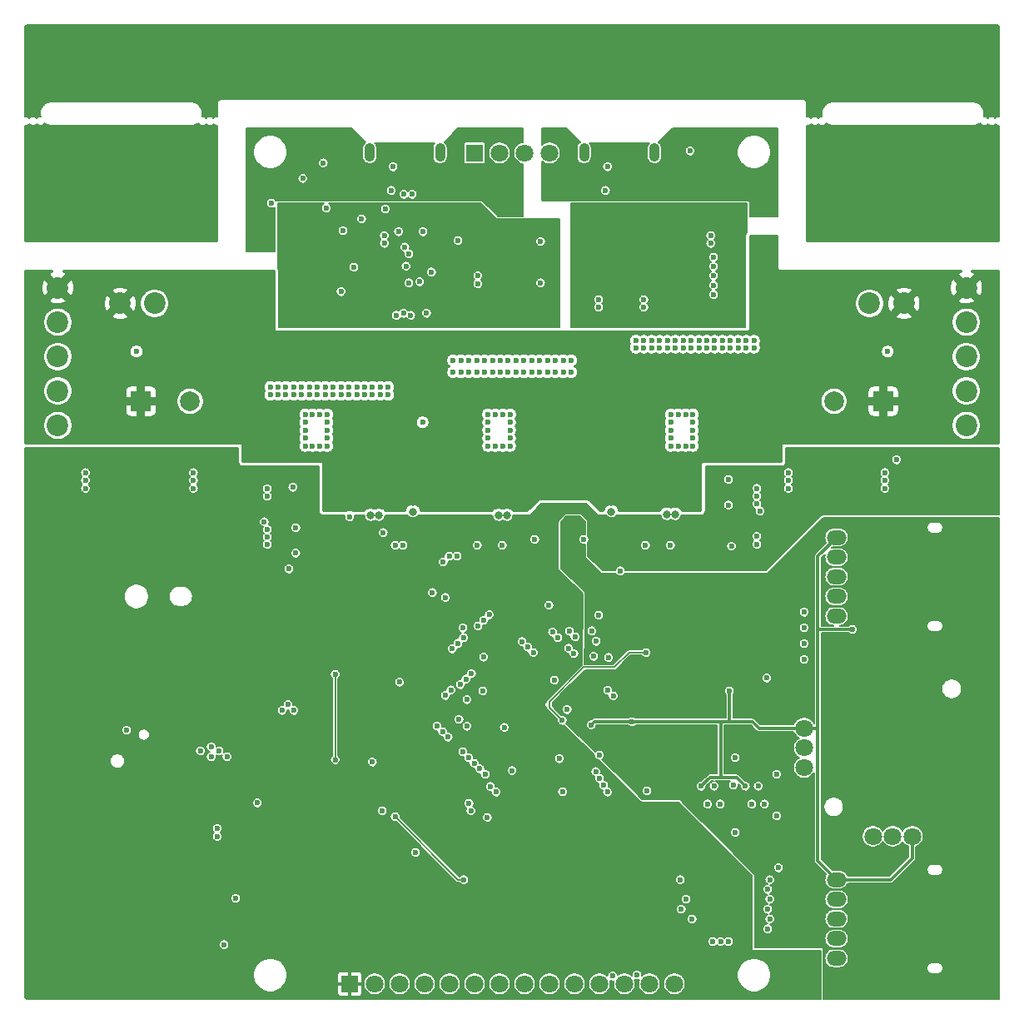
<source format=gbr>
%TF.GenerationSoftware,KiCad,Pcbnew,(5.1.9)-1*%
%TF.CreationDate,2021-05-16T18:27:06+02:00*%
%TF.ProjectId,STM32-Evalboard,53544d33-322d-4457-9661-6c626f617264,rev?*%
%TF.SameCoordinates,Original*%
%TF.FileFunction,Copper,L3,Inr*%
%TF.FilePolarity,Positive*%
%FSLAX46Y46*%
G04 Gerber Fmt 4.6, Leading zero omitted, Abs format (unit mm)*
G04 Created by KiCad (PCBNEW (5.1.9)-1) date 2021-05-16 18:27:06*
%MOMM*%
%LPD*%
G01*
G04 APERTURE LIST*
%TA.AperFunction,ComponentPad*%
%ADD10C,1.800000*%
%TD*%
%TA.AperFunction,ComponentPad*%
%ADD11R,1.800000X1.800000*%
%TD*%
%TA.AperFunction,ComponentPad*%
%ADD12C,2.200000*%
%TD*%
%TA.AperFunction,ComponentPad*%
%ADD13C,2.000000*%
%TD*%
%TA.AperFunction,ComponentPad*%
%ADD14R,2.000000X2.000000*%
%TD*%
%TA.AperFunction,ComponentPad*%
%ADD15O,1.050000X1.900000*%
%TD*%
%TA.AperFunction,ComponentPad*%
%ADD16O,2.000000X1.500000*%
%TD*%
%TA.AperFunction,ViaPad*%
%ADD17C,0.600000*%
%TD*%
%TA.AperFunction,ViaPad*%
%ADD18C,0.800000*%
%TD*%
%TA.AperFunction,Conductor*%
%ADD19C,0.300000*%
%TD*%
%TA.AperFunction,Conductor*%
%ADD20C,0.152400*%
%TD*%
%TA.AperFunction,Conductor*%
%ADD21C,0.304800*%
%TD*%
%TA.AperFunction,Conductor*%
%ADD22C,0.100000*%
%TD*%
%TA.AperFunction,NonConductor*%
%ADD23C,0.152400*%
%TD*%
%TA.AperFunction,NonConductor*%
%ADD24C,0.100000*%
%TD*%
G04 APERTURE END LIST*
D10*
%TO.N,GND*%
%TO.C,RV503*%
X189700000Y-111000000D03*
%TO.N,+3V0*%
X200700000Y-118000000D03*
%TO.N,/Interface/2AX_V*%
X189700000Y-109000000D03*
%TO.N,+3V0*%
X189700000Y-107000000D03*
%TO.N,/Interface/2AX_H*%
X198700000Y-118000000D03*
%TO.N,GND*%
X196700000Y-118000000D03*
%TD*%
D11*
%TO.N,N/C*%
%TO.C,J103*%
X156190000Y-48500000D03*
D10*
X158730000Y-48500000D03*
X161270000Y-48500000D03*
X163810000Y-48500000D03*
%TD*%
%TO.N,/Microcontroller/TOUCH_~CS*%
%TO.C,J206*%
X168890000Y-133000000D03*
%TO.N,/Microcontroller/LCD_MISO*%
X163810000Y-133000000D03*
%TO.N,/Microcontroller/FLASH_MOSI*%
X171430000Y-133000000D03*
%TO.N,/Microcontroller/FLASH_CLK*%
X166350000Y-133000000D03*
%TO.N,/Microcontroller/TOUCH_IRQ*%
X176510000Y-133000000D03*
%TO.N,/Microcontroller/FLASH_MISO*%
X173970000Y-133000000D03*
%TO.N,/Microcontroller/LCD_LED*%
X161270000Y-133000000D03*
%TO.N,/Microcontroller/LCD_CLK*%
X158730000Y-133000000D03*
%TO.N,/Microcontroller/LCD_MOSI*%
X156190000Y-133000000D03*
%TO.N,/Microcontroller/LCD_D~C*%
X153650000Y-133000000D03*
%TO.N,/Microcontroller/LCD_~RES*%
X151110000Y-133000000D03*
%TO.N,/Microcontroller/LCD_~CS*%
X148570000Y-133000000D03*
%TO.N,GND*%
X146030000Y-133000000D03*
D11*
%TO.N,+3V3*%
X143490000Y-133000000D03*
%TD*%
D12*
%TO.N,+VDC*%
%TO.C,J303*%
X113800000Y-62200000D03*
%TO.N,/Power/Phase_A*%
X113800000Y-65700000D03*
%TO.N,/Power/Phase_B*%
X113800000Y-69200000D03*
%TO.N,/Power/Phase_C*%
X113800000Y-72700000D03*
%TO.N,GND*%
X113800000Y-76200000D03*
%TD*%
D13*
%TO.N,GND*%
%TO.C,C303*%
X192750000Y-73750000D03*
D14*
%TO.N,+VDC*%
X197750000Y-73750000D03*
%TD*%
D15*
%TO.N,GND*%
%TO.C,J201*%
X174475000Y-48450000D03*
X167325000Y-48450000D03*
%TD*%
%TO.N,GND*%
%TO.C,J101*%
X152675000Y-48450000D03*
X145525000Y-48450000D03*
%TD*%
D16*
%TO.N,*%
%TO.C,RV501*%
X193000000Y-128400000D03*
X193000000Y-124400000D03*
%TO.N,GND*%
X193000000Y-130400000D03*
%TO.N,/Interface/POT_A*%
X193000000Y-126400000D03*
%TO.N,+3V0*%
X193000000Y-122400000D03*
%TD*%
%TO.N,*%
%TO.C,RV502*%
X193000000Y-93600000D03*
X193000000Y-89600000D03*
%TO.N,GND*%
X193000000Y-95600000D03*
%TO.N,/Interface/POT_B*%
X193000000Y-91600000D03*
%TO.N,+3V0*%
X193000000Y-87600000D03*
%TD*%
D13*
%TO.N,GND*%
%TO.C,C304*%
X127250000Y-73750000D03*
D14*
%TO.N,+VDC*%
X122250000Y-73750000D03*
%TD*%
D12*
%TO.N,GND*%
%TO.C,J304*%
X206200000Y-76200000D03*
%TO.N,/Power/Phase_C*%
X206200000Y-72700000D03*
%TO.N,/Power/Phase_B*%
X206200000Y-69200000D03*
%TO.N,/Power/Phase_A*%
X206200000Y-65700000D03*
%TO.N,+VDC*%
X206200000Y-62200000D03*
%TD*%
%TO.N,+VDC*%
%TO.C,J302*%
X199850000Y-63800000D03*
%TO.N,GND*%
X196350000Y-63800000D03*
%TD*%
%TO.N,GND*%
%TO.C,J301*%
X123650000Y-63800000D03*
%TO.N,+VDC*%
X120150000Y-63800000D03*
%TD*%
D17*
%TO.N,GND*%
X131900000Y-124300000D03*
X149500000Y-61700000D03*
X167300000Y-87800000D03*
X162300000Y-87800000D03*
X134100000Y-114600000D03*
X186200000Y-126400000D03*
X186200000Y-124400000D03*
X186200000Y-122400000D03*
X181175000Y-114700000D03*
X185675000Y-114700000D03*
X170288404Y-103701903D03*
X168874190Y-109712311D03*
X165126524Y-113459977D03*
X142800000Y-56400000D03*
X142600000Y-62600000D03*
X140800000Y-49500000D03*
X143900000Y-60100000D03*
X147100000Y-54200000D03*
X151300000Y-64800000D03*
X182000000Y-84300000D03*
X138000000Y-86600000D03*
X138000000Y-89200000D03*
X134800000Y-86000000D03*
X185200000Y-84900000D03*
X182000000Y-81700000D03*
X180500000Y-62900000D03*
X180500000Y-59100000D03*
X169700000Y-49900000D03*
X169500000Y-52300000D03*
X147900000Y-49900000D03*
X147700000Y-52300000D03*
X168800000Y-64200000D03*
X173400000Y-64200000D03*
X173400000Y-63400000D03*
X168800000Y-63400000D03*
X180200000Y-56900000D03*
X180200000Y-57700000D03*
X180500000Y-61000000D03*
X180500000Y-60050000D03*
X180500000Y-61950000D03*
D18*
X170100000Y-85000000D03*
X149900000Y-85000000D03*
D17*
X159800000Y-75900000D03*
X159800000Y-76700000D03*
X159800000Y-78300000D03*
X159050000Y-78300000D03*
X158300000Y-78300000D03*
X157550000Y-78300000D03*
X158300000Y-75100000D03*
X159800000Y-77500000D03*
X157550000Y-76700000D03*
X157550000Y-77500000D03*
X159800000Y-75100000D03*
X157550000Y-75100000D03*
X159050000Y-75100000D03*
X157550000Y-75900000D03*
X178400000Y-75900000D03*
X178400000Y-76700000D03*
X178400000Y-78300000D03*
X177650000Y-78300000D03*
X176900000Y-78300000D03*
X176150000Y-78300000D03*
X176900000Y-75100000D03*
X178400000Y-77500000D03*
X176150000Y-76700000D03*
X176150000Y-77500000D03*
X178400000Y-75100000D03*
X176150000Y-75100000D03*
X177650000Y-75100000D03*
X176150000Y-75900000D03*
X139700000Y-78300000D03*
X141200000Y-78300000D03*
X138950000Y-78300000D03*
X140450000Y-78300000D03*
X139700000Y-75100000D03*
X140450000Y-75100000D03*
X141200000Y-76700000D03*
X141200000Y-77500000D03*
X138950000Y-75900000D03*
X138950000Y-76700000D03*
X138950000Y-77500000D03*
X141200000Y-75900000D03*
X141200000Y-75100000D03*
X138950000Y-75100000D03*
D18*
X145600000Y-85375000D03*
X159475000Y-85375000D03*
X175725000Y-85275000D03*
X176575000Y-85275000D03*
D17*
X178100000Y-48300000D03*
X154500000Y-57400000D03*
X162900000Y-57500000D03*
X173717872Y-113353911D03*
X148544869Y-102323044D03*
X163747666Y-94474159D03*
X157489771Y-116076272D03*
X162900000Y-61700000D03*
D18*
X158625000Y-85375000D03*
X146450000Y-85375000D03*
D17*
X165600000Y-105100000D03*
X155400000Y-104100000D03*
X159200000Y-106900000D03*
X120800000Y-107200000D03*
X199100000Y-79700000D03*
X182500000Y-112800000D03*
X172700000Y-132100000D03*
X170200000Y-132200000D03*
X135500000Y-53600000D03*
X138700000Y-51100000D03*
X150900000Y-75900000D03*
X185900000Y-101900000D03*
X155000000Y-96800000D03*
X168800000Y-95500000D03*
X121800000Y-68700000D03*
X198199992Y-68700000D03*
%TO.N,/BOOT0*%
X141100000Y-54100000D03*
X148450000Y-56500000D03*
%TO.N,/SWD_CLK*%
X147000000Y-56900000D03*
%TO.N,/SWD_DIO*%
X147000000Y-57700000D03*
%TO.N,/LED*%
X144700000Y-55200000D03*
X151800000Y-60600000D03*
%TO.N,/STL_SWDIO*%
X156500000Y-61000000D03*
X149700000Y-65000000D03*
%TO.N,/STL_SWCLK*%
X156500000Y-61800000D03*
%TO.N,/SWD_~RST*%
X149200000Y-60000000D03*
%TO.N,+VDC*%
X131500000Y-64700000D03*
X187300000Y-76600000D03*
X188500000Y-64600000D03*
X133700000Y-62100000D03*
X185200000Y-60500000D03*
X185200000Y-59700000D03*
X185500000Y-58500000D03*
X186300000Y-58500000D03*
X134500000Y-62100000D03*
D18*
X170100000Y-84000000D03*
D17*
X148400000Y-75900000D03*
X148400000Y-76700000D03*
X148400000Y-78300000D03*
X147650000Y-78300000D03*
X146900000Y-78300000D03*
X146150000Y-78300000D03*
X146900000Y-75100000D03*
X148400000Y-77500000D03*
X146150000Y-76700000D03*
X146150000Y-77500000D03*
X148400000Y-75100000D03*
X146150000Y-75100000D03*
X147650000Y-75100000D03*
X146150000Y-75900000D03*
X167000000Y-75900000D03*
X167000000Y-76700000D03*
X167000000Y-78300000D03*
X166250000Y-78300000D03*
X165500000Y-78300000D03*
X164750000Y-78300000D03*
X165500000Y-75100000D03*
X167000000Y-77500000D03*
X164750000Y-76700000D03*
X164750000Y-77500000D03*
X167000000Y-75100000D03*
X164750000Y-75100000D03*
X166250000Y-75100000D03*
X164750000Y-75900000D03*
X185600000Y-75900000D03*
X185600000Y-76700000D03*
X185600000Y-78300000D03*
X184850000Y-78300000D03*
X184100000Y-78300000D03*
X183350000Y-78300000D03*
X184100000Y-75100000D03*
X185600000Y-77500000D03*
X183350000Y-76700000D03*
X183350000Y-77500000D03*
X185600000Y-75100000D03*
X183350000Y-75100000D03*
X184850000Y-75100000D03*
X183350000Y-75900000D03*
D18*
X145625000Y-83625000D03*
X159425000Y-83625000D03*
X175725000Y-83525000D03*
X176575000Y-83525000D03*
X149900000Y-84000000D03*
X158575000Y-83625000D03*
X146450000Y-83625000D03*
D17*
X118000000Y-68700000D03*
X202000004Y-68700000D03*
%TO.N,/Microcontroller/PHA_H*%
X176105000Y-88400000D03*
X165727563Y-98856587D03*
%TO.N,/Microcontroller/PHA_L*%
X173565000Y-88400000D03*
X166293249Y-99423908D03*
%TO.N,/Microcontroller/PHB_H*%
X159005000Y-88400000D03*
X165833630Y-97125811D03*
%TO.N,/Microcontroller/PHB_L*%
X166399315Y-97691496D03*
X156465000Y-88400000D03*
%TO.N,/Microcontroller/PHC_H*%
X146900000Y-87100000D03*
X164101218Y-97230242D03*
%TO.N,/Microcontroller/PHC_L*%
X143465000Y-85500000D03*
X164666904Y-97797563D03*
%TO.N,+3V3*%
X127000000Y-123290000D03*
X130000000Y-121800000D03*
X163200000Y-86700000D03*
X133300000Y-114400000D03*
X125400000Y-104950000D03*
X136000000Y-91400000D03*
X136000000Y-102500000D03*
X162500000Y-88600000D03*
X164000000Y-86400000D03*
X154307106Y-96192894D03*
X129300000Y-129000000D03*
X169722718Y-103136218D03*
X161944544Y-95358043D03*
X149358043Y-104055456D03*
X168308505Y-110277996D03*
X165692210Y-112894291D03*
X158055456Y-116641957D03*
X196700000Y-79100000D03*
X138000000Y-87900000D03*
X113700000Y-79100000D03*
X119200000Y-79100000D03*
X124700000Y-79100000D03*
X130200000Y-79100000D03*
X182000000Y-83000000D03*
X207700000Y-79100000D03*
X202200000Y-79100000D03*
X191200000Y-79100000D03*
X170100000Y-90500000D03*
X125400000Y-91690000D03*
X177700000Y-128200000D03*
X130006250Y-113400000D03*
X188100000Y-130400000D03*
X129100000Y-123200000D03*
%TO.N,/Microcontroller/I2C1_SDA*%
X130000000Y-118000000D03*
X158372271Y-113495333D03*
%TO.N,/Microcontroller/I2C1_SCL*%
X130000000Y-117200000D03*
X157807968Y-112927729D03*
%TO.N,/Microcontroller/BOOT0*%
X130700000Y-129000000D03*
X155615938Y-114626703D03*
%TO.N,/Interface/ENC_B*%
X155297739Y-102004846D03*
X137800000Y-105200000D03*
%TO.N,/Interface/ENC_A*%
X155863424Y-101439160D03*
X137200000Y-104600000D03*
%TO.N,/Microcontroller/SPI1_MOSI*%
X157277638Y-111692211D03*
%TO.N,/Microcontroller/SPI1_MISO*%
X156711952Y-111126525D03*
%TO.N,/Interface/ENC_SW*%
X154732054Y-102570531D03*
X136600000Y-105200000D03*
%TO.N,/Microcontroller/LCD_~CS*%
X154979542Y-109394113D03*
X155800000Y-115400000D03*
%TO.N,/Microcontroller/SD_MOSI*%
X153494616Y-107909189D03*
X130200000Y-109300000D03*
%TO.N,/Microcontroller/SD_MISO*%
X129400000Y-108900000D03*
X152928931Y-107343504D03*
%TO.N,/Microcontroller/SD_CLK*%
X129400000Y-109900000D03*
X152363246Y-106777819D03*
%TO.N,/Microcontroller/SPI1_~CS*%
X155580582Y-109995155D03*
%TO.N,/Microcontroller/USART1_RX*%
X153211774Y-103672271D03*
%TO.N,/Microcontroller/USART1_TX*%
X153777460Y-103100861D03*
%TO.N,/Interface/RGB_SCL*%
X153000000Y-90100000D03*
X148100000Y-88400000D03*
X154400000Y-89500000D03*
%TO.N,/Interface/RGB_SDA*%
X153600000Y-89500000D03*
X148900000Y-88400000D03*
%TO.N,/Microcontroller/FLASH_MOSI*%
X181200000Y-128700000D03*
X156535178Y-96595481D03*
X151900000Y-93200000D03*
%TO.N,/Microcontroller/FLASH_MISO*%
X157100863Y-96029796D03*
X182000000Y-128700000D03*
%TO.N,/Microcontroller/FLASH_CLK*%
X157666549Y-95464110D03*
X153200000Y-93700004D03*
%TO.N,+3.3VA*%
X165600000Y-86400000D03*
X197400000Y-130980000D03*
X167100000Y-88600000D03*
X166400000Y-86700000D03*
X179700000Y-107200000D03*
X169475231Y-109111270D03*
X172445079Y-112081118D03*
%TO.N,/Power/Phase_C*%
X137800000Y-72300000D03*
X147400000Y-72300000D03*
X143400000Y-72300000D03*
X135400000Y-72300000D03*
X139400000Y-72300000D03*
X141800000Y-72300000D03*
X144200000Y-72300000D03*
X146600000Y-72300000D03*
X137000000Y-72300000D03*
X145800000Y-72300000D03*
X141000000Y-72300000D03*
X145000000Y-72300000D03*
X142600000Y-72300000D03*
X140200000Y-72300000D03*
X138600000Y-72300000D03*
X136200000Y-72300000D03*
X135400000Y-73100000D03*
X139400000Y-73100000D03*
X136200000Y-73100000D03*
X141000000Y-73100000D03*
X141800000Y-73100000D03*
X140200000Y-73100000D03*
X143400000Y-73100000D03*
X138600000Y-73100000D03*
X144200000Y-73100000D03*
X145800000Y-73100000D03*
X147400000Y-73100000D03*
X145000000Y-73100000D03*
X146600000Y-73100000D03*
X137000000Y-73100000D03*
X137800000Y-73100000D03*
X142600000Y-73100000D03*
%TO.N,/Power/Phase_B*%
X160400000Y-70800000D03*
X166000000Y-70800000D03*
X154800000Y-70800000D03*
X154000000Y-70800000D03*
X158800000Y-70800000D03*
X155600000Y-70800000D03*
X163600000Y-70800000D03*
X161200000Y-70800000D03*
X162800000Y-70800000D03*
X165200000Y-70800000D03*
X159600000Y-70800000D03*
X158000000Y-70800000D03*
X157200000Y-70800000D03*
X164400000Y-70800000D03*
X156400000Y-70800000D03*
X162000000Y-70800000D03*
X160400000Y-69600000D03*
X166000000Y-69600000D03*
X154800000Y-69600000D03*
X154000000Y-69600000D03*
X158800000Y-69600000D03*
X155600000Y-69600000D03*
X163600000Y-69600000D03*
X161200000Y-69600000D03*
X162800000Y-69600000D03*
X165200000Y-69600000D03*
X159600000Y-69600000D03*
X158000000Y-69600000D03*
X157200000Y-69600000D03*
X164400000Y-69600000D03*
X156400000Y-69600000D03*
X162000000Y-69600000D03*
%TO.N,/Power/Phase_A*%
X172600000Y-68300000D03*
X173400000Y-68300000D03*
X174200000Y-68300000D03*
X175000000Y-68300000D03*
X175800000Y-68300000D03*
X176600000Y-68300000D03*
X177400000Y-68300000D03*
X179800000Y-68300000D03*
X178200000Y-68300000D03*
X179000000Y-68300000D03*
X180600000Y-68300000D03*
X181400000Y-68300000D03*
X183800000Y-68300000D03*
X182200000Y-68300000D03*
X183000000Y-68300000D03*
X184600000Y-68300000D03*
X172600000Y-67600000D03*
X176600000Y-67600000D03*
X173400000Y-67600000D03*
X178200000Y-67600000D03*
X179000000Y-67600000D03*
X177400000Y-67600000D03*
X180600000Y-67600000D03*
X175800000Y-67600000D03*
X181400000Y-67600000D03*
X183000000Y-67600000D03*
X184600000Y-67600000D03*
X182200000Y-67600000D03*
X183800000Y-67600000D03*
X174200000Y-67600000D03*
X175000000Y-67600000D03*
X179800000Y-67600000D03*
%TO.N,/SWD_O*%
X150950000Y-56500000D03*
%TO.N,VBUS*%
X186300000Y-53300000D03*
X185500000Y-53300000D03*
X172100000Y-49900000D03*
X172300000Y-52300000D03*
X164700000Y-52000000D03*
X164700000Y-51200000D03*
X176100000Y-52400000D03*
%TO.N,+3V0*%
X194600000Y-96950000D03*
X183725000Y-112900000D03*
X179225000Y-112900000D03*
X172200000Y-106325000D03*
X168050000Y-106650000D03*
X182100000Y-103200000D03*
%TO.N,/USB_D+*%
X149100000Y-58050000D03*
X149000000Y-52700000D03*
%TO.N,/USB_D-*%
X149850000Y-52700000D03*
X149500000Y-58750000D03*
%TO.N,/STL_SWO*%
X156146267Y-110560840D03*
X148200000Y-65000000D03*
X150599990Y-61600000D03*
%TO.N,/STL_~RST*%
X164800000Y-110100000D03*
X148950000Y-64800000D03*
X187100000Y-121200000D03*
%TO.N,/Microcontroller/SD_~CS*%
X155400000Y-106800000D03*
X131000000Y-109900000D03*
%TO.N,/Microcontroller/TIM4_CH1*%
X155050254Y-97797563D03*
X178300000Y-126400000D03*
%TO.N,/Microcontroller/TIM4_CH2*%
X154484569Y-98363248D03*
X177700000Y-124400000D03*
%TO.N,/Microcontroller/TIM4_CH3*%
X153918883Y-98928934D03*
X177100000Y-122400000D03*
%TO.N,/USB_5V*%
X159500000Y-54500000D03*
X159500000Y-53700000D03*
X159500000Y-51200000D03*
X134500000Y-56900000D03*
X133700000Y-56900000D03*
X150300000Y-49900000D03*
X150500000Y-52300000D03*
X159500000Y-52000000D03*
%TO.N,/SWD_3V3*%
X158600000Y-59400000D03*
X163850000Y-61700000D03*
X143900000Y-60900000D03*
X146300000Y-54200000D03*
X152100000Y-64800000D03*
X154500000Y-56600000D03*
X136700000Y-54000000D03*
X145500000Y-64500000D03*
%TO.N,/Microcontroller/TOUCH_~CS*%
X180400000Y-128700000D03*
X157100850Y-99772271D03*
%TO.N,/Microcontroller/SD_DET*%
X128300000Y-109300000D03*
X154600000Y-106100000D03*
%TO.N,/Microcontroller/GSEL_L1*%
X179875000Y-114700000D03*
X169700000Y-113500000D03*
%TO.N,/Microcontroller/GSEL_L2*%
X184375000Y-114700000D03*
X169300000Y-112800000D03*
%TO.N,/Microcontroller/GSEL_L3*%
X185025000Y-112900000D03*
X168900000Y-112100000D03*
%TO.N,/Microcontroller/GSEL_L4*%
X180525000Y-112900000D03*
X168500000Y-111400000D03*
%TO.N,/Microcontroller/GSEL_H3*%
X162156677Y-99316205D03*
X168560683Y-98160683D03*
%TO.N,/Microcontroller/GSEL_H4*%
X168095733Y-97095733D03*
X161590992Y-98752155D03*
%TO.N,/Microcontroller/GSEL_H1*%
X161025306Y-98186469D03*
X169804849Y-99804849D03*
%TO.N,/Microcontroller/GSEL_H2*%
X168289996Y-99689996D03*
X164300000Y-102100000D03*
%TO.N,Net-(D501-Pad2)*%
X116600000Y-81000000D03*
X137700000Y-82500000D03*
%TO.N,/Interface/T_LOAD*%
X157006594Y-103193406D03*
X145800863Y-110442283D03*
%TO.N,Net-(J401-Pad2)*%
X182700000Y-110000000D03*
%TO.N,Net-(J401-Pad3)*%
X186900000Y-111700000D03*
%TO.N,Net-(J401-Pad4)*%
X186900000Y-115900000D03*
%TO.N,Net-(J401-Pad5)*%
X182700000Y-117600000D03*
%TO.N,Net-(J402-Pad2)*%
X189700000Y-95200000D03*
%TO.N,Net-(J402-Pad3)*%
X189700000Y-96800000D03*
%TO.N,Net-(J402-Pad4)*%
X189700000Y-98400000D03*
%TO.N,Net-(J402-Pad5)*%
X189700000Y-100000000D03*
%TO.N,Net-(C202-Pad2)*%
X186000000Y-127400000D03*
%TO.N,Net-(C204-Pad2)*%
X186000000Y-125400000D03*
%TO.N,Net-(C205-Pad2)*%
X186000000Y-123400000D03*
%TO.N,Net-(C311-Pad1)*%
X171100000Y-63000000D03*
X171100000Y-63800000D03*
X171100000Y-64600000D03*
X183100000Y-64400000D03*
X179100000Y-53900000D03*
%TO.N,Net-(D501-Pad4)*%
X116600000Y-82600000D03*
X135100000Y-83400000D03*
%TO.N,Net-(D501-Pad3)*%
X116600000Y-81800000D03*
X135100000Y-82647597D03*
%TO.N,Net-(D503-Pad4)*%
X127600000Y-82600000D03*
X135100000Y-88304806D03*
%TO.N,Net-(D503-Pad3)*%
X127600000Y-81800000D03*
X135100000Y-87552403D03*
%TO.N,Net-(D503-Pad2)*%
X127600000Y-81000000D03*
X135100000Y-86800000D03*
%TO.N,Net-(D505-Pad4)*%
X184900000Y-87500000D03*
X188100000Y-81800000D03*
%TO.N,Net-(D505-Pad3)*%
X188100000Y-82600000D03*
X184900000Y-88300000D03*
%TO.N,Net-(D505-Pad2)*%
X182300000Y-88500000D03*
X188100000Y-81000000D03*
%TO.N,Net-(D507-Pad4)*%
X197900000Y-81000000D03*
X184900000Y-82600000D03*
%TO.N,Net-(D507-Pad3)*%
X197900000Y-81800000D03*
X184900000Y-83400000D03*
%TO.N,Net-(D507-Pad2)*%
X197900000Y-82600000D03*
X184900000Y-84200000D03*
%TO.N,Net-(R501-Pad1)*%
X137300000Y-90800000D03*
%TO.N,Net-(R504-Pad2)*%
X142000000Y-101500000D03*
X142000000Y-110200000D03*
%TO.N,Net-(R509-Pad1)*%
X171000000Y-90999986D03*
%TO.N,Net-(R511-Pad2)*%
X146790813Y-115400000D03*
X173600000Y-99300000D03*
X160000000Y-111300000D03*
X165100000Y-106200000D03*
%TO.N,Net-(R514-Pad2)*%
X148100000Y-116000000D03*
X155100000Y-122400000D03*
%TO.N,Net-(R515-Pad1)*%
X177200000Y-125400000D03*
%TO.N,Net-(R518-Pad2)*%
X150184925Y-119634671D03*
%TD*%
D19*
%TO.N,+3V0*%
X168375000Y-106325000D02*
X168050000Y-106650000D01*
X172200000Y-106325000D02*
X168375000Y-106325000D01*
X193000000Y-122400000D02*
X198500000Y-122400000D01*
X200700000Y-120200000D02*
X200700000Y-118000000D01*
X198500000Y-122400000D02*
X200700000Y-120200000D01*
X189700000Y-107000000D02*
X191100000Y-107000000D01*
X191100000Y-120500000D02*
X193000000Y-122400000D01*
X191100000Y-89500000D02*
X191100000Y-120500000D01*
X193000000Y-87600000D02*
X191100000Y-89500000D01*
X194600000Y-96950000D02*
X191150000Y-96950000D01*
X179225000Y-112900000D02*
X180125000Y-112000000D01*
X182825000Y-112000000D02*
X183725000Y-112900000D01*
X181500000Y-112000000D02*
X182825000Y-112000000D01*
X184425000Y-106325000D02*
X172200000Y-106325000D01*
X185100000Y-107000000D02*
X184425000Y-106325000D01*
X189700000Y-107000000D02*
X185100000Y-107000000D01*
X180125000Y-112000000D02*
X181200000Y-112000000D01*
X181200000Y-112000000D02*
X181500000Y-112000000D01*
X181200000Y-112000000D02*
X181200000Y-106400000D01*
X182100000Y-103200000D02*
X182100000Y-106300000D01*
D20*
%TO.N,Net-(R504-Pad2)*%
X142000000Y-101500000D02*
X142000000Y-110200000D01*
%TO.N,Net-(R511-Pad2)*%
X173600000Y-99300000D02*
X171900000Y-99300000D01*
X171900000Y-99300000D02*
X170400000Y-100800000D01*
X170400000Y-100800000D02*
X167300000Y-100800000D01*
X167300000Y-100800000D02*
X163800000Y-104300000D01*
X163800000Y-104300000D02*
X163800000Y-104900000D01*
X163800000Y-104900000D02*
X165100000Y-106200000D01*
%TO.N,Net-(R514-Pad2)*%
X154500000Y-122400000D02*
X155100000Y-122400000D01*
X148100000Y-116000000D02*
X154500000Y-122400000D01*
%TD*%
D21*
%TO.N,+VDC*%
X186947600Y-60300000D02*
X186950528Y-60329732D01*
X186959200Y-60358320D01*
X186988489Y-60429031D01*
X187002573Y-60455379D01*
X187021525Y-60478473D01*
X187044619Y-60497427D01*
X187070969Y-60511511D01*
X187141680Y-60540800D01*
X187170269Y-60549472D01*
X187200000Y-60552400D01*
X205596811Y-60552400D01*
X205375577Y-60644037D01*
X205258927Y-60908768D01*
X206200000Y-61849841D01*
X207141073Y-60908768D01*
X207024423Y-60644037D01*
X206800896Y-60552400D01*
X209447600Y-60552400D01*
X209447600Y-77947600D01*
X187600000Y-77947600D01*
X187570268Y-77950528D01*
X187541680Y-77959200D01*
X187470969Y-77988489D01*
X187444621Y-78002573D01*
X187421527Y-78021525D01*
X187402573Y-78044619D01*
X187388489Y-78070969D01*
X187359200Y-78141680D01*
X187350528Y-78170269D01*
X187347600Y-78200000D01*
X187347600Y-79847600D01*
X179400000Y-79847600D01*
X179370268Y-79850528D01*
X179341680Y-79859200D01*
X179270969Y-79888489D01*
X179244621Y-79902573D01*
X179221527Y-79921525D01*
X179202573Y-79944619D01*
X179188489Y-79970969D01*
X179159200Y-80041680D01*
X179150528Y-80070269D01*
X179147600Y-80100000D01*
X179147600Y-84847600D01*
X177320367Y-84847600D01*
X177240831Y-84728567D01*
X177121433Y-84609169D01*
X176981037Y-84515359D01*
X176825036Y-84450741D01*
X176659427Y-84417800D01*
X176490573Y-84417800D01*
X176324964Y-84450741D01*
X176168963Y-84515359D01*
X176150000Y-84528030D01*
X176131037Y-84515359D01*
X175975036Y-84450741D01*
X175809427Y-84417800D01*
X175640573Y-84417800D01*
X175474964Y-84450741D01*
X175318963Y-84515359D01*
X175178567Y-84609169D01*
X175059169Y-84728567D01*
X174979633Y-84847600D01*
X170943680Y-84847600D01*
X170924259Y-84749964D01*
X170859641Y-84593963D01*
X170765831Y-84453567D01*
X170646433Y-84334169D01*
X170506037Y-84240359D01*
X170350036Y-84175741D01*
X170184427Y-84142800D01*
X170015573Y-84142800D01*
X169849964Y-84175741D01*
X169693963Y-84240359D01*
X169553567Y-84334169D01*
X169434169Y-84453567D01*
X169340359Y-84593963D01*
X169275741Y-84749964D01*
X169256320Y-84847600D01*
X168971735Y-84847600D01*
X168957039Y-84841513D01*
X167837052Y-83721526D01*
X167813958Y-83702573D01*
X167787610Y-83688490D01*
X167716900Y-83659201D01*
X167688311Y-83650528D01*
X167658579Y-83647600D01*
X162841421Y-83647600D01*
X162811689Y-83650528D01*
X162783100Y-83659201D01*
X162712390Y-83688490D01*
X162686042Y-83702573D01*
X162662948Y-83721526D01*
X161542961Y-84841513D01*
X161528265Y-84847600D01*
X160153548Y-84847600D01*
X160140831Y-84828567D01*
X160021433Y-84709169D01*
X159881037Y-84615359D01*
X159725036Y-84550741D01*
X159559427Y-84517800D01*
X159390573Y-84517800D01*
X159224964Y-84550741D01*
X159068963Y-84615359D01*
X159050000Y-84628030D01*
X159031037Y-84615359D01*
X158875036Y-84550741D01*
X158709427Y-84517800D01*
X158540573Y-84517800D01*
X158374964Y-84550741D01*
X158218963Y-84615359D01*
X158078567Y-84709169D01*
X157959169Y-84828567D01*
X157946452Y-84847600D01*
X150743680Y-84847600D01*
X150724259Y-84749964D01*
X150659641Y-84593963D01*
X150565831Y-84453567D01*
X150446433Y-84334169D01*
X150306037Y-84240359D01*
X150150036Y-84175741D01*
X149984427Y-84142800D01*
X149815573Y-84142800D01*
X149649964Y-84175741D01*
X149493963Y-84240359D01*
X149353567Y-84334169D01*
X149234169Y-84453567D01*
X149140359Y-84593963D01*
X149075741Y-84749964D01*
X149056320Y-84847600D01*
X147128548Y-84847600D01*
X147115831Y-84828567D01*
X146996433Y-84709169D01*
X146856037Y-84615359D01*
X146700036Y-84550741D01*
X146534427Y-84517800D01*
X146365573Y-84517800D01*
X146199964Y-84550741D01*
X146043963Y-84615359D01*
X146025000Y-84628030D01*
X146006037Y-84615359D01*
X145850036Y-84550741D01*
X145684427Y-84517800D01*
X145515573Y-84517800D01*
X145349964Y-84550741D01*
X145193963Y-84615359D01*
X145053567Y-84709169D01*
X144934169Y-84828567D01*
X144921452Y-84847600D01*
X143851539Y-84847600D01*
X143823669Y-84828978D01*
X143685867Y-84771899D01*
X143539578Y-84742800D01*
X143390422Y-84742800D01*
X143244133Y-84771899D01*
X143106331Y-84828978D01*
X143078461Y-84847600D01*
X140852400Y-84847600D01*
X140852400Y-80100000D01*
X140849472Y-80070268D01*
X140840800Y-80041680D01*
X140811511Y-79970969D01*
X140797427Y-79944621D01*
X140778475Y-79921527D01*
X140755381Y-79902573D01*
X140729031Y-79888489D01*
X140658320Y-79859200D01*
X140629731Y-79850528D01*
X140600000Y-79847600D01*
X132652400Y-79847600D01*
X132652400Y-78200000D01*
X132649472Y-78170268D01*
X132640800Y-78141680D01*
X132611511Y-78070969D01*
X132597427Y-78044621D01*
X132578475Y-78021527D01*
X132555381Y-78002573D01*
X132529031Y-77988489D01*
X132458320Y-77959200D01*
X132429731Y-77950528D01*
X132400000Y-77947600D01*
X110552400Y-77947600D01*
X110552400Y-76046629D01*
X112242800Y-76046629D01*
X112242800Y-76353371D01*
X112302642Y-76654219D01*
X112420027Y-76937611D01*
X112590443Y-77192657D01*
X112807343Y-77409557D01*
X113062389Y-77579973D01*
X113345781Y-77697358D01*
X113646629Y-77757200D01*
X113953371Y-77757200D01*
X114254219Y-77697358D01*
X114537611Y-77579973D01*
X114792657Y-77409557D01*
X115009557Y-77192657D01*
X115179973Y-76937611D01*
X115297358Y-76654219D01*
X115357200Y-76353371D01*
X115357200Y-76046629D01*
X115297358Y-75745781D01*
X115179973Y-75462389D01*
X115009557Y-75207343D01*
X114792657Y-74990443D01*
X114537611Y-74820027D01*
X114368552Y-74750000D01*
X120594443Y-74750000D01*
X120607039Y-74877893D01*
X120644344Y-75000871D01*
X120704924Y-75114208D01*
X120786451Y-75213549D01*
X120885792Y-75295076D01*
X120999129Y-75355656D01*
X121122107Y-75392961D01*
X121250000Y-75405557D01*
X121839300Y-75402400D01*
X122002400Y-75239300D01*
X122002400Y-73997600D01*
X122497600Y-73997600D01*
X122497600Y-75239300D01*
X122660700Y-75402400D01*
X123250000Y-75405557D01*
X123377893Y-75392961D01*
X123500871Y-75355656D01*
X123614208Y-75295076D01*
X123713549Y-75213549D01*
X123795076Y-75114208D01*
X123855656Y-75000871D01*
X123892961Y-74877893D01*
X123905557Y-74750000D01*
X123902400Y-74160700D01*
X123739300Y-73997600D01*
X122497600Y-73997600D01*
X122002400Y-73997600D01*
X120760700Y-73997600D01*
X120597600Y-74160700D01*
X120594443Y-74750000D01*
X114368552Y-74750000D01*
X114254219Y-74702642D01*
X113953371Y-74642800D01*
X113646629Y-74642800D01*
X113345781Y-74702642D01*
X113062389Y-74820027D01*
X112807343Y-74990443D01*
X112590443Y-75207343D01*
X112420027Y-75462389D01*
X112302642Y-75745781D01*
X112242800Y-76046629D01*
X110552400Y-76046629D01*
X110552400Y-72546629D01*
X112242800Y-72546629D01*
X112242800Y-72853371D01*
X112302642Y-73154219D01*
X112420027Y-73437611D01*
X112590443Y-73692657D01*
X112807343Y-73909557D01*
X113062389Y-74079973D01*
X113345781Y-74197358D01*
X113646629Y-74257200D01*
X113953371Y-74257200D01*
X114254219Y-74197358D01*
X114537611Y-74079973D01*
X114792657Y-73909557D01*
X115009557Y-73692657D01*
X115067139Y-73606478D01*
X125792800Y-73606478D01*
X125792800Y-73893522D01*
X125848799Y-74175050D01*
X125958646Y-74440243D01*
X126118119Y-74678911D01*
X126321089Y-74881881D01*
X126559757Y-75041354D01*
X126824950Y-75151201D01*
X127106478Y-75207200D01*
X127393522Y-75207200D01*
X127675050Y-75151201D01*
X127940243Y-75041354D01*
X127964086Y-75025422D01*
X138192800Y-75025422D01*
X138192800Y-75174578D01*
X138221899Y-75320867D01*
X138278978Y-75458669D01*
X138306594Y-75500000D01*
X138278978Y-75541331D01*
X138221899Y-75679133D01*
X138192800Y-75825422D01*
X138192800Y-75974578D01*
X138221899Y-76120867D01*
X138278978Y-76258669D01*
X138306594Y-76300000D01*
X138278978Y-76341331D01*
X138221899Y-76479133D01*
X138192800Y-76625422D01*
X138192800Y-76774578D01*
X138221899Y-76920867D01*
X138278978Y-77058669D01*
X138306594Y-77100000D01*
X138278978Y-77141331D01*
X138221899Y-77279133D01*
X138192800Y-77425422D01*
X138192800Y-77574578D01*
X138221899Y-77720867D01*
X138278978Y-77858669D01*
X138306594Y-77900000D01*
X138278978Y-77941331D01*
X138221899Y-78079133D01*
X138192800Y-78225422D01*
X138192800Y-78374578D01*
X138221899Y-78520867D01*
X138278978Y-78658669D01*
X138361844Y-78782687D01*
X138467313Y-78888156D01*
X138591331Y-78971022D01*
X138729133Y-79028101D01*
X138875422Y-79057200D01*
X139024578Y-79057200D01*
X139170867Y-79028101D01*
X139308669Y-78971022D01*
X139325000Y-78960110D01*
X139341331Y-78971022D01*
X139479133Y-79028101D01*
X139625422Y-79057200D01*
X139774578Y-79057200D01*
X139920867Y-79028101D01*
X140058669Y-78971022D01*
X140075000Y-78960110D01*
X140091331Y-78971022D01*
X140229133Y-79028101D01*
X140375422Y-79057200D01*
X140524578Y-79057200D01*
X140670867Y-79028101D01*
X140808669Y-78971022D01*
X140825000Y-78960110D01*
X140841331Y-78971022D01*
X140979133Y-79028101D01*
X141125422Y-79057200D01*
X141274578Y-79057200D01*
X141420867Y-79028101D01*
X141558669Y-78971022D01*
X141682687Y-78888156D01*
X141788156Y-78782687D01*
X141871022Y-78658669D01*
X141928101Y-78520867D01*
X141957200Y-78374578D01*
X141957200Y-78225422D01*
X141928101Y-78079133D01*
X141871022Y-77941331D01*
X141843406Y-77900000D01*
X141871022Y-77858669D01*
X141928101Y-77720867D01*
X141957200Y-77574578D01*
X141957200Y-77425422D01*
X141928101Y-77279133D01*
X141871022Y-77141331D01*
X141843406Y-77100000D01*
X141871022Y-77058669D01*
X141928101Y-76920867D01*
X141957200Y-76774578D01*
X141957200Y-76625422D01*
X141928101Y-76479133D01*
X141871022Y-76341331D01*
X141843406Y-76300000D01*
X141871022Y-76258669D01*
X141928101Y-76120867D01*
X141957200Y-75974578D01*
X141957200Y-75825422D01*
X150142800Y-75825422D01*
X150142800Y-75974578D01*
X150171899Y-76120867D01*
X150228978Y-76258669D01*
X150311844Y-76382687D01*
X150417313Y-76488156D01*
X150541331Y-76571022D01*
X150679133Y-76628101D01*
X150825422Y-76657200D01*
X150974578Y-76657200D01*
X151120867Y-76628101D01*
X151258669Y-76571022D01*
X151382687Y-76488156D01*
X151488156Y-76382687D01*
X151571022Y-76258669D01*
X151628101Y-76120867D01*
X151657200Y-75974578D01*
X151657200Y-75825422D01*
X151628101Y-75679133D01*
X151571022Y-75541331D01*
X151488156Y-75417313D01*
X151382687Y-75311844D01*
X151258669Y-75228978D01*
X151120867Y-75171899D01*
X150974578Y-75142800D01*
X150825422Y-75142800D01*
X150679133Y-75171899D01*
X150541331Y-75228978D01*
X150417313Y-75311844D01*
X150311844Y-75417313D01*
X150228978Y-75541331D01*
X150171899Y-75679133D01*
X150142800Y-75825422D01*
X141957200Y-75825422D01*
X141928101Y-75679133D01*
X141871022Y-75541331D01*
X141843406Y-75500000D01*
X141871022Y-75458669D01*
X141928101Y-75320867D01*
X141957200Y-75174578D01*
X141957200Y-75025422D01*
X156792800Y-75025422D01*
X156792800Y-75174578D01*
X156821899Y-75320867D01*
X156878978Y-75458669D01*
X156906594Y-75500000D01*
X156878978Y-75541331D01*
X156821899Y-75679133D01*
X156792800Y-75825422D01*
X156792800Y-75974578D01*
X156821899Y-76120867D01*
X156878978Y-76258669D01*
X156906594Y-76300000D01*
X156878978Y-76341331D01*
X156821899Y-76479133D01*
X156792800Y-76625422D01*
X156792800Y-76774578D01*
X156821899Y-76920867D01*
X156878978Y-77058669D01*
X156906594Y-77100000D01*
X156878978Y-77141331D01*
X156821899Y-77279133D01*
X156792800Y-77425422D01*
X156792800Y-77574578D01*
X156821899Y-77720867D01*
X156878978Y-77858669D01*
X156906594Y-77900000D01*
X156878978Y-77941331D01*
X156821899Y-78079133D01*
X156792800Y-78225422D01*
X156792800Y-78374578D01*
X156821899Y-78520867D01*
X156878978Y-78658669D01*
X156961844Y-78782687D01*
X157067313Y-78888156D01*
X157191331Y-78971022D01*
X157329133Y-79028101D01*
X157475422Y-79057200D01*
X157624578Y-79057200D01*
X157770867Y-79028101D01*
X157908669Y-78971022D01*
X157925000Y-78960110D01*
X157941331Y-78971022D01*
X158079133Y-79028101D01*
X158225422Y-79057200D01*
X158374578Y-79057200D01*
X158520867Y-79028101D01*
X158658669Y-78971022D01*
X158675000Y-78960110D01*
X158691331Y-78971022D01*
X158829133Y-79028101D01*
X158975422Y-79057200D01*
X159124578Y-79057200D01*
X159270867Y-79028101D01*
X159408669Y-78971022D01*
X159425000Y-78960110D01*
X159441331Y-78971022D01*
X159579133Y-79028101D01*
X159725422Y-79057200D01*
X159874578Y-79057200D01*
X160020867Y-79028101D01*
X160158669Y-78971022D01*
X160282687Y-78888156D01*
X160388156Y-78782687D01*
X160471022Y-78658669D01*
X160528101Y-78520867D01*
X160557200Y-78374578D01*
X160557200Y-78225422D01*
X160528101Y-78079133D01*
X160471022Y-77941331D01*
X160443406Y-77900000D01*
X160471022Y-77858669D01*
X160528101Y-77720867D01*
X160557200Y-77574578D01*
X160557200Y-77425422D01*
X160528101Y-77279133D01*
X160471022Y-77141331D01*
X160443406Y-77100000D01*
X160471022Y-77058669D01*
X160528101Y-76920867D01*
X160557200Y-76774578D01*
X160557200Y-76625422D01*
X160528101Y-76479133D01*
X160471022Y-76341331D01*
X160443406Y-76300000D01*
X160471022Y-76258669D01*
X160528101Y-76120867D01*
X160557200Y-75974578D01*
X160557200Y-75825422D01*
X160528101Y-75679133D01*
X160471022Y-75541331D01*
X160443406Y-75500000D01*
X160471022Y-75458669D01*
X160528101Y-75320867D01*
X160557200Y-75174578D01*
X160557200Y-75025422D01*
X175392800Y-75025422D01*
X175392800Y-75174578D01*
X175421899Y-75320867D01*
X175478978Y-75458669D01*
X175506594Y-75500000D01*
X175478978Y-75541331D01*
X175421899Y-75679133D01*
X175392800Y-75825422D01*
X175392800Y-75974578D01*
X175421899Y-76120867D01*
X175478978Y-76258669D01*
X175506594Y-76300000D01*
X175478978Y-76341331D01*
X175421899Y-76479133D01*
X175392800Y-76625422D01*
X175392800Y-76774578D01*
X175421899Y-76920867D01*
X175478978Y-77058669D01*
X175506594Y-77100000D01*
X175478978Y-77141331D01*
X175421899Y-77279133D01*
X175392800Y-77425422D01*
X175392800Y-77574578D01*
X175421899Y-77720867D01*
X175478978Y-77858669D01*
X175506594Y-77900000D01*
X175478978Y-77941331D01*
X175421899Y-78079133D01*
X175392800Y-78225422D01*
X175392800Y-78374578D01*
X175421899Y-78520867D01*
X175478978Y-78658669D01*
X175561844Y-78782687D01*
X175667313Y-78888156D01*
X175791331Y-78971022D01*
X175929133Y-79028101D01*
X176075422Y-79057200D01*
X176224578Y-79057200D01*
X176370867Y-79028101D01*
X176508669Y-78971022D01*
X176525000Y-78960110D01*
X176541331Y-78971022D01*
X176679133Y-79028101D01*
X176825422Y-79057200D01*
X176974578Y-79057200D01*
X177120867Y-79028101D01*
X177258669Y-78971022D01*
X177275000Y-78960110D01*
X177291331Y-78971022D01*
X177429133Y-79028101D01*
X177575422Y-79057200D01*
X177724578Y-79057200D01*
X177870867Y-79028101D01*
X178008669Y-78971022D01*
X178025000Y-78960110D01*
X178041331Y-78971022D01*
X178179133Y-79028101D01*
X178325422Y-79057200D01*
X178474578Y-79057200D01*
X178620867Y-79028101D01*
X178758669Y-78971022D01*
X178882687Y-78888156D01*
X178988156Y-78782687D01*
X179071022Y-78658669D01*
X179128101Y-78520867D01*
X179157200Y-78374578D01*
X179157200Y-78225422D01*
X179128101Y-78079133D01*
X179071022Y-77941331D01*
X179043406Y-77900000D01*
X179071022Y-77858669D01*
X179128101Y-77720867D01*
X179157200Y-77574578D01*
X179157200Y-77425422D01*
X179128101Y-77279133D01*
X179071022Y-77141331D01*
X179043406Y-77100000D01*
X179071022Y-77058669D01*
X179128101Y-76920867D01*
X179157200Y-76774578D01*
X179157200Y-76625422D01*
X179128101Y-76479133D01*
X179071022Y-76341331D01*
X179043406Y-76300000D01*
X179071022Y-76258669D01*
X179128101Y-76120867D01*
X179142868Y-76046629D01*
X204642800Y-76046629D01*
X204642800Y-76353371D01*
X204702642Y-76654219D01*
X204820027Y-76937611D01*
X204990443Y-77192657D01*
X205207343Y-77409557D01*
X205462389Y-77579973D01*
X205745781Y-77697358D01*
X206046629Y-77757200D01*
X206353371Y-77757200D01*
X206654219Y-77697358D01*
X206937611Y-77579973D01*
X207192657Y-77409557D01*
X207409557Y-77192657D01*
X207579973Y-76937611D01*
X207697358Y-76654219D01*
X207757200Y-76353371D01*
X207757200Y-76046629D01*
X207697358Y-75745781D01*
X207579973Y-75462389D01*
X207409557Y-75207343D01*
X207192657Y-74990443D01*
X206937611Y-74820027D01*
X206654219Y-74702642D01*
X206353371Y-74642800D01*
X206046629Y-74642800D01*
X205745781Y-74702642D01*
X205462389Y-74820027D01*
X205207343Y-74990443D01*
X204990443Y-75207343D01*
X204820027Y-75462389D01*
X204702642Y-75745781D01*
X204642800Y-76046629D01*
X179142868Y-76046629D01*
X179157200Y-75974578D01*
X179157200Y-75825422D01*
X179128101Y-75679133D01*
X179071022Y-75541331D01*
X179043406Y-75500000D01*
X179071022Y-75458669D01*
X179128101Y-75320867D01*
X179157200Y-75174578D01*
X179157200Y-75025422D01*
X179128101Y-74879133D01*
X179071022Y-74741331D01*
X178988156Y-74617313D01*
X178882687Y-74511844D01*
X178758669Y-74428978D01*
X178620867Y-74371899D01*
X178474578Y-74342800D01*
X178325422Y-74342800D01*
X178179133Y-74371899D01*
X178041331Y-74428978D01*
X178025000Y-74439890D01*
X178008669Y-74428978D01*
X177870867Y-74371899D01*
X177724578Y-74342800D01*
X177575422Y-74342800D01*
X177429133Y-74371899D01*
X177291331Y-74428978D01*
X177275000Y-74439890D01*
X177258669Y-74428978D01*
X177120867Y-74371899D01*
X176974578Y-74342800D01*
X176825422Y-74342800D01*
X176679133Y-74371899D01*
X176541331Y-74428978D01*
X176525000Y-74439890D01*
X176508669Y-74428978D01*
X176370867Y-74371899D01*
X176224578Y-74342800D01*
X176075422Y-74342800D01*
X175929133Y-74371899D01*
X175791331Y-74428978D01*
X175667313Y-74511844D01*
X175561844Y-74617313D01*
X175478978Y-74741331D01*
X175421899Y-74879133D01*
X175392800Y-75025422D01*
X160557200Y-75025422D01*
X160528101Y-74879133D01*
X160471022Y-74741331D01*
X160388156Y-74617313D01*
X160282687Y-74511844D01*
X160158669Y-74428978D01*
X160020867Y-74371899D01*
X159874578Y-74342800D01*
X159725422Y-74342800D01*
X159579133Y-74371899D01*
X159441331Y-74428978D01*
X159425000Y-74439890D01*
X159408669Y-74428978D01*
X159270867Y-74371899D01*
X159124578Y-74342800D01*
X158975422Y-74342800D01*
X158829133Y-74371899D01*
X158691331Y-74428978D01*
X158675000Y-74439890D01*
X158658669Y-74428978D01*
X158520867Y-74371899D01*
X158374578Y-74342800D01*
X158225422Y-74342800D01*
X158079133Y-74371899D01*
X157941331Y-74428978D01*
X157925000Y-74439890D01*
X157908669Y-74428978D01*
X157770867Y-74371899D01*
X157624578Y-74342800D01*
X157475422Y-74342800D01*
X157329133Y-74371899D01*
X157191331Y-74428978D01*
X157067313Y-74511844D01*
X156961844Y-74617313D01*
X156878978Y-74741331D01*
X156821899Y-74879133D01*
X156792800Y-75025422D01*
X141957200Y-75025422D01*
X141928101Y-74879133D01*
X141871022Y-74741331D01*
X141788156Y-74617313D01*
X141682687Y-74511844D01*
X141558669Y-74428978D01*
X141420867Y-74371899D01*
X141274578Y-74342800D01*
X141125422Y-74342800D01*
X140979133Y-74371899D01*
X140841331Y-74428978D01*
X140825000Y-74439890D01*
X140808669Y-74428978D01*
X140670867Y-74371899D01*
X140524578Y-74342800D01*
X140375422Y-74342800D01*
X140229133Y-74371899D01*
X140091331Y-74428978D01*
X140075000Y-74439890D01*
X140058669Y-74428978D01*
X139920867Y-74371899D01*
X139774578Y-74342800D01*
X139625422Y-74342800D01*
X139479133Y-74371899D01*
X139341331Y-74428978D01*
X139325000Y-74439890D01*
X139308669Y-74428978D01*
X139170867Y-74371899D01*
X139024578Y-74342800D01*
X138875422Y-74342800D01*
X138729133Y-74371899D01*
X138591331Y-74428978D01*
X138467313Y-74511844D01*
X138361844Y-74617313D01*
X138278978Y-74741331D01*
X138221899Y-74879133D01*
X138192800Y-75025422D01*
X127964086Y-75025422D01*
X128178911Y-74881881D01*
X128381881Y-74678911D01*
X128541354Y-74440243D01*
X128651201Y-74175050D01*
X128707200Y-73893522D01*
X128707200Y-73606478D01*
X128651201Y-73324950D01*
X128541354Y-73059757D01*
X128381881Y-72821089D01*
X128178911Y-72618119D01*
X127940243Y-72458646D01*
X127675050Y-72348799D01*
X127393522Y-72292800D01*
X127106478Y-72292800D01*
X126824950Y-72348799D01*
X126559757Y-72458646D01*
X126321089Y-72618119D01*
X126118119Y-72821089D01*
X125958646Y-73059757D01*
X125848799Y-73324950D01*
X125792800Y-73606478D01*
X115067139Y-73606478D01*
X115179973Y-73437611D01*
X115297358Y-73154219D01*
X115357200Y-72853371D01*
X115357200Y-72750000D01*
X120594443Y-72750000D01*
X120597600Y-73339300D01*
X120760700Y-73502400D01*
X122002400Y-73502400D01*
X122002400Y-72260700D01*
X122497600Y-72260700D01*
X122497600Y-73502400D01*
X123739300Y-73502400D01*
X123902400Y-73339300D01*
X123905557Y-72750000D01*
X123892961Y-72622107D01*
X123855656Y-72499129D01*
X123795076Y-72385792D01*
X123713549Y-72286451D01*
X123639185Y-72225422D01*
X134642800Y-72225422D01*
X134642800Y-72374578D01*
X134671899Y-72520867D01*
X134728978Y-72658669D01*
X134756594Y-72700000D01*
X134728978Y-72741331D01*
X134671899Y-72879133D01*
X134642800Y-73025422D01*
X134642800Y-73174578D01*
X134671899Y-73320867D01*
X134728978Y-73458669D01*
X134811844Y-73582687D01*
X134917313Y-73688156D01*
X135041331Y-73771022D01*
X135179133Y-73828101D01*
X135325422Y-73857200D01*
X135474578Y-73857200D01*
X135620867Y-73828101D01*
X135758669Y-73771022D01*
X135800000Y-73743406D01*
X135841331Y-73771022D01*
X135979133Y-73828101D01*
X136125422Y-73857200D01*
X136274578Y-73857200D01*
X136420867Y-73828101D01*
X136558669Y-73771022D01*
X136600000Y-73743406D01*
X136641331Y-73771022D01*
X136779133Y-73828101D01*
X136925422Y-73857200D01*
X137074578Y-73857200D01*
X137220867Y-73828101D01*
X137358669Y-73771022D01*
X137400000Y-73743406D01*
X137441331Y-73771022D01*
X137579133Y-73828101D01*
X137725422Y-73857200D01*
X137874578Y-73857200D01*
X138020867Y-73828101D01*
X138158669Y-73771022D01*
X138200000Y-73743406D01*
X138241331Y-73771022D01*
X138379133Y-73828101D01*
X138525422Y-73857200D01*
X138674578Y-73857200D01*
X138820867Y-73828101D01*
X138958669Y-73771022D01*
X139000000Y-73743406D01*
X139041331Y-73771022D01*
X139179133Y-73828101D01*
X139325422Y-73857200D01*
X139474578Y-73857200D01*
X139620867Y-73828101D01*
X139758669Y-73771022D01*
X139800000Y-73743406D01*
X139841331Y-73771022D01*
X139979133Y-73828101D01*
X140125422Y-73857200D01*
X140274578Y-73857200D01*
X140420867Y-73828101D01*
X140558669Y-73771022D01*
X140600000Y-73743406D01*
X140641331Y-73771022D01*
X140779133Y-73828101D01*
X140925422Y-73857200D01*
X141074578Y-73857200D01*
X141220867Y-73828101D01*
X141358669Y-73771022D01*
X141400000Y-73743406D01*
X141441331Y-73771022D01*
X141579133Y-73828101D01*
X141725422Y-73857200D01*
X141874578Y-73857200D01*
X142020867Y-73828101D01*
X142158669Y-73771022D01*
X142200000Y-73743406D01*
X142241331Y-73771022D01*
X142379133Y-73828101D01*
X142525422Y-73857200D01*
X142674578Y-73857200D01*
X142820867Y-73828101D01*
X142958669Y-73771022D01*
X143000000Y-73743406D01*
X143041331Y-73771022D01*
X143179133Y-73828101D01*
X143325422Y-73857200D01*
X143474578Y-73857200D01*
X143620867Y-73828101D01*
X143758669Y-73771022D01*
X143800000Y-73743406D01*
X143841331Y-73771022D01*
X143979133Y-73828101D01*
X144125422Y-73857200D01*
X144274578Y-73857200D01*
X144420867Y-73828101D01*
X144558669Y-73771022D01*
X144600000Y-73743406D01*
X144641331Y-73771022D01*
X144779133Y-73828101D01*
X144925422Y-73857200D01*
X145074578Y-73857200D01*
X145220867Y-73828101D01*
X145358669Y-73771022D01*
X145400000Y-73743406D01*
X145441331Y-73771022D01*
X145579133Y-73828101D01*
X145725422Y-73857200D01*
X145874578Y-73857200D01*
X146020867Y-73828101D01*
X146158669Y-73771022D01*
X146200000Y-73743406D01*
X146241331Y-73771022D01*
X146379133Y-73828101D01*
X146525422Y-73857200D01*
X146674578Y-73857200D01*
X146820867Y-73828101D01*
X146958669Y-73771022D01*
X147000000Y-73743406D01*
X147041331Y-73771022D01*
X147179133Y-73828101D01*
X147325422Y-73857200D01*
X147474578Y-73857200D01*
X147620867Y-73828101D01*
X147758669Y-73771022D01*
X147882687Y-73688156D01*
X147964365Y-73606478D01*
X191292800Y-73606478D01*
X191292800Y-73893522D01*
X191348799Y-74175050D01*
X191458646Y-74440243D01*
X191618119Y-74678911D01*
X191821089Y-74881881D01*
X192059757Y-75041354D01*
X192324950Y-75151201D01*
X192606478Y-75207200D01*
X192893522Y-75207200D01*
X193175050Y-75151201D01*
X193440243Y-75041354D01*
X193678911Y-74881881D01*
X193810792Y-74750000D01*
X196094443Y-74750000D01*
X196107039Y-74877893D01*
X196144344Y-75000871D01*
X196204924Y-75114208D01*
X196286451Y-75213549D01*
X196385792Y-75295076D01*
X196499129Y-75355656D01*
X196622107Y-75392961D01*
X196750000Y-75405557D01*
X197339300Y-75402400D01*
X197502400Y-75239300D01*
X197502400Y-73997600D01*
X197997600Y-73997600D01*
X197997600Y-75239300D01*
X198160700Y-75402400D01*
X198750000Y-75405557D01*
X198877893Y-75392961D01*
X199000871Y-75355656D01*
X199114208Y-75295076D01*
X199213549Y-75213549D01*
X199295076Y-75114208D01*
X199355656Y-75000871D01*
X199392961Y-74877893D01*
X199405557Y-74750000D01*
X199402400Y-74160700D01*
X199239300Y-73997600D01*
X197997600Y-73997600D01*
X197502400Y-73997600D01*
X196260700Y-73997600D01*
X196097600Y-74160700D01*
X196094443Y-74750000D01*
X193810792Y-74750000D01*
X193881881Y-74678911D01*
X194041354Y-74440243D01*
X194151201Y-74175050D01*
X194207200Y-73893522D01*
X194207200Y-73606478D01*
X194151201Y-73324950D01*
X194041354Y-73059757D01*
X193881881Y-72821089D01*
X193810792Y-72750000D01*
X196094443Y-72750000D01*
X196097600Y-73339300D01*
X196260700Y-73502400D01*
X197502400Y-73502400D01*
X197502400Y-72260700D01*
X197997600Y-72260700D01*
X197997600Y-73502400D01*
X199239300Y-73502400D01*
X199402400Y-73339300D01*
X199405557Y-72750000D01*
X199392961Y-72622107D01*
X199370065Y-72546629D01*
X204642800Y-72546629D01*
X204642800Y-72853371D01*
X204702642Y-73154219D01*
X204820027Y-73437611D01*
X204990443Y-73692657D01*
X205207343Y-73909557D01*
X205462389Y-74079973D01*
X205745781Y-74197358D01*
X206046629Y-74257200D01*
X206353371Y-74257200D01*
X206654219Y-74197358D01*
X206937611Y-74079973D01*
X207192657Y-73909557D01*
X207409557Y-73692657D01*
X207579973Y-73437611D01*
X207697358Y-73154219D01*
X207757200Y-72853371D01*
X207757200Y-72546629D01*
X207697358Y-72245781D01*
X207579973Y-71962389D01*
X207409557Y-71707343D01*
X207192657Y-71490443D01*
X206937611Y-71320027D01*
X206654219Y-71202642D01*
X206353371Y-71142800D01*
X206046629Y-71142800D01*
X205745781Y-71202642D01*
X205462389Y-71320027D01*
X205207343Y-71490443D01*
X204990443Y-71707343D01*
X204820027Y-71962389D01*
X204702642Y-72245781D01*
X204642800Y-72546629D01*
X199370065Y-72546629D01*
X199355656Y-72499129D01*
X199295076Y-72385792D01*
X199213549Y-72286451D01*
X199114208Y-72204924D01*
X199000871Y-72144344D01*
X198877893Y-72107039D01*
X198750000Y-72094443D01*
X198160700Y-72097600D01*
X197997600Y-72260700D01*
X197502400Y-72260700D01*
X197339300Y-72097600D01*
X196750000Y-72094443D01*
X196622107Y-72107039D01*
X196499129Y-72144344D01*
X196385792Y-72204924D01*
X196286451Y-72286451D01*
X196204924Y-72385792D01*
X196144344Y-72499129D01*
X196107039Y-72622107D01*
X196094443Y-72750000D01*
X193810792Y-72750000D01*
X193678911Y-72618119D01*
X193440243Y-72458646D01*
X193175050Y-72348799D01*
X192893522Y-72292800D01*
X192606478Y-72292800D01*
X192324950Y-72348799D01*
X192059757Y-72458646D01*
X191821089Y-72618119D01*
X191618119Y-72821089D01*
X191458646Y-73059757D01*
X191348799Y-73324950D01*
X191292800Y-73606478D01*
X147964365Y-73606478D01*
X147988156Y-73582687D01*
X148071022Y-73458669D01*
X148128101Y-73320867D01*
X148157200Y-73174578D01*
X148157200Y-73025422D01*
X148128101Y-72879133D01*
X148071022Y-72741331D01*
X148043406Y-72700000D01*
X148071022Y-72658669D01*
X148128101Y-72520867D01*
X148157200Y-72374578D01*
X148157200Y-72225422D01*
X148128101Y-72079133D01*
X148071022Y-71941331D01*
X147988156Y-71817313D01*
X147882687Y-71711844D01*
X147758669Y-71628978D01*
X147620867Y-71571899D01*
X147474578Y-71542800D01*
X147325422Y-71542800D01*
X147179133Y-71571899D01*
X147041331Y-71628978D01*
X147000000Y-71656594D01*
X146958669Y-71628978D01*
X146820867Y-71571899D01*
X146674578Y-71542800D01*
X146525422Y-71542800D01*
X146379133Y-71571899D01*
X146241331Y-71628978D01*
X146200000Y-71656594D01*
X146158669Y-71628978D01*
X146020867Y-71571899D01*
X145874578Y-71542800D01*
X145725422Y-71542800D01*
X145579133Y-71571899D01*
X145441331Y-71628978D01*
X145400000Y-71656594D01*
X145358669Y-71628978D01*
X145220867Y-71571899D01*
X145074578Y-71542800D01*
X144925422Y-71542800D01*
X144779133Y-71571899D01*
X144641331Y-71628978D01*
X144600000Y-71656594D01*
X144558669Y-71628978D01*
X144420867Y-71571899D01*
X144274578Y-71542800D01*
X144125422Y-71542800D01*
X143979133Y-71571899D01*
X143841331Y-71628978D01*
X143800000Y-71656594D01*
X143758669Y-71628978D01*
X143620867Y-71571899D01*
X143474578Y-71542800D01*
X143325422Y-71542800D01*
X143179133Y-71571899D01*
X143041331Y-71628978D01*
X143000000Y-71656594D01*
X142958669Y-71628978D01*
X142820867Y-71571899D01*
X142674578Y-71542800D01*
X142525422Y-71542800D01*
X142379133Y-71571899D01*
X142241331Y-71628978D01*
X142200000Y-71656594D01*
X142158669Y-71628978D01*
X142020867Y-71571899D01*
X141874578Y-71542800D01*
X141725422Y-71542800D01*
X141579133Y-71571899D01*
X141441331Y-71628978D01*
X141400000Y-71656594D01*
X141358669Y-71628978D01*
X141220867Y-71571899D01*
X141074578Y-71542800D01*
X140925422Y-71542800D01*
X140779133Y-71571899D01*
X140641331Y-71628978D01*
X140600000Y-71656594D01*
X140558669Y-71628978D01*
X140420867Y-71571899D01*
X140274578Y-71542800D01*
X140125422Y-71542800D01*
X139979133Y-71571899D01*
X139841331Y-71628978D01*
X139800000Y-71656594D01*
X139758669Y-71628978D01*
X139620867Y-71571899D01*
X139474578Y-71542800D01*
X139325422Y-71542800D01*
X139179133Y-71571899D01*
X139041331Y-71628978D01*
X139000000Y-71656594D01*
X138958669Y-71628978D01*
X138820867Y-71571899D01*
X138674578Y-71542800D01*
X138525422Y-71542800D01*
X138379133Y-71571899D01*
X138241331Y-71628978D01*
X138200000Y-71656594D01*
X138158669Y-71628978D01*
X138020867Y-71571899D01*
X137874578Y-71542800D01*
X137725422Y-71542800D01*
X137579133Y-71571899D01*
X137441331Y-71628978D01*
X137400000Y-71656594D01*
X137358669Y-71628978D01*
X137220867Y-71571899D01*
X137074578Y-71542800D01*
X136925422Y-71542800D01*
X136779133Y-71571899D01*
X136641331Y-71628978D01*
X136600000Y-71656594D01*
X136558669Y-71628978D01*
X136420867Y-71571899D01*
X136274578Y-71542800D01*
X136125422Y-71542800D01*
X135979133Y-71571899D01*
X135841331Y-71628978D01*
X135800000Y-71656594D01*
X135758669Y-71628978D01*
X135620867Y-71571899D01*
X135474578Y-71542800D01*
X135325422Y-71542800D01*
X135179133Y-71571899D01*
X135041331Y-71628978D01*
X134917313Y-71711844D01*
X134811844Y-71817313D01*
X134728978Y-71941331D01*
X134671899Y-72079133D01*
X134642800Y-72225422D01*
X123639185Y-72225422D01*
X123614208Y-72204924D01*
X123500871Y-72144344D01*
X123377893Y-72107039D01*
X123250000Y-72094443D01*
X122660700Y-72097600D01*
X122497600Y-72260700D01*
X122002400Y-72260700D01*
X121839300Y-72097600D01*
X121250000Y-72094443D01*
X121122107Y-72107039D01*
X120999129Y-72144344D01*
X120885792Y-72204924D01*
X120786451Y-72286451D01*
X120704924Y-72385792D01*
X120644344Y-72499129D01*
X120607039Y-72622107D01*
X120594443Y-72750000D01*
X115357200Y-72750000D01*
X115357200Y-72546629D01*
X115297358Y-72245781D01*
X115179973Y-71962389D01*
X115009557Y-71707343D01*
X114792657Y-71490443D01*
X114537611Y-71320027D01*
X114254219Y-71202642D01*
X113953371Y-71142800D01*
X113646629Y-71142800D01*
X113345781Y-71202642D01*
X113062389Y-71320027D01*
X112807343Y-71490443D01*
X112590443Y-71707343D01*
X112420027Y-71962389D01*
X112302642Y-72245781D01*
X112242800Y-72546629D01*
X110552400Y-72546629D01*
X110552400Y-69046629D01*
X112242800Y-69046629D01*
X112242800Y-69353371D01*
X112302642Y-69654219D01*
X112420027Y-69937611D01*
X112590443Y-70192657D01*
X112807343Y-70409557D01*
X113062389Y-70579973D01*
X113345781Y-70697358D01*
X113646629Y-70757200D01*
X113953371Y-70757200D01*
X114254219Y-70697358D01*
X114537611Y-70579973D01*
X114792657Y-70409557D01*
X115009557Y-70192657D01*
X115179973Y-69937611D01*
X115297358Y-69654219D01*
X115322977Y-69525422D01*
X153242800Y-69525422D01*
X153242800Y-69674578D01*
X153271899Y-69820867D01*
X153328978Y-69958669D01*
X153411844Y-70082687D01*
X153517313Y-70188156D01*
X153535039Y-70200000D01*
X153517313Y-70211844D01*
X153411844Y-70317313D01*
X153328978Y-70441331D01*
X153271899Y-70579133D01*
X153242800Y-70725422D01*
X153242800Y-70874578D01*
X153271899Y-71020867D01*
X153328978Y-71158669D01*
X153411844Y-71282687D01*
X153517313Y-71388156D01*
X153641331Y-71471022D01*
X153779133Y-71528101D01*
X153925422Y-71557200D01*
X154074578Y-71557200D01*
X154220867Y-71528101D01*
X154358669Y-71471022D01*
X154400000Y-71443406D01*
X154441331Y-71471022D01*
X154579133Y-71528101D01*
X154725422Y-71557200D01*
X154874578Y-71557200D01*
X155020867Y-71528101D01*
X155158669Y-71471022D01*
X155200000Y-71443406D01*
X155241331Y-71471022D01*
X155379133Y-71528101D01*
X155525422Y-71557200D01*
X155674578Y-71557200D01*
X155820867Y-71528101D01*
X155958669Y-71471022D01*
X156000000Y-71443406D01*
X156041331Y-71471022D01*
X156179133Y-71528101D01*
X156325422Y-71557200D01*
X156474578Y-71557200D01*
X156620867Y-71528101D01*
X156758669Y-71471022D01*
X156800000Y-71443406D01*
X156841331Y-71471022D01*
X156979133Y-71528101D01*
X157125422Y-71557200D01*
X157274578Y-71557200D01*
X157420867Y-71528101D01*
X157558669Y-71471022D01*
X157600000Y-71443406D01*
X157641331Y-71471022D01*
X157779133Y-71528101D01*
X157925422Y-71557200D01*
X158074578Y-71557200D01*
X158220867Y-71528101D01*
X158358669Y-71471022D01*
X158400000Y-71443406D01*
X158441331Y-71471022D01*
X158579133Y-71528101D01*
X158725422Y-71557200D01*
X158874578Y-71557200D01*
X159020867Y-71528101D01*
X159158669Y-71471022D01*
X159200000Y-71443406D01*
X159241331Y-71471022D01*
X159379133Y-71528101D01*
X159525422Y-71557200D01*
X159674578Y-71557200D01*
X159820867Y-71528101D01*
X159958669Y-71471022D01*
X160000000Y-71443406D01*
X160041331Y-71471022D01*
X160179133Y-71528101D01*
X160325422Y-71557200D01*
X160474578Y-71557200D01*
X160620867Y-71528101D01*
X160758669Y-71471022D01*
X160800000Y-71443406D01*
X160841331Y-71471022D01*
X160979133Y-71528101D01*
X161125422Y-71557200D01*
X161274578Y-71557200D01*
X161420867Y-71528101D01*
X161558669Y-71471022D01*
X161600000Y-71443406D01*
X161641331Y-71471022D01*
X161779133Y-71528101D01*
X161925422Y-71557200D01*
X162074578Y-71557200D01*
X162220867Y-71528101D01*
X162358669Y-71471022D01*
X162400000Y-71443406D01*
X162441331Y-71471022D01*
X162579133Y-71528101D01*
X162725422Y-71557200D01*
X162874578Y-71557200D01*
X163020867Y-71528101D01*
X163158669Y-71471022D01*
X163200000Y-71443406D01*
X163241331Y-71471022D01*
X163379133Y-71528101D01*
X163525422Y-71557200D01*
X163674578Y-71557200D01*
X163820867Y-71528101D01*
X163958669Y-71471022D01*
X164000000Y-71443406D01*
X164041331Y-71471022D01*
X164179133Y-71528101D01*
X164325422Y-71557200D01*
X164474578Y-71557200D01*
X164620867Y-71528101D01*
X164758669Y-71471022D01*
X164800000Y-71443406D01*
X164841331Y-71471022D01*
X164979133Y-71528101D01*
X165125422Y-71557200D01*
X165274578Y-71557200D01*
X165420867Y-71528101D01*
X165558669Y-71471022D01*
X165600000Y-71443406D01*
X165641331Y-71471022D01*
X165779133Y-71528101D01*
X165925422Y-71557200D01*
X166074578Y-71557200D01*
X166220867Y-71528101D01*
X166358669Y-71471022D01*
X166482687Y-71388156D01*
X166588156Y-71282687D01*
X166671022Y-71158669D01*
X166728101Y-71020867D01*
X166757200Y-70874578D01*
X166757200Y-70725422D01*
X166728101Y-70579133D01*
X166671022Y-70441331D01*
X166588156Y-70317313D01*
X166482687Y-70211844D01*
X166464961Y-70200000D01*
X166482687Y-70188156D01*
X166588156Y-70082687D01*
X166671022Y-69958669D01*
X166728101Y-69820867D01*
X166757200Y-69674578D01*
X166757200Y-69525422D01*
X166728101Y-69379133D01*
X166671022Y-69241331D01*
X166588156Y-69117313D01*
X166482687Y-69011844D01*
X166358669Y-68928978D01*
X166220867Y-68871899D01*
X166074578Y-68842800D01*
X165925422Y-68842800D01*
X165779133Y-68871899D01*
X165641331Y-68928978D01*
X165600000Y-68956594D01*
X165558669Y-68928978D01*
X165420867Y-68871899D01*
X165274578Y-68842800D01*
X165125422Y-68842800D01*
X164979133Y-68871899D01*
X164841331Y-68928978D01*
X164800000Y-68956594D01*
X164758669Y-68928978D01*
X164620867Y-68871899D01*
X164474578Y-68842800D01*
X164325422Y-68842800D01*
X164179133Y-68871899D01*
X164041331Y-68928978D01*
X164000000Y-68956594D01*
X163958669Y-68928978D01*
X163820867Y-68871899D01*
X163674578Y-68842800D01*
X163525422Y-68842800D01*
X163379133Y-68871899D01*
X163241331Y-68928978D01*
X163200000Y-68956594D01*
X163158669Y-68928978D01*
X163020867Y-68871899D01*
X162874578Y-68842800D01*
X162725422Y-68842800D01*
X162579133Y-68871899D01*
X162441331Y-68928978D01*
X162400000Y-68956594D01*
X162358669Y-68928978D01*
X162220867Y-68871899D01*
X162074578Y-68842800D01*
X161925422Y-68842800D01*
X161779133Y-68871899D01*
X161641331Y-68928978D01*
X161600000Y-68956594D01*
X161558669Y-68928978D01*
X161420867Y-68871899D01*
X161274578Y-68842800D01*
X161125422Y-68842800D01*
X160979133Y-68871899D01*
X160841331Y-68928978D01*
X160800000Y-68956594D01*
X160758669Y-68928978D01*
X160620867Y-68871899D01*
X160474578Y-68842800D01*
X160325422Y-68842800D01*
X160179133Y-68871899D01*
X160041331Y-68928978D01*
X160000000Y-68956594D01*
X159958669Y-68928978D01*
X159820867Y-68871899D01*
X159674578Y-68842800D01*
X159525422Y-68842800D01*
X159379133Y-68871899D01*
X159241331Y-68928978D01*
X159200000Y-68956594D01*
X159158669Y-68928978D01*
X159020867Y-68871899D01*
X158874578Y-68842800D01*
X158725422Y-68842800D01*
X158579133Y-68871899D01*
X158441331Y-68928978D01*
X158400000Y-68956594D01*
X158358669Y-68928978D01*
X158220867Y-68871899D01*
X158074578Y-68842800D01*
X157925422Y-68842800D01*
X157779133Y-68871899D01*
X157641331Y-68928978D01*
X157600000Y-68956594D01*
X157558669Y-68928978D01*
X157420867Y-68871899D01*
X157274578Y-68842800D01*
X157125422Y-68842800D01*
X156979133Y-68871899D01*
X156841331Y-68928978D01*
X156800000Y-68956594D01*
X156758669Y-68928978D01*
X156620867Y-68871899D01*
X156474578Y-68842800D01*
X156325422Y-68842800D01*
X156179133Y-68871899D01*
X156041331Y-68928978D01*
X156000000Y-68956594D01*
X155958669Y-68928978D01*
X155820867Y-68871899D01*
X155674578Y-68842800D01*
X155525422Y-68842800D01*
X155379133Y-68871899D01*
X155241331Y-68928978D01*
X155200000Y-68956594D01*
X155158669Y-68928978D01*
X155020867Y-68871899D01*
X154874578Y-68842800D01*
X154725422Y-68842800D01*
X154579133Y-68871899D01*
X154441331Y-68928978D01*
X154400000Y-68956594D01*
X154358669Y-68928978D01*
X154220867Y-68871899D01*
X154074578Y-68842800D01*
X153925422Y-68842800D01*
X153779133Y-68871899D01*
X153641331Y-68928978D01*
X153517313Y-69011844D01*
X153411844Y-69117313D01*
X153328978Y-69241331D01*
X153271899Y-69379133D01*
X153242800Y-69525422D01*
X115322977Y-69525422D01*
X115357200Y-69353371D01*
X115357200Y-69046629D01*
X115297358Y-68745781D01*
X115247504Y-68625422D01*
X121042800Y-68625422D01*
X121042800Y-68774578D01*
X121071899Y-68920867D01*
X121128978Y-69058669D01*
X121211844Y-69182687D01*
X121317313Y-69288156D01*
X121441331Y-69371022D01*
X121579133Y-69428101D01*
X121725422Y-69457200D01*
X121874578Y-69457200D01*
X122020867Y-69428101D01*
X122158669Y-69371022D01*
X122282687Y-69288156D01*
X122388156Y-69182687D01*
X122471022Y-69058669D01*
X122528101Y-68920867D01*
X122557200Y-68774578D01*
X122557200Y-68625422D01*
X122528101Y-68479133D01*
X122471022Y-68341331D01*
X122388156Y-68217313D01*
X122282687Y-68111844D01*
X122158669Y-68028978D01*
X122020867Y-67971899D01*
X121874578Y-67942800D01*
X121725422Y-67942800D01*
X121579133Y-67971899D01*
X121441331Y-68028978D01*
X121317313Y-68111844D01*
X121211844Y-68217313D01*
X121128978Y-68341331D01*
X121071899Y-68479133D01*
X121042800Y-68625422D01*
X115247504Y-68625422D01*
X115179973Y-68462389D01*
X115009557Y-68207343D01*
X114792657Y-67990443D01*
X114537611Y-67820027D01*
X114254219Y-67702642D01*
X113953371Y-67642800D01*
X113646629Y-67642800D01*
X113345781Y-67702642D01*
X113062389Y-67820027D01*
X112807343Y-67990443D01*
X112590443Y-68207343D01*
X112420027Y-68462389D01*
X112302642Y-68745781D01*
X112242800Y-69046629D01*
X110552400Y-69046629D01*
X110552400Y-67525422D01*
X171842800Y-67525422D01*
X171842800Y-67674578D01*
X171871899Y-67820867D01*
X171925387Y-67950000D01*
X171871899Y-68079133D01*
X171842800Y-68225422D01*
X171842800Y-68374578D01*
X171871899Y-68520867D01*
X171928978Y-68658669D01*
X172011844Y-68782687D01*
X172117313Y-68888156D01*
X172241331Y-68971022D01*
X172379133Y-69028101D01*
X172525422Y-69057200D01*
X172674578Y-69057200D01*
X172820867Y-69028101D01*
X172958669Y-68971022D01*
X173000000Y-68943406D01*
X173041331Y-68971022D01*
X173179133Y-69028101D01*
X173325422Y-69057200D01*
X173474578Y-69057200D01*
X173620867Y-69028101D01*
X173758669Y-68971022D01*
X173800000Y-68943406D01*
X173841331Y-68971022D01*
X173979133Y-69028101D01*
X174125422Y-69057200D01*
X174274578Y-69057200D01*
X174420867Y-69028101D01*
X174558669Y-68971022D01*
X174600000Y-68943406D01*
X174641331Y-68971022D01*
X174779133Y-69028101D01*
X174925422Y-69057200D01*
X175074578Y-69057200D01*
X175220867Y-69028101D01*
X175358669Y-68971022D01*
X175400000Y-68943406D01*
X175441331Y-68971022D01*
X175579133Y-69028101D01*
X175725422Y-69057200D01*
X175874578Y-69057200D01*
X176020867Y-69028101D01*
X176158669Y-68971022D01*
X176200000Y-68943406D01*
X176241331Y-68971022D01*
X176379133Y-69028101D01*
X176525422Y-69057200D01*
X176674578Y-69057200D01*
X176820867Y-69028101D01*
X176958669Y-68971022D01*
X177000000Y-68943406D01*
X177041331Y-68971022D01*
X177179133Y-69028101D01*
X177325422Y-69057200D01*
X177474578Y-69057200D01*
X177620867Y-69028101D01*
X177758669Y-68971022D01*
X177800000Y-68943406D01*
X177841331Y-68971022D01*
X177979133Y-69028101D01*
X178125422Y-69057200D01*
X178274578Y-69057200D01*
X178420867Y-69028101D01*
X178558669Y-68971022D01*
X178600000Y-68943406D01*
X178641331Y-68971022D01*
X178779133Y-69028101D01*
X178925422Y-69057200D01*
X179074578Y-69057200D01*
X179220867Y-69028101D01*
X179358669Y-68971022D01*
X179400000Y-68943406D01*
X179441331Y-68971022D01*
X179579133Y-69028101D01*
X179725422Y-69057200D01*
X179874578Y-69057200D01*
X180020867Y-69028101D01*
X180158669Y-68971022D01*
X180200000Y-68943406D01*
X180241331Y-68971022D01*
X180379133Y-69028101D01*
X180525422Y-69057200D01*
X180674578Y-69057200D01*
X180820867Y-69028101D01*
X180958669Y-68971022D01*
X181000000Y-68943406D01*
X181041331Y-68971022D01*
X181179133Y-69028101D01*
X181325422Y-69057200D01*
X181474578Y-69057200D01*
X181620867Y-69028101D01*
X181758669Y-68971022D01*
X181800000Y-68943406D01*
X181841331Y-68971022D01*
X181979133Y-69028101D01*
X182125422Y-69057200D01*
X182274578Y-69057200D01*
X182420867Y-69028101D01*
X182558669Y-68971022D01*
X182600000Y-68943406D01*
X182641331Y-68971022D01*
X182779133Y-69028101D01*
X182925422Y-69057200D01*
X183074578Y-69057200D01*
X183220867Y-69028101D01*
X183358669Y-68971022D01*
X183400000Y-68943406D01*
X183441331Y-68971022D01*
X183579133Y-69028101D01*
X183725422Y-69057200D01*
X183874578Y-69057200D01*
X184020867Y-69028101D01*
X184158669Y-68971022D01*
X184200000Y-68943406D01*
X184241331Y-68971022D01*
X184379133Y-69028101D01*
X184525422Y-69057200D01*
X184674578Y-69057200D01*
X184820867Y-69028101D01*
X184958669Y-68971022D01*
X185082687Y-68888156D01*
X185188156Y-68782687D01*
X185271022Y-68658669D01*
X185284793Y-68625422D01*
X197442792Y-68625422D01*
X197442792Y-68774578D01*
X197471891Y-68920867D01*
X197528970Y-69058669D01*
X197611836Y-69182687D01*
X197717305Y-69288156D01*
X197841323Y-69371022D01*
X197979125Y-69428101D01*
X198125414Y-69457200D01*
X198274570Y-69457200D01*
X198420859Y-69428101D01*
X198558661Y-69371022D01*
X198682679Y-69288156D01*
X198788148Y-69182687D01*
X198871014Y-69058669D01*
X198876001Y-69046629D01*
X204642800Y-69046629D01*
X204642800Y-69353371D01*
X204702642Y-69654219D01*
X204820027Y-69937611D01*
X204990443Y-70192657D01*
X205207343Y-70409557D01*
X205462389Y-70579973D01*
X205745781Y-70697358D01*
X206046629Y-70757200D01*
X206353371Y-70757200D01*
X206654219Y-70697358D01*
X206937611Y-70579973D01*
X207192657Y-70409557D01*
X207409557Y-70192657D01*
X207579973Y-69937611D01*
X207697358Y-69654219D01*
X207757200Y-69353371D01*
X207757200Y-69046629D01*
X207697358Y-68745781D01*
X207579973Y-68462389D01*
X207409557Y-68207343D01*
X207192657Y-67990443D01*
X206937611Y-67820027D01*
X206654219Y-67702642D01*
X206353371Y-67642800D01*
X206046629Y-67642800D01*
X205745781Y-67702642D01*
X205462389Y-67820027D01*
X205207343Y-67990443D01*
X204990443Y-68207343D01*
X204820027Y-68462389D01*
X204702642Y-68745781D01*
X204642800Y-69046629D01*
X198876001Y-69046629D01*
X198928093Y-68920867D01*
X198957192Y-68774578D01*
X198957192Y-68625422D01*
X198928093Y-68479133D01*
X198871014Y-68341331D01*
X198788148Y-68217313D01*
X198682679Y-68111844D01*
X198558661Y-68028978D01*
X198420859Y-67971899D01*
X198274570Y-67942800D01*
X198125414Y-67942800D01*
X197979125Y-67971899D01*
X197841323Y-68028978D01*
X197717305Y-68111844D01*
X197611836Y-68217313D01*
X197528970Y-68341331D01*
X197471891Y-68479133D01*
X197442792Y-68625422D01*
X185284793Y-68625422D01*
X185328101Y-68520867D01*
X185357200Y-68374578D01*
X185357200Y-68225422D01*
X185328101Y-68079133D01*
X185274613Y-67950000D01*
X185328101Y-67820867D01*
X185357200Y-67674578D01*
X185357200Y-67525422D01*
X185328101Y-67379133D01*
X185271022Y-67241331D01*
X185188156Y-67117313D01*
X185082687Y-67011844D01*
X184958669Y-66928978D01*
X184820867Y-66871899D01*
X184674578Y-66842800D01*
X184525422Y-66842800D01*
X184379133Y-66871899D01*
X184241331Y-66928978D01*
X184200000Y-66956594D01*
X184158669Y-66928978D01*
X184020867Y-66871899D01*
X183874578Y-66842800D01*
X183725422Y-66842800D01*
X183579133Y-66871899D01*
X183441331Y-66928978D01*
X183400000Y-66956594D01*
X183358669Y-66928978D01*
X183220867Y-66871899D01*
X183074578Y-66842800D01*
X182925422Y-66842800D01*
X182779133Y-66871899D01*
X182641331Y-66928978D01*
X182600000Y-66956594D01*
X182558669Y-66928978D01*
X182420867Y-66871899D01*
X182274578Y-66842800D01*
X182125422Y-66842800D01*
X181979133Y-66871899D01*
X181841331Y-66928978D01*
X181800000Y-66956594D01*
X181758669Y-66928978D01*
X181620867Y-66871899D01*
X181474578Y-66842800D01*
X181325422Y-66842800D01*
X181179133Y-66871899D01*
X181041331Y-66928978D01*
X181000000Y-66956594D01*
X180958669Y-66928978D01*
X180820867Y-66871899D01*
X180674578Y-66842800D01*
X180525422Y-66842800D01*
X180379133Y-66871899D01*
X180241331Y-66928978D01*
X180200000Y-66956594D01*
X180158669Y-66928978D01*
X180020867Y-66871899D01*
X179874578Y-66842800D01*
X179725422Y-66842800D01*
X179579133Y-66871899D01*
X179441331Y-66928978D01*
X179400000Y-66956594D01*
X179358669Y-66928978D01*
X179220867Y-66871899D01*
X179074578Y-66842800D01*
X178925422Y-66842800D01*
X178779133Y-66871899D01*
X178641331Y-66928978D01*
X178600000Y-66956594D01*
X178558669Y-66928978D01*
X178420867Y-66871899D01*
X178274578Y-66842800D01*
X178125422Y-66842800D01*
X177979133Y-66871899D01*
X177841331Y-66928978D01*
X177800000Y-66956594D01*
X177758669Y-66928978D01*
X177620867Y-66871899D01*
X177474578Y-66842800D01*
X177325422Y-66842800D01*
X177179133Y-66871899D01*
X177041331Y-66928978D01*
X177000000Y-66956594D01*
X176958669Y-66928978D01*
X176820867Y-66871899D01*
X176674578Y-66842800D01*
X176525422Y-66842800D01*
X176379133Y-66871899D01*
X176241331Y-66928978D01*
X176200000Y-66956594D01*
X176158669Y-66928978D01*
X176020867Y-66871899D01*
X175874578Y-66842800D01*
X175725422Y-66842800D01*
X175579133Y-66871899D01*
X175441331Y-66928978D01*
X175400000Y-66956594D01*
X175358669Y-66928978D01*
X175220867Y-66871899D01*
X175074578Y-66842800D01*
X174925422Y-66842800D01*
X174779133Y-66871899D01*
X174641331Y-66928978D01*
X174600000Y-66956594D01*
X174558669Y-66928978D01*
X174420867Y-66871899D01*
X174274578Y-66842800D01*
X174125422Y-66842800D01*
X173979133Y-66871899D01*
X173841331Y-66928978D01*
X173800000Y-66956594D01*
X173758669Y-66928978D01*
X173620867Y-66871899D01*
X173474578Y-66842800D01*
X173325422Y-66842800D01*
X173179133Y-66871899D01*
X173041331Y-66928978D01*
X173000000Y-66956594D01*
X172958669Y-66928978D01*
X172820867Y-66871899D01*
X172674578Y-66842800D01*
X172525422Y-66842800D01*
X172379133Y-66871899D01*
X172241331Y-66928978D01*
X172117313Y-67011844D01*
X172011844Y-67117313D01*
X171928978Y-67241331D01*
X171871899Y-67379133D01*
X171842800Y-67525422D01*
X110552400Y-67525422D01*
X110552400Y-65546629D01*
X112242800Y-65546629D01*
X112242800Y-65853371D01*
X112302642Y-66154219D01*
X112420027Y-66437611D01*
X112590443Y-66692657D01*
X112807343Y-66909557D01*
X113062389Y-67079973D01*
X113345781Y-67197358D01*
X113646629Y-67257200D01*
X113953371Y-67257200D01*
X114254219Y-67197358D01*
X114537611Y-67079973D01*
X114792657Y-66909557D01*
X115009557Y-66692657D01*
X115179973Y-66437611D01*
X115297358Y-66154219D01*
X115357200Y-65853371D01*
X115357200Y-65546629D01*
X115297358Y-65245781D01*
X115233342Y-65091232D01*
X119208927Y-65091232D01*
X119325577Y-65355963D01*
X119644972Y-65486902D01*
X119983774Y-65553015D01*
X120328964Y-65551760D01*
X120667276Y-65483186D01*
X120974423Y-65355963D01*
X121091073Y-65091232D01*
X120150000Y-64150159D01*
X119208927Y-65091232D01*
X115233342Y-65091232D01*
X115179973Y-64962389D01*
X115009557Y-64707343D01*
X114792657Y-64490443D01*
X114537611Y-64320027D01*
X114254219Y-64202642D01*
X113953371Y-64142800D01*
X113646629Y-64142800D01*
X113345781Y-64202642D01*
X113062389Y-64320027D01*
X112807343Y-64490443D01*
X112590443Y-64707343D01*
X112420027Y-64962389D01*
X112302642Y-65245781D01*
X112242800Y-65546629D01*
X110552400Y-65546629D01*
X110552400Y-63491232D01*
X112858927Y-63491232D01*
X112975577Y-63755963D01*
X113294972Y-63886902D01*
X113633774Y-63953015D01*
X113978964Y-63951760D01*
X114317276Y-63883186D01*
X114624423Y-63755963D01*
X114678263Y-63633774D01*
X118396985Y-63633774D01*
X118398240Y-63978964D01*
X118466814Y-64317276D01*
X118594037Y-64624423D01*
X118858768Y-64741073D01*
X119799841Y-63800000D01*
X120500159Y-63800000D01*
X121441232Y-64741073D01*
X121705963Y-64624423D01*
X121836902Y-64305028D01*
X121903015Y-63966226D01*
X121901854Y-63646629D01*
X122092800Y-63646629D01*
X122092800Y-63953371D01*
X122152642Y-64254219D01*
X122270027Y-64537611D01*
X122440443Y-64792657D01*
X122657343Y-65009557D01*
X122912389Y-65179973D01*
X123195781Y-65297358D01*
X123496629Y-65357200D01*
X123803371Y-65357200D01*
X124104219Y-65297358D01*
X124387611Y-65179973D01*
X124642657Y-65009557D01*
X124859557Y-64792657D01*
X125029973Y-64537611D01*
X125147358Y-64254219D01*
X125207200Y-63953371D01*
X125207200Y-63646629D01*
X125147358Y-63345781D01*
X125029973Y-63062389D01*
X124859557Y-62807343D01*
X124642657Y-62590443D01*
X124387611Y-62420027D01*
X124104219Y-62302642D01*
X123803371Y-62242800D01*
X123496629Y-62242800D01*
X123195781Y-62302642D01*
X122912389Y-62420027D01*
X122657343Y-62590443D01*
X122440443Y-62807343D01*
X122270027Y-63062389D01*
X122152642Y-63345781D01*
X122092800Y-63646629D01*
X121901854Y-63646629D01*
X121901760Y-63621036D01*
X121833186Y-63282724D01*
X121705963Y-62975577D01*
X121441232Y-62858927D01*
X120500159Y-63800000D01*
X119799841Y-63800000D01*
X118858768Y-62858927D01*
X118594037Y-62975577D01*
X118463098Y-63294972D01*
X118396985Y-63633774D01*
X114678263Y-63633774D01*
X114741073Y-63491232D01*
X113800000Y-62550159D01*
X112858927Y-63491232D01*
X110552400Y-63491232D01*
X110552400Y-62033774D01*
X112046985Y-62033774D01*
X112048240Y-62378964D01*
X112116814Y-62717276D01*
X112244037Y-63024423D01*
X112508768Y-63141073D01*
X113449841Y-62200000D01*
X114150159Y-62200000D01*
X115091232Y-63141073D01*
X115355963Y-63024423D01*
X115486902Y-62705028D01*
X115525199Y-62508768D01*
X119208927Y-62508768D01*
X120150000Y-63449841D01*
X121091073Y-62508768D01*
X120974423Y-62244037D01*
X120655028Y-62113098D01*
X120316226Y-62046985D01*
X119971036Y-62048240D01*
X119632724Y-62116814D01*
X119325577Y-62244037D01*
X119208927Y-62508768D01*
X115525199Y-62508768D01*
X115553015Y-62366226D01*
X115551760Y-62021036D01*
X115483186Y-61682724D01*
X115355963Y-61375577D01*
X115091232Y-61258927D01*
X114150159Y-62200000D01*
X113449841Y-62200000D01*
X112508768Y-61258927D01*
X112244037Y-61375577D01*
X112113098Y-61694972D01*
X112046985Y-62033774D01*
X110552400Y-62033774D01*
X110552400Y-60552400D01*
X113196811Y-60552400D01*
X112975577Y-60644037D01*
X112858927Y-60908768D01*
X113800000Y-61849841D01*
X114741073Y-60908768D01*
X114624423Y-60644037D01*
X114400896Y-60552400D01*
X135747600Y-60552400D01*
X135747600Y-66500000D01*
X135750528Y-66529732D01*
X135759200Y-66558320D01*
X135788489Y-66629031D01*
X135802573Y-66655379D01*
X135821525Y-66678473D01*
X135844619Y-66697427D01*
X135870969Y-66711511D01*
X135941680Y-66740800D01*
X135970269Y-66749472D01*
X136000000Y-66752400D01*
X184000000Y-66752400D01*
X184029732Y-66749472D01*
X184058320Y-66740800D01*
X184129031Y-66711511D01*
X184155379Y-66697427D01*
X184178473Y-66678475D01*
X184197427Y-66655381D01*
X184211511Y-66629031D01*
X184240800Y-66558320D01*
X184249472Y-66529731D01*
X184252400Y-66500000D01*
X184252400Y-63646629D01*
X194792800Y-63646629D01*
X194792800Y-63953371D01*
X194852642Y-64254219D01*
X194970027Y-64537611D01*
X195140443Y-64792657D01*
X195357343Y-65009557D01*
X195612389Y-65179973D01*
X195895781Y-65297358D01*
X196196629Y-65357200D01*
X196503371Y-65357200D01*
X196804219Y-65297358D01*
X197087611Y-65179973D01*
X197220421Y-65091232D01*
X198908927Y-65091232D01*
X199025577Y-65355963D01*
X199344972Y-65486902D01*
X199683774Y-65553015D01*
X200028964Y-65551760D01*
X200054277Y-65546629D01*
X204642800Y-65546629D01*
X204642800Y-65853371D01*
X204702642Y-66154219D01*
X204820027Y-66437611D01*
X204990443Y-66692657D01*
X205207343Y-66909557D01*
X205462389Y-67079973D01*
X205745781Y-67197358D01*
X206046629Y-67257200D01*
X206353371Y-67257200D01*
X206654219Y-67197358D01*
X206937611Y-67079973D01*
X207192657Y-66909557D01*
X207409557Y-66692657D01*
X207579973Y-66437611D01*
X207697358Y-66154219D01*
X207757200Y-65853371D01*
X207757200Y-65546629D01*
X207697358Y-65245781D01*
X207579973Y-64962389D01*
X207409557Y-64707343D01*
X207192657Y-64490443D01*
X206937611Y-64320027D01*
X206654219Y-64202642D01*
X206353371Y-64142800D01*
X206046629Y-64142800D01*
X205745781Y-64202642D01*
X205462389Y-64320027D01*
X205207343Y-64490443D01*
X204990443Y-64707343D01*
X204820027Y-64962389D01*
X204702642Y-65245781D01*
X204642800Y-65546629D01*
X200054277Y-65546629D01*
X200367276Y-65483186D01*
X200674423Y-65355963D01*
X200791073Y-65091232D01*
X199850000Y-64150159D01*
X198908927Y-65091232D01*
X197220421Y-65091232D01*
X197342657Y-65009557D01*
X197559557Y-64792657D01*
X197729973Y-64537611D01*
X197847358Y-64254219D01*
X197907200Y-63953371D01*
X197907200Y-63646629D01*
X197904643Y-63633774D01*
X198096985Y-63633774D01*
X198098240Y-63978964D01*
X198166814Y-64317276D01*
X198294037Y-64624423D01*
X198558768Y-64741073D01*
X199499841Y-63800000D01*
X200200159Y-63800000D01*
X201141232Y-64741073D01*
X201405963Y-64624423D01*
X201536902Y-64305028D01*
X201603015Y-63966226D01*
X201601760Y-63621036D01*
X201575450Y-63491232D01*
X205258927Y-63491232D01*
X205375577Y-63755963D01*
X205694972Y-63886902D01*
X206033774Y-63953015D01*
X206378964Y-63951760D01*
X206717276Y-63883186D01*
X207024423Y-63755963D01*
X207141073Y-63491232D01*
X206200000Y-62550159D01*
X205258927Y-63491232D01*
X201575450Y-63491232D01*
X201533186Y-63282724D01*
X201405963Y-62975577D01*
X201141232Y-62858927D01*
X200200159Y-63800000D01*
X199499841Y-63800000D01*
X198558768Y-62858927D01*
X198294037Y-62975577D01*
X198163098Y-63294972D01*
X198096985Y-63633774D01*
X197904643Y-63633774D01*
X197847358Y-63345781D01*
X197729973Y-63062389D01*
X197559557Y-62807343D01*
X197342657Y-62590443D01*
X197220422Y-62508768D01*
X198908927Y-62508768D01*
X199850000Y-63449841D01*
X200791073Y-62508768D01*
X200674423Y-62244037D01*
X200355028Y-62113098D01*
X200016226Y-62046985D01*
X199671036Y-62048240D01*
X199332724Y-62116814D01*
X199025577Y-62244037D01*
X198908927Y-62508768D01*
X197220422Y-62508768D01*
X197087611Y-62420027D01*
X196804219Y-62302642D01*
X196503371Y-62242800D01*
X196196629Y-62242800D01*
X195895781Y-62302642D01*
X195612389Y-62420027D01*
X195357343Y-62590443D01*
X195140443Y-62807343D01*
X194970027Y-63062389D01*
X194852642Y-63345781D01*
X194792800Y-63646629D01*
X184252400Y-63646629D01*
X184252400Y-62033774D01*
X204446985Y-62033774D01*
X204448240Y-62378964D01*
X204516814Y-62717276D01*
X204644037Y-63024423D01*
X204908768Y-63141073D01*
X205849841Y-62200000D01*
X206550159Y-62200000D01*
X207491232Y-63141073D01*
X207755963Y-63024423D01*
X207886902Y-62705028D01*
X207953015Y-62366226D01*
X207951760Y-62021036D01*
X207883186Y-61682724D01*
X207755963Y-61375577D01*
X207491232Y-61258927D01*
X206550159Y-62200000D01*
X205849841Y-62200000D01*
X204908768Y-61258927D01*
X204644037Y-61375577D01*
X204513098Y-61694972D01*
X204446985Y-62033774D01*
X184252400Y-62033774D01*
X184252400Y-56952400D01*
X186947600Y-56952400D01*
X186947600Y-60300000D01*
%TA.AperFunction,Conductor*%
D22*
G36*
X186947600Y-60300000D02*
G01*
X186950528Y-60329732D01*
X186959200Y-60358320D01*
X186988489Y-60429031D01*
X187002573Y-60455379D01*
X187021525Y-60478473D01*
X187044619Y-60497427D01*
X187070969Y-60511511D01*
X187141680Y-60540800D01*
X187170269Y-60549472D01*
X187200000Y-60552400D01*
X205596811Y-60552400D01*
X205375577Y-60644037D01*
X205258927Y-60908768D01*
X206200000Y-61849841D01*
X207141073Y-60908768D01*
X207024423Y-60644037D01*
X206800896Y-60552400D01*
X209447600Y-60552400D01*
X209447600Y-77947600D01*
X187600000Y-77947600D01*
X187570268Y-77950528D01*
X187541680Y-77959200D01*
X187470969Y-77988489D01*
X187444621Y-78002573D01*
X187421527Y-78021525D01*
X187402573Y-78044619D01*
X187388489Y-78070969D01*
X187359200Y-78141680D01*
X187350528Y-78170269D01*
X187347600Y-78200000D01*
X187347600Y-79847600D01*
X179400000Y-79847600D01*
X179370268Y-79850528D01*
X179341680Y-79859200D01*
X179270969Y-79888489D01*
X179244621Y-79902573D01*
X179221527Y-79921525D01*
X179202573Y-79944619D01*
X179188489Y-79970969D01*
X179159200Y-80041680D01*
X179150528Y-80070269D01*
X179147600Y-80100000D01*
X179147600Y-84847600D01*
X177320367Y-84847600D01*
X177240831Y-84728567D01*
X177121433Y-84609169D01*
X176981037Y-84515359D01*
X176825036Y-84450741D01*
X176659427Y-84417800D01*
X176490573Y-84417800D01*
X176324964Y-84450741D01*
X176168963Y-84515359D01*
X176150000Y-84528030D01*
X176131037Y-84515359D01*
X175975036Y-84450741D01*
X175809427Y-84417800D01*
X175640573Y-84417800D01*
X175474964Y-84450741D01*
X175318963Y-84515359D01*
X175178567Y-84609169D01*
X175059169Y-84728567D01*
X174979633Y-84847600D01*
X170943680Y-84847600D01*
X170924259Y-84749964D01*
X170859641Y-84593963D01*
X170765831Y-84453567D01*
X170646433Y-84334169D01*
X170506037Y-84240359D01*
X170350036Y-84175741D01*
X170184427Y-84142800D01*
X170015573Y-84142800D01*
X169849964Y-84175741D01*
X169693963Y-84240359D01*
X169553567Y-84334169D01*
X169434169Y-84453567D01*
X169340359Y-84593963D01*
X169275741Y-84749964D01*
X169256320Y-84847600D01*
X168971735Y-84847600D01*
X168957039Y-84841513D01*
X167837052Y-83721526D01*
X167813958Y-83702573D01*
X167787610Y-83688490D01*
X167716900Y-83659201D01*
X167688311Y-83650528D01*
X167658579Y-83647600D01*
X162841421Y-83647600D01*
X162811689Y-83650528D01*
X162783100Y-83659201D01*
X162712390Y-83688490D01*
X162686042Y-83702573D01*
X162662948Y-83721526D01*
X161542961Y-84841513D01*
X161528265Y-84847600D01*
X160153548Y-84847600D01*
X160140831Y-84828567D01*
X160021433Y-84709169D01*
X159881037Y-84615359D01*
X159725036Y-84550741D01*
X159559427Y-84517800D01*
X159390573Y-84517800D01*
X159224964Y-84550741D01*
X159068963Y-84615359D01*
X159050000Y-84628030D01*
X159031037Y-84615359D01*
X158875036Y-84550741D01*
X158709427Y-84517800D01*
X158540573Y-84517800D01*
X158374964Y-84550741D01*
X158218963Y-84615359D01*
X158078567Y-84709169D01*
X157959169Y-84828567D01*
X157946452Y-84847600D01*
X150743680Y-84847600D01*
X150724259Y-84749964D01*
X150659641Y-84593963D01*
X150565831Y-84453567D01*
X150446433Y-84334169D01*
X150306037Y-84240359D01*
X150150036Y-84175741D01*
X149984427Y-84142800D01*
X149815573Y-84142800D01*
X149649964Y-84175741D01*
X149493963Y-84240359D01*
X149353567Y-84334169D01*
X149234169Y-84453567D01*
X149140359Y-84593963D01*
X149075741Y-84749964D01*
X149056320Y-84847600D01*
X147128548Y-84847600D01*
X147115831Y-84828567D01*
X146996433Y-84709169D01*
X146856037Y-84615359D01*
X146700036Y-84550741D01*
X146534427Y-84517800D01*
X146365573Y-84517800D01*
X146199964Y-84550741D01*
X146043963Y-84615359D01*
X146025000Y-84628030D01*
X146006037Y-84615359D01*
X145850036Y-84550741D01*
X145684427Y-84517800D01*
X145515573Y-84517800D01*
X145349964Y-84550741D01*
X145193963Y-84615359D01*
X145053567Y-84709169D01*
X144934169Y-84828567D01*
X144921452Y-84847600D01*
X143851539Y-84847600D01*
X143823669Y-84828978D01*
X143685867Y-84771899D01*
X143539578Y-84742800D01*
X143390422Y-84742800D01*
X143244133Y-84771899D01*
X143106331Y-84828978D01*
X143078461Y-84847600D01*
X140852400Y-84847600D01*
X140852400Y-80100000D01*
X140849472Y-80070268D01*
X140840800Y-80041680D01*
X140811511Y-79970969D01*
X140797427Y-79944621D01*
X140778475Y-79921527D01*
X140755381Y-79902573D01*
X140729031Y-79888489D01*
X140658320Y-79859200D01*
X140629731Y-79850528D01*
X140600000Y-79847600D01*
X132652400Y-79847600D01*
X132652400Y-78200000D01*
X132649472Y-78170268D01*
X132640800Y-78141680D01*
X132611511Y-78070969D01*
X132597427Y-78044621D01*
X132578475Y-78021527D01*
X132555381Y-78002573D01*
X132529031Y-77988489D01*
X132458320Y-77959200D01*
X132429731Y-77950528D01*
X132400000Y-77947600D01*
X110552400Y-77947600D01*
X110552400Y-76046629D01*
X112242800Y-76046629D01*
X112242800Y-76353371D01*
X112302642Y-76654219D01*
X112420027Y-76937611D01*
X112590443Y-77192657D01*
X112807343Y-77409557D01*
X113062389Y-77579973D01*
X113345781Y-77697358D01*
X113646629Y-77757200D01*
X113953371Y-77757200D01*
X114254219Y-77697358D01*
X114537611Y-77579973D01*
X114792657Y-77409557D01*
X115009557Y-77192657D01*
X115179973Y-76937611D01*
X115297358Y-76654219D01*
X115357200Y-76353371D01*
X115357200Y-76046629D01*
X115297358Y-75745781D01*
X115179973Y-75462389D01*
X115009557Y-75207343D01*
X114792657Y-74990443D01*
X114537611Y-74820027D01*
X114368552Y-74750000D01*
X120594443Y-74750000D01*
X120607039Y-74877893D01*
X120644344Y-75000871D01*
X120704924Y-75114208D01*
X120786451Y-75213549D01*
X120885792Y-75295076D01*
X120999129Y-75355656D01*
X121122107Y-75392961D01*
X121250000Y-75405557D01*
X121839300Y-75402400D01*
X122002400Y-75239300D01*
X122002400Y-73997600D01*
X122497600Y-73997600D01*
X122497600Y-75239300D01*
X122660700Y-75402400D01*
X123250000Y-75405557D01*
X123377893Y-75392961D01*
X123500871Y-75355656D01*
X123614208Y-75295076D01*
X123713549Y-75213549D01*
X123795076Y-75114208D01*
X123855656Y-75000871D01*
X123892961Y-74877893D01*
X123905557Y-74750000D01*
X123902400Y-74160700D01*
X123739300Y-73997600D01*
X122497600Y-73997600D01*
X122002400Y-73997600D01*
X120760700Y-73997600D01*
X120597600Y-74160700D01*
X120594443Y-74750000D01*
X114368552Y-74750000D01*
X114254219Y-74702642D01*
X113953371Y-74642800D01*
X113646629Y-74642800D01*
X113345781Y-74702642D01*
X113062389Y-74820027D01*
X112807343Y-74990443D01*
X112590443Y-75207343D01*
X112420027Y-75462389D01*
X112302642Y-75745781D01*
X112242800Y-76046629D01*
X110552400Y-76046629D01*
X110552400Y-72546629D01*
X112242800Y-72546629D01*
X112242800Y-72853371D01*
X112302642Y-73154219D01*
X112420027Y-73437611D01*
X112590443Y-73692657D01*
X112807343Y-73909557D01*
X113062389Y-74079973D01*
X113345781Y-74197358D01*
X113646629Y-74257200D01*
X113953371Y-74257200D01*
X114254219Y-74197358D01*
X114537611Y-74079973D01*
X114792657Y-73909557D01*
X115009557Y-73692657D01*
X115067139Y-73606478D01*
X125792800Y-73606478D01*
X125792800Y-73893522D01*
X125848799Y-74175050D01*
X125958646Y-74440243D01*
X126118119Y-74678911D01*
X126321089Y-74881881D01*
X126559757Y-75041354D01*
X126824950Y-75151201D01*
X127106478Y-75207200D01*
X127393522Y-75207200D01*
X127675050Y-75151201D01*
X127940243Y-75041354D01*
X127964086Y-75025422D01*
X138192800Y-75025422D01*
X138192800Y-75174578D01*
X138221899Y-75320867D01*
X138278978Y-75458669D01*
X138306594Y-75500000D01*
X138278978Y-75541331D01*
X138221899Y-75679133D01*
X138192800Y-75825422D01*
X138192800Y-75974578D01*
X138221899Y-76120867D01*
X138278978Y-76258669D01*
X138306594Y-76300000D01*
X138278978Y-76341331D01*
X138221899Y-76479133D01*
X138192800Y-76625422D01*
X138192800Y-76774578D01*
X138221899Y-76920867D01*
X138278978Y-77058669D01*
X138306594Y-77100000D01*
X138278978Y-77141331D01*
X138221899Y-77279133D01*
X138192800Y-77425422D01*
X138192800Y-77574578D01*
X138221899Y-77720867D01*
X138278978Y-77858669D01*
X138306594Y-77900000D01*
X138278978Y-77941331D01*
X138221899Y-78079133D01*
X138192800Y-78225422D01*
X138192800Y-78374578D01*
X138221899Y-78520867D01*
X138278978Y-78658669D01*
X138361844Y-78782687D01*
X138467313Y-78888156D01*
X138591331Y-78971022D01*
X138729133Y-79028101D01*
X138875422Y-79057200D01*
X139024578Y-79057200D01*
X139170867Y-79028101D01*
X139308669Y-78971022D01*
X139325000Y-78960110D01*
X139341331Y-78971022D01*
X139479133Y-79028101D01*
X139625422Y-79057200D01*
X139774578Y-79057200D01*
X139920867Y-79028101D01*
X140058669Y-78971022D01*
X140075000Y-78960110D01*
X140091331Y-78971022D01*
X140229133Y-79028101D01*
X140375422Y-79057200D01*
X140524578Y-79057200D01*
X140670867Y-79028101D01*
X140808669Y-78971022D01*
X140825000Y-78960110D01*
X140841331Y-78971022D01*
X140979133Y-79028101D01*
X141125422Y-79057200D01*
X141274578Y-79057200D01*
X141420867Y-79028101D01*
X141558669Y-78971022D01*
X141682687Y-78888156D01*
X141788156Y-78782687D01*
X141871022Y-78658669D01*
X141928101Y-78520867D01*
X141957200Y-78374578D01*
X141957200Y-78225422D01*
X141928101Y-78079133D01*
X141871022Y-77941331D01*
X141843406Y-77900000D01*
X141871022Y-77858669D01*
X141928101Y-77720867D01*
X141957200Y-77574578D01*
X141957200Y-77425422D01*
X141928101Y-77279133D01*
X141871022Y-77141331D01*
X141843406Y-77100000D01*
X141871022Y-77058669D01*
X141928101Y-76920867D01*
X141957200Y-76774578D01*
X141957200Y-76625422D01*
X141928101Y-76479133D01*
X141871022Y-76341331D01*
X141843406Y-76300000D01*
X141871022Y-76258669D01*
X141928101Y-76120867D01*
X141957200Y-75974578D01*
X141957200Y-75825422D01*
X150142800Y-75825422D01*
X150142800Y-75974578D01*
X150171899Y-76120867D01*
X150228978Y-76258669D01*
X150311844Y-76382687D01*
X150417313Y-76488156D01*
X150541331Y-76571022D01*
X150679133Y-76628101D01*
X150825422Y-76657200D01*
X150974578Y-76657200D01*
X151120867Y-76628101D01*
X151258669Y-76571022D01*
X151382687Y-76488156D01*
X151488156Y-76382687D01*
X151571022Y-76258669D01*
X151628101Y-76120867D01*
X151657200Y-75974578D01*
X151657200Y-75825422D01*
X151628101Y-75679133D01*
X151571022Y-75541331D01*
X151488156Y-75417313D01*
X151382687Y-75311844D01*
X151258669Y-75228978D01*
X151120867Y-75171899D01*
X150974578Y-75142800D01*
X150825422Y-75142800D01*
X150679133Y-75171899D01*
X150541331Y-75228978D01*
X150417313Y-75311844D01*
X150311844Y-75417313D01*
X150228978Y-75541331D01*
X150171899Y-75679133D01*
X150142800Y-75825422D01*
X141957200Y-75825422D01*
X141928101Y-75679133D01*
X141871022Y-75541331D01*
X141843406Y-75500000D01*
X141871022Y-75458669D01*
X141928101Y-75320867D01*
X141957200Y-75174578D01*
X141957200Y-75025422D01*
X156792800Y-75025422D01*
X156792800Y-75174578D01*
X156821899Y-75320867D01*
X156878978Y-75458669D01*
X156906594Y-75500000D01*
X156878978Y-75541331D01*
X156821899Y-75679133D01*
X156792800Y-75825422D01*
X156792800Y-75974578D01*
X156821899Y-76120867D01*
X156878978Y-76258669D01*
X156906594Y-76300000D01*
X156878978Y-76341331D01*
X156821899Y-76479133D01*
X156792800Y-76625422D01*
X156792800Y-76774578D01*
X156821899Y-76920867D01*
X156878978Y-77058669D01*
X156906594Y-77100000D01*
X156878978Y-77141331D01*
X156821899Y-77279133D01*
X156792800Y-77425422D01*
X156792800Y-77574578D01*
X156821899Y-77720867D01*
X156878978Y-77858669D01*
X156906594Y-77900000D01*
X156878978Y-77941331D01*
X156821899Y-78079133D01*
X156792800Y-78225422D01*
X156792800Y-78374578D01*
X156821899Y-78520867D01*
X156878978Y-78658669D01*
X156961844Y-78782687D01*
X157067313Y-78888156D01*
X157191331Y-78971022D01*
X157329133Y-79028101D01*
X157475422Y-79057200D01*
X157624578Y-79057200D01*
X157770867Y-79028101D01*
X157908669Y-78971022D01*
X157925000Y-78960110D01*
X157941331Y-78971022D01*
X158079133Y-79028101D01*
X158225422Y-79057200D01*
X158374578Y-79057200D01*
X158520867Y-79028101D01*
X158658669Y-78971022D01*
X158675000Y-78960110D01*
X158691331Y-78971022D01*
X158829133Y-79028101D01*
X158975422Y-79057200D01*
X159124578Y-79057200D01*
X159270867Y-79028101D01*
X159408669Y-78971022D01*
X159425000Y-78960110D01*
X159441331Y-78971022D01*
X159579133Y-79028101D01*
X159725422Y-79057200D01*
X159874578Y-79057200D01*
X160020867Y-79028101D01*
X160158669Y-78971022D01*
X160282687Y-78888156D01*
X160388156Y-78782687D01*
X160471022Y-78658669D01*
X160528101Y-78520867D01*
X160557200Y-78374578D01*
X160557200Y-78225422D01*
X160528101Y-78079133D01*
X160471022Y-77941331D01*
X160443406Y-77900000D01*
X160471022Y-77858669D01*
X160528101Y-77720867D01*
X160557200Y-77574578D01*
X160557200Y-77425422D01*
X160528101Y-77279133D01*
X160471022Y-77141331D01*
X160443406Y-77100000D01*
X160471022Y-77058669D01*
X160528101Y-76920867D01*
X160557200Y-76774578D01*
X160557200Y-76625422D01*
X160528101Y-76479133D01*
X160471022Y-76341331D01*
X160443406Y-76300000D01*
X160471022Y-76258669D01*
X160528101Y-76120867D01*
X160557200Y-75974578D01*
X160557200Y-75825422D01*
X160528101Y-75679133D01*
X160471022Y-75541331D01*
X160443406Y-75500000D01*
X160471022Y-75458669D01*
X160528101Y-75320867D01*
X160557200Y-75174578D01*
X160557200Y-75025422D01*
X175392800Y-75025422D01*
X175392800Y-75174578D01*
X175421899Y-75320867D01*
X175478978Y-75458669D01*
X175506594Y-75500000D01*
X175478978Y-75541331D01*
X175421899Y-75679133D01*
X175392800Y-75825422D01*
X175392800Y-75974578D01*
X175421899Y-76120867D01*
X175478978Y-76258669D01*
X175506594Y-76300000D01*
X175478978Y-76341331D01*
X175421899Y-76479133D01*
X175392800Y-76625422D01*
X175392800Y-76774578D01*
X175421899Y-76920867D01*
X175478978Y-77058669D01*
X175506594Y-77100000D01*
X175478978Y-77141331D01*
X175421899Y-77279133D01*
X175392800Y-77425422D01*
X175392800Y-77574578D01*
X175421899Y-77720867D01*
X175478978Y-77858669D01*
X175506594Y-77900000D01*
X175478978Y-77941331D01*
X175421899Y-78079133D01*
X175392800Y-78225422D01*
X175392800Y-78374578D01*
X175421899Y-78520867D01*
X175478978Y-78658669D01*
X175561844Y-78782687D01*
X175667313Y-78888156D01*
X175791331Y-78971022D01*
X175929133Y-79028101D01*
X176075422Y-79057200D01*
X176224578Y-79057200D01*
X176370867Y-79028101D01*
X176508669Y-78971022D01*
X176525000Y-78960110D01*
X176541331Y-78971022D01*
X176679133Y-79028101D01*
X176825422Y-79057200D01*
X176974578Y-79057200D01*
X177120867Y-79028101D01*
X177258669Y-78971022D01*
X177275000Y-78960110D01*
X177291331Y-78971022D01*
X177429133Y-79028101D01*
X177575422Y-79057200D01*
X177724578Y-79057200D01*
X177870867Y-79028101D01*
X178008669Y-78971022D01*
X178025000Y-78960110D01*
X178041331Y-78971022D01*
X178179133Y-79028101D01*
X178325422Y-79057200D01*
X178474578Y-79057200D01*
X178620867Y-79028101D01*
X178758669Y-78971022D01*
X178882687Y-78888156D01*
X178988156Y-78782687D01*
X179071022Y-78658669D01*
X179128101Y-78520867D01*
X179157200Y-78374578D01*
X179157200Y-78225422D01*
X179128101Y-78079133D01*
X179071022Y-77941331D01*
X179043406Y-77900000D01*
X179071022Y-77858669D01*
X179128101Y-77720867D01*
X179157200Y-77574578D01*
X179157200Y-77425422D01*
X179128101Y-77279133D01*
X179071022Y-77141331D01*
X179043406Y-77100000D01*
X179071022Y-77058669D01*
X179128101Y-76920867D01*
X179157200Y-76774578D01*
X179157200Y-76625422D01*
X179128101Y-76479133D01*
X179071022Y-76341331D01*
X179043406Y-76300000D01*
X179071022Y-76258669D01*
X179128101Y-76120867D01*
X179142868Y-76046629D01*
X204642800Y-76046629D01*
X204642800Y-76353371D01*
X204702642Y-76654219D01*
X204820027Y-76937611D01*
X204990443Y-77192657D01*
X205207343Y-77409557D01*
X205462389Y-77579973D01*
X205745781Y-77697358D01*
X206046629Y-77757200D01*
X206353371Y-77757200D01*
X206654219Y-77697358D01*
X206937611Y-77579973D01*
X207192657Y-77409557D01*
X207409557Y-77192657D01*
X207579973Y-76937611D01*
X207697358Y-76654219D01*
X207757200Y-76353371D01*
X207757200Y-76046629D01*
X207697358Y-75745781D01*
X207579973Y-75462389D01*
X207409557Y-75207343D01*
X207192657Y-74990443D01*
X206937611Y-74820027D01*
X206654219Y-74702642D01*
X206353371Y-74642800D01*
X206046629Y-74642800D01*
X205745781Y-74702642D01*
X205462389Y-74820027D01*
X205207343Y-74990443D01*
X204990443Y-75207343D01*
X204820027Y-75462389D01*
X204702642Y-75745781D01*
X204642800Y-76046629D01*
X179142868Y-76046629D01*
X179157200Y-75974578D01*
X179157200Y-75825422D01*
X179128101Y-75679133D01*
X179071022Y-75541331D01*
X179043406Y-75500000D01*
X179071022Y-75458669D01*
X179128101Y-75320867D01*
X179157200Y-75174578D01*
X179157200Y-75025422D01*
X179128101Y-74879133D01*
X179071022Y-74741331D01*
X178988156Y-74617313D01*
X178882687Y-74511844D01*
X178758669Y-74428978D01*
X178620867Y-74371899D01*
X178474578Y-74342800D01*
X178325422Y-74342800D01*
X178179133Y-74371899D01*
X178041331Y-74428978D01*
X178025000Y-74439890D01*
X178008669Y-74428978D01*
X177870867Y-74371899D01*
X177724578Y-74342800D01*
X177575422Y-74342800D01*
X177429133Y-74371899D01*
X177291331Y-74428978D01*
X177275000Y-74439890D01*
X177258669Y-74428978D01*
X177120867Y-74371899D01*
X176974578Y-74342800D01*
X176825422Y-74342800D01*
X176679133Y-74371899D01*
X176541331Y-74428978D01*
X176525000Y-74439890D01*
X176508669Y-74428978D01*
X176370867Y-74371899D01*
X176224578Y-74342800D01*
X176075422Y-74342800D01*
X175929133Y-74371899D01*
X175791331Y-74428978D01*
X175667313Y-74511844D01*
X175561844Y-74617313D01*
X175478978Y-74741331D01*
X175421899Y-74879133D01*
X175392800Y-75025422D01*
X160557200Y-75025422D01*
X160528101Y-74879133D01*
X160471022Y-74741331D01*
X160388156Y-74617313D01*
X160282687Y-74511844D01*
X160158669Y-74428978D01*
X160020867Y-74371899D01*
X159874578Y-74342800D01*
X159725422Y-74342800D01*
X159579133Y-74371899D01*
X159441331Y-74428978D01*
X159425000Y-74439890D01*
X159408669Y-74428978D01*
X159270867Y-74371899D01*
X159124578Y-74342800D01*
X158975422Y-74342800D01*
X158829133Y-74371899D01*
X158691331Y-74428978D01*
X158675000Y-74439890D01*
X158658669Y-74428978D01*
X158520867Y-74371899D01*
X158374578Y-74342800D01*
X158225422Y-74342800D01*
X158079133Y-74371899D01*
X157941331Y-74428978D01*
X157925000Y-74439890D01*
X157908669Y-74428978D01*
X157770867Y-74371899D01*
X157624578Y-74342800D01*
X157475422Y-74342800D01*
X157329133Y-74371899D01*
X157191331Y-74428978D01*
X157067313Y-74511844D01*
X156961844Y-74617313D01*
X156878978Y-74741331D01*
X156821899Y-74879133D01*
X156792800Y-75025422D01*
X141957200Y-75025422D01*
X141928101Y-74879133D01*
X141871022Y-74741331D01*
X141788156Y-74617313D01*
X141682687Y-74511844D01*
X141558669Y-74428978D01*
X141420867Y-74371899D01*
X141274578Y-74342800D01*
X141125422Y-74342800D01*
X140979133Y-74371899D01*
X140841331Y-74428978D01*
X140825000Y-74439890D01*
X140808669Y-74428978D01*
X140670867Y-74371899D01*
X140524578Y-74342800D01*
X140375422Y-74342800D01*
X140229133Y-74371899D01*
X140091331Y-74428978D01*
X140075000Y-74439890D01*
X140058669Y-74428978D01*
X139920867Y-74371899D01*
X139774578Y-74342800D01*
X139625422Y-74342800D01*
X139479133Y-74371899D01*
X139341331Y-74428978D01*
X139325000Y-74439890D01*
X139308669Y-74428978D01*
X139170867Y-74371899D01*
X139024578Y-74342800D01*
X138875422Y-74342800D01*
X138729133Y-74371899D01*
X138591331Y-74428978D01*
X138467313Y-74511844D01*
X138361844Y-74617313D01*
X138278978Y-74741331D01*
X138221899Y-74879133D01*
X138192800Y-75025422D01*
X127964086Y-75025422D01*
X128178911Y-74881881D01*
X128381881Y-74678911D01*
X128541354Y-74440243D01*
X128651201Y-74175050D01*
X128707200Y-73893522D01*
X128707200Y-73606478D01*
X128651201Y-73324950D01*
X128541354Y-73059757D01*
X128381881Y-72821089D01*
X128178911Y-72618119D01*
X127940243Y-72458646D01*
X127675050Y-72348799D01*
X127393522Y-72292800D01*
X127106478Y-72292800D01*
X126824950Y-72348799D01*
X126559757Y-72458646D01*
X126321089Y-72618119D01*
X126118119Y-72821089D01*
X125958646Y-73059757D01*
X125848799Y-73324950D01*
X125792800Y-73606478D01*
X115067139Y-73606478D01*
X115179973Y-73437611D01*
X115297358Y-73154219D01*
X115357200Y-72853371D01*
X115357200Y-72750000D01*
X120594443Y-72750000D01*
X120597600Y-73339300D01*
X120760700Y-73502400D01*
X122002400Y-73502400D01*
X122002400Y-72260700D01*
X122497600Y-72260700D01*
X122497600Y-73502400D01*
X123739300Y-73502400D01*
X123902400Y-73339300D01*
X123905557Y-72750000D01*
X123892961Y-72622107D01*
X123855656Y-72499129D01*
X123795076Y-72385792D01*
X123713549Y-72286451D01*
X123639185Y-72225422D01*
X134642800Y-72225422D01*
X134642800Y-72374578D01*
X134671899Y-72520867D01*
X134728978Y-72658669D01*
X134756594Y-72700000D01*
X134728978Y-72741331D01*
X134671899Y-72879133D01*
X134642800Y-73025422D01*
X134642800Y-73174578D01*
X134671899Y-73320867D01*
X134728978Y-73458669D01*
X134811844Y-73582687D01*
X134917313Y-73688156D01*
X135041331Y-73771022D01*
X135179133Y-73828101D01*
X135325422Y-73857200D01*
X135474578Y-73857200D01*
X135620867Y-73828101D01*
X135758669Y-73771022D01*
X135800000Y-73743406D01*
X135841331Y-73771022D01*
X135979133Y-73828101D01*
X136125422Y-73857200D01*
X136274578Y-73857200D01*
X136420867Y-73828101D01*
X136558669Y-73771022D01*
X136600000Y-73743406D01*
X136641331Y-73771022D01*
X136779133Y-73828101D01*
X136925422Y-73857200D01*
X137074578Y-73857200D01*
X137220867Y-73828101D01*
X137358669Y-73771022D01*
X137400000Y-73743406D01*
X137441331Y-73771022D01*
X137579133Y-73828101D01*
X137725422Y-73857200D01*
X137874578Y-73857200D01*
X138020867Y-73828101D01*
X138158669Y-73771022D01*
X138200000Y-73743406D01*
X138241331Y-73771022D01*
X138379133Y-73828101D01*
X138525422Y-73857200D01*
X138674578Y-73857200D01*
X138820867Y-73828101D01*
X138958669Y-73771022D01*
X139000000Y-73743406D01*
X139041331Y-73771022D01*
X139179133Y-73828101D01*
X139325422Y-73857200D01*
X139474578Y-73857200D01*
X139620867Y-73828101D01*
X139758669Y-73771022D01*
X139800000Y-73743406D01*
X139841331Y-73771022D01*
X139979133Y-73828101D01*
X140125422Y-73857200D01*
X140274578Y-73857200D01*
X140420867Y-73828101D01*
X140558669Y-73771022D01*
X140600000Y-73743406D01*
X140641331Y-73771022D01*
X140779133Y-73828101D01*
X140925422Y-73857200D01*
X141074578Y-73857200D01*
X141220867Y-73828101D01*
X141358669Y-73771022D01*
X141400000Y-73743406D01*
X141441331Y-73771022D01*
X141579133Y-73828101D01*
X141725422Y-73857200D01*
X141874578Y-73857200D01*
X142020867Y-73828101D01*
X142158669Y-73771022D01*
X142200000Y-73743406D01*
X142241331Y-73771022D01*
X142379133Y-73828101D01*
X142525422Y-73857200D01*
X142674578Y-73857200D01*
X142820867Y-73828101D01*
X142958669Y-73771022D01*
X143000000Y-73743406D01*
X143041331Y-73771022D01*
X143179133Y-73828101D01*
X143325422Y-73857200D01*
X143474578Y-73857200D01*
X143620867Y-73828101D01*
X143758669Y-73771022D01*
X143800000Y-73743406D01*
X143841331Y-73771022D01*
X143979133Y-73828101D01*
X144125422Y-73857200D01*
X144274578Y-73857200D01*
X144420867Y-73828101D01*
X144558669Y-73771022D01*
X144600000Y-73743406D01*
X144641331Y-73771022D01*
X144779133Y-73828101D01*
X144925422Y-73857200D01*
X145074578Y-73857200D01*
X145220867Y-73828101D01*
X145358669Y-73771022D01*
X145400000Y-73743406D01*
X145441331Y-73771022D01*
X145579133Y-73828101D01*
X145725422Y-73857200D01*
X145874578Y-73857200D01*
X146020867Y-73828101D01*
X146158669Y-73771022D01*
X146200000Y-73743406D01*
X146241331Y-73771022D01*
X146379133Y-73828101D01*
X146525422Y-73857200D01*
X146674578Y-73857200D01*
X146820867Y-73828101D01*
X146958669Y-73771022D01*
X147000000Y-73743406D01*
X147041331Y-73771022D01*
X147179133Y-73828101D01*
X147325422Y-73857200D01*
X147474578Y-73857200D01*
X147620867Y-73828101D01*
X147758669Y-73771022D01*
X147882687Y-73688156D01*
X147964365Y-73606478D01*
X191292800Y-73606478D01*
X191292800Y-73893522D01*
X191348799Y-74175050D01*
X191458646Y-74440243D01*
X191618119Y-74678911D01*
X191821089Y-74881881D01*
X192059757Y-75041354D01*
X192324950Y-75151201D01*
X192606478Y-75207200D01*
X192893522Y-75207200D01*
X193175050Y-75151201D01*
X193440243Y-75041354D01*
X193678911Y-74881881D01*
X193810792Y-74750000D01*
X196094443Y-74750000D01*
X196107039Y-74877893D01*
X196144344Y-75000871D01*
X196204924Y-75114208D01*
X196286451Y-75213549D01*
X196385792Y-75295076D01*
X196499129Y-75355656D01*
X196622107Y-75392961D01*
X196750000Y-75405557D01*
X197339300Y-75402400D01*
X197502400Y-75239300D01*
X197502400Y-73997600D01*
X197997600Y-73997600D01*
X197997600Y-75239300D01*
X198160700Y-75402400D01*
X198750000Y-75405557D01*
X198877893Y-75392961D01*
X199000871Y-75355656D01*
X199114208Y-75295076D01*
X199213549Y-75213549D01*
X199295076Y-75114208D01*
X199355656Y-75000871D01*
X199392961Y-74877893D01*
X199405557Y-74750000D01*
X199402400Y-74160700D01*
X199239300Y-73997600D01*
X197997600Y-73997600D01*
X197502400Y-73997600D01*
X196260700Y-73997600D01*
X196097600Y-74160700D01*
X196094443Y-74750000D01*
X193810792Y-74750000D01*
X193881881Y-74678911D01*
X194041354Y-74440243D01*
X194151201Y-74175050D01*
X194207200Y-73893522D01*
X194207200Y-73606478D01*
X194151201Y-73324950D01*
X194041354Y-73059757D01*
X193881881Y-72821089D01*
X193810792Y-72750000D01*
X196094443Y-72750000D01*
X196097600Y-73339300D01*
X196260700Y-73502400D01*
X197502400Y-73502400D01*
X197502400Y-72260700D01*
X197997600Y-72260700D01*
X197997600Y-73502400D01*
X199239300Y-73502400D01*
X199402400Y-73339300D01*
X199405557Y-72750000D01*
X199392961Y-72622107D01*
X199370065Y-72546629D01*
X204642800Y-72546629D01*
X204642800Y-72853371D01*
X204702642Y-73154219D01*
X204820027Y-73437611D01*
X204990443Y-73692657D01*
X205207343Y-73909557D01*
X205462389Y-74079973D01*
X205745781Y-74197358D01*
X206046629Y-74257200D01*
X206353371Y-74257200D01*
X206654219Y-74197358D01*
X206937611Y-74079973D01*
X207192657Y-73909557D01*
X207409557Y-73692657D01*
X207579973Y-73437611D01*
X207697358Y-73154219D01*
X207757200Y-72853371D01*
X207757200Y-72546629D01*
X207697358Y-72245781D01*
X207579973Y-71962389D01*
X207409557Y-71707343D01*
X207192657Y-71490443D01*
X206937611Y-71320027D01*
X206654219Y-71202642D01*
X206353371Y-71142800D01*
X206046629Y-71142800D01*
X205745781Y-71202642D01*
X205462389Y-71320027D01*
X205207343Y-71490443D01*
X204990443Y-71707343D01*
X204820027Y-71962389D01*
X204702642Y-72245781D01*
X204642800Y-72546629D01*
X199370065Y-72546629D01*
X199355656Y-72499129D01*
X199295076Y-72385792D01*
X199213549Y-72286451D01*
X199114208Y-72204924D01*
X199000871Y-72144344D01*
X198877893Y-72107039D01*
X198750000Y-72094443D01*
X198160700Y-72097600D01*
X197997600Y-72260700D01*
X197502400Y-72260700D01*
X197339300Y-72097600D01*
X196750000Y-72094443D01*
X196622107Y-72107039D01*
X196499129Y-72144344D01*
X196385792Y-72204924D01*
X196286451Y-72286451D01*
X196204924Y-72385792D01*
X196144344Y-72499129D01*
X196107039Y-72622107D01*
X196094443Y-72750000D01*
X193810792Y-72750000D01*
X193678911Y-72618119D01*
X193440243Y-72458646D01*
X193175050Y-72348799D01*
X192893522Y-72292800D01*
X192606478Y-72292800D01*
X192324950Y-72348799D01*
X192059757Y-72458646D01*
X191821089Y-72618119D01*
X191618119Y-72821089D01*
X191458646Y-73059757D01*
X191348799Y-73324950D01*
X191292800Y-73606478D01*
X147964365Y-73606478D01*
X147988156Y-73582687D01*
X148071022Y-73458669D01*
X148128101Y-73320867D01*
X148157200Y-73174578D01*
X148157200Y-73025422D01*
X148128101Y-72879133D01*
X148071022Y-72741331D01*
X148043406Y-72700000D01*
X148071022Y-72658669D01*
X148128101Y-72520867D01*
X148157200Y-72374578D01*
X148157200Y-72225422D01*
X148128101Y-72079133D01*
X148071022Y-71941331D01*
X147988156Y-71817313D01*
X147882687Y-71711844D01*
X147758669Y-71628978D01*
X147620867Y-71571899D01*
X147474578Y-71542800D01*
X147325422Y-71542800D01*
X147179133Y-71571899D01*
X147041331Y-71628978D01*
X147000000Y-71656594D01*
X146958669Y-71628978D01*
X146820867Y-71571899D01*
X146674578Y-71542800D01*
X146525422Y-71542800D01*
X146379133Y-71571899D01*
X146241331Y-71628978D01*
X146200000Y-71656594D01*
X146158669Y-71628978D01*
X146020867Y-71571899D01*
X145874578Y-71542800D01*
X145725422Y-71542800D01*
X145579133Y-71571899D01*
X145441331Y-71628978D01*
X145400000Y-71656594D01*
X145358669Y-71628978D01*
X145220867Y-71571899D01*
X145074578Y-71542800D01*
X144925422Y-71542800D01*
X144779133Y-71571899D01*
X144641331Y-71628978D01*
X144600000Y-71656594D01*
X144558669Y-71628978D01*
X144420867Y-71571899D01*
X144274578Y-71542800D01*
X144125422Y-71542800D01*
X143979133Y-71571899D01*
X143841331Y-71628978D01*
X143800000Y-71656594D01*
X143758669Y-71628978D01*
X143620867Y-71571899D01*
X143474578Y-71542800D01*
X143325422Y-71542800D01*
X143179133Y-71571899D01*
X143041331Y-71628978D01*
X143000000Y-71656594D01*
X142958669Y-71628978D01*
X142820867Y-71571899D01*
X142674578Y-71542800D01*
X142525422Y-71542800D01*
X142379133Y-71571899D01*
X142241331Y-71628978D01*
X142200000Y-71656594D01*
X142158669Y-71628978D01*
X142020867Y-71571899D01*
X141874578Y-71542800D01*
X141725422Y-71542800D01*
X141579133Y-71571899D01*
X141441331Y-71628978D01*
X141400000Y-71656594D01*
X141358669Y-71628978D01*
X141220867Y-71571899D01*
X141074578Y-71542800D01*
X140925422Y-71542800D01*
X140779133Y-71571899D01*
X140641331Y-71628978D01*
X140600000Y-71656594D01*
X140558669Y-71628978D01*
X140420867Y-71571899D01*
X140274578Y-71542800D01*
X140125422Y-71542800D01*
X139979133Y-71571899D01*
X139841331Y-71628978D01*
X139800000Y-71656594D01*
X139758669Y-71628978D01*
X139620867Y-71571899D01*
X139474578Y-71542800D01*
X139325422Y-71542800D01*
X139179133Y-71571899D01*
X139041331Y-71628978D01*
X139000000Y-71656594D01*
X138958669Y-71628978D01*
X138820867Y-71571899D01*
X138674578Y-71542800D01*
X138525422Y-71542800D01*
X138379133Y-71571899D01*
X138241331Y-71628978D01*
X138200000Y-71656594D01*
X138158669Y-71628978D01*
X138020867Y-71571899D01*
X137874578Y-71542800D01*
X137725422Y-71542800D01*
X137579133Y-71571899D01*
X137441331Y-71628978D01*
X137400000Y-71656594D01*
X137358669Y-71628978D01*
X137220867Y-71571899D01*
X137074578Y-71542800D01*
X136925422Y-71542800D01*
X136779133Y-71571899D01*
X136641331Y-71628978D01*
X136600000Y-71656594D01*
X136558669Y-71628978D01*
X136420867Y-71571899D01*
X136274578Y-71542800D01*
X136125422Y-71542800D01*
X135979133Y-71571899D01*
X135841331Y-71628978D01*
X135800000Y-71656594D01*
X135758669Y-71628978D01*
X135620867Y-71571899D01*
X135474578Y-71542800D01*
X135325422Y-71542800D01*
X135179133Y-71571899D01*
X135041331Y-71628978D01*
X134917313Y-71711844D01*
X134811844Y-71817313D01*
X134728978Y-71941331D01*
X134671899Y-72079133D01*
X134642800Y-72225422D01*
X123639185Y-72225422D01*
X123614208Y-72204924D01*
X123500871Y-72144344D01*
X123377893Y-72107039D01*
X123250000Y-72094443D01*
X122660700Y-72097600D01*
X122497600Y-72260700D01*
X122002400Y-72260700D01*
X121839300Y-72097600D01*
X121250000Y-72094443D01*
X121122107Y-72107039D01*
X120999129Y-72144344D01*
X120885792Y-72204924D01*
X120786451Y-72286451D01*
X120704924Y-72385792D01*
X120644344Y-72499129D01*
X120607039Y-72622107D01*
X120594443Y-72750000D01*
X115357200Y-72750000D01*
X115357200Y-72546629D01*
X115297358Y-72245781D01*
X115179973Y-71962389D01*
X115009557Y-71707343D01*
X114792657Y-71490443D01*
X114537611Y-71320027D01*
X114254219Y-71202642D01*
X113953371Y-71142800D01*
X113646629Y-71142800D01*
X113345781Y-71202642D01*
X113062389Y-71320027D01*
X112807343Y-71490443D01*
X112590443Y-71707343D01*
X112420027Y-71962389D01*
X112302642Y-72245781D01*
X112242800Y-72546629D01*
X110552400Y-72546629D01*
X110552400Y-69046629D01*
X112242800Y-69046629D01*
X112242800Y-69353371D01*
X112302642Y-69654219D01*
X112420027Y-69937611D01*
X112590443Y-70192657D01*
X112807343Y-70409557D01*
X113062389Y-70579973D01*
X113345781Y-70697358D01*
X113646629Y-70757200D01*
X113953371Y-70757200D01*
X114254219Y-70697358D01*
X114537611Y-70579973D01*
X114792657Y-70409557D01*
X115009557Y-70192657D01*
X115179973Y-69937611D01*
X115297358Y-69654219D01*
X115322977Y-69525422D01*
X153242800Y-69525422D01*
X153242800Y-69674578D01*
X153271899Y-69820867D01*
X153328978Y-69958669D01*
X153411844Y-70082687D01*
X153517313Y-70188156D01*
X153535039Y-70200000D01*
X153517313Y-70211844D01*
X153411844Y-70317313D01*
X153328978Y-70441331D01*
X153271899Y-70579133D01*
X153242800Y-70725422D01*
X153242800Y-70874578D01*
X153271899Y-71020867D01*
X153328978Y-71158669D01*
X153411844Y-71282687D01*
X153517313Y-71388156D01*
X153641331Y-71471022D01*
X153779133Y-71528101D01*
X153925422Y-71557200D01*
X154074578Y-71557200D01*
X154220867Y-71528101D01*
X154358669Y-71471022D01*
X154400000Y-71443406D01*
X154441331Y-71471022D01*
X154579133Y-71528101D01*
X154725422Y-71557200D01*
X154874578Y-71557200D01*
X155020867Y-71528101D01*
X155158669Y-71471022D01*
X155200000Y-71443406D01*
X155241331Y-71471022D01*
X155379133Y-71528101D01*
X155525422Y-71557200D01*
X155674578Y-71557200D01*
X155820867Y-71528101D01*
X155958669Y-71471022D01*
X156000000Y-71443406D01*
X156041331Y-71471022D01*
X156179133Y-71528101D01*
X156325422Y-71557200D01*
X156474578Y-71557200D01*
X156620867Y-71528101D01*
X156758669Y-71471022D01*
X156800000Y-71443406D01*
X156841331Y-71471022D01*
X156979133Y-71528101D01*
X157125422Y-71557200D01*
X157274578Y-71557200D01*
X157420867Y-71528101D01*
X157558669Y-71471022D01*
X157600000Y-71443406D01*
X157641331Y-71471022D01*
X157779133Y-71528101D01*
X157925422Y-71557200D01*
X158074578Y-71557200D01*
X158220867Y-71528101D01*
X158358669Y-71471022D01*
X158400000Y-71443406D01*
X158441331Y-71471022D01*
X158579133Y-71528101D01*
X158725422Y-71557200D01*
X158874578Y-71557200D01*
X159020867Y-71528101D01*
X159158669Y-71471022D01*
X159200000Y-71443406D01*
X159241331Y-71471022D01*
X159379133Y-71528101D01*
X159525422Y-71557200D01*
X159674578Y-71557200D01*
X159820867Y-71528101D01*
X159958669Y-71471022D01*
X160000000Y-71443406D01*
X160041331Y-71471022D01*
X160179133Y-71528101D01*
X160325422Y-71557200D01*
X160474578Y-71557200D01*
X160620867Y-71528101D01*
X160758669Y-71471022D01*
X160800000Y-71443406D01*
X160841331Y-71471022D01*
X160979133Y-71528101D01*
X161125422Y-71557200D01*
X161274578Y-71557200D01*
X161420867Y-71528101D01*
X161558669Y-71471022D01*
X161600000Y-71443406D01*
X161641331Y-71471022D01*
X161779133Y-71528101D01*
X161925422Y-71557200D01*
X162074578Y-71557200D01*
X162220867Y-71528101D01*
X162358669Y-71471022D01*
X162400000Y-71443406D01*
X162441331Y-71471022D01*
X162579133Y-71528101D01*
X162725422Y-71557200D01*
X162874578Y-71557200D01*
X163020867Y-71528101D01*
X163158669Y-71471022D01*
X163200000Y-71443406D01*
X163241331Y-71471022D01*
X163379133Y-71528101D01*
X163525422Y-71557200D01*
X163674578Y-71557200D01*
X163820867Y-71528101D01*
X163958669Y-71471022D01*
X164000000Y-71443406D01*
X164041331Y-71471022D01*
X164179133Y-71528101D01*
X164325422Y-71557200D01*
X164474578Y-71557200D01*
X164620867Y-71528101D01*
X164758669Y-71471022D01*
X164800000Y-71443406D01*
X164841331Y-71471022D01*
X164979133Y-71528101D01*
X165125422Y-71557200D01*
X165274578Y-71557200D01*
X165420867Y-71528101D01*
X165558669Y-71471022D01*
X165600000Y-71443406D01*
X165641331Y-71471022D01*
X165779133Y-71528101D01*
X165925422Y-71557200D01*
X166074578Y-71557200D01*
X166220867Y-71528101D01*
X166358669Y-71471022D01*
X166482687Y-71388156D01*
X166588156Y-71282687D01*
X166671022Y-71158669D01*
X166728101Y-71020867D01*
X166757200Y-70874578D01*
X166757200Y-70725422D01*
X166728101Y-70579133D01*
X166671022Y-70441331D01*
X166588156Y-70317313D01*
X166482687Y-70211844D01*
X166464961Y-70200000D01*
X166482687Y-70188156D01*
X166588156Y-70082687D01*
X166671022Y-69958669D01*
X166728101Y-69820867D01*
X166757200Y-69674578D01*
X166757200Y-69525422D01*
X166728101Y-69379133D01*
X166671022Y-69241331D01*
X166588156Y-69117313D01*
X166482687Y-69011844D01*
X166358669Y-68928978D01*
X166220867Y-68871899D01*
X166074578Y-68842800D01*
X165925422Y-68842800D01*
X165779133Y-68871899D01*
X165641331Y-68928978D01*
X165600000Y-68956594D01*
X165558669Y-68928978D01*
X165420867Y-68871899D01*
X165274578Y-68842800D01*
X165125422Y-68842800D01*
X164979133Y-68871899D01*
X164841331Y-68928978D01*
X164800000Y-68956594D01*
X164758669Y-68928978D01*
X164620867Y-68871899D01*
X164474578Y-68842800D01*
X164325422Y-68842800D01*
X164179133Y-68871899D01*
X164041331Y-68928978D01*
X164000000Y-68956594D01*
X163958669Y-68928978D01*
X163820867Y-68871899D01*
X163674578Y-68842800D01*
X163525422Y-68842800D01*
X163379133Y-68871899D01*
X163241331Y-68928978D01*
X163200000Y-68956594D01*
X163158669Y-68928978D01*
X163020867Y-68871899D01*
X162874578Y-68842800D01*
X162725422Y-68842800D01*
X162579133Y-68871899D01*
X162441331Y-68928978D01*
X162400000Y-68956594D01*
X162358669Y-68928978D01*
X162220867Y-68871899D01*
X162074578Y-68842800D01*
X161925422Y-68842800D01*
X161779133Y-68871899D01*
X161641331Y-68928978D01*
X161600000Y-68956594D01*
X161558669Y-68928978D01*
X161420867Y-68871899D01*
X161274578Y-68842800D01*
X161125422Y-68842800D01*
X160979133Y-68871899D01*
X160841331Y-68928978D01*
X160800000Y-68956594D01*
X160758669Y-68928978D01*
X160620867Y-68871899D01*
X160474578Y-68842800D01*
X160325422Y-68842800D01*
X160179133Y-68871899D01*
X160041331Y-68928978D01*
X160000000Y-68956594D01*
X159958669Y-68928978D01*
X159820867Y-68871899D01*
X159674578Y-68842800D01*
X159525422Y-68842800D01*
X159379133Y-68871899D01*
X159241331Y-68928978D01*
X159200000Y-68956594D01*
X159158669Y-68928978D01*
X159020867Y-68871899D01*
X158874578Y-68842800D01*
X158725422Y-68842800D01*
X158579133Y-68871899D01*
X158441331Y-68928978D01*
X158400000Y-68956594D01*
X158358669Y-68928978D01*
X158220867Y-68871899D01*
X158074578Y-68842800D01*
X157925422Y-68842800D01*
X157779133Y-68871899D01*
X157641331Y-68928978D01*
X157600000Y-68956594D01*
X157558669Y-68928978D01*
X157420867Y-68871899D01*
X157274578Y-68842800D01*
X157125422Y-68842800D01*
X156979133Y-68871899D01*
X156841331Y-68928978D01*
X156800000Y-68956594D01*
X156758669Y-68928978D01*
X156620867Y-68871899D01*
X156474578Y-68842800D01*
X156325422Y-68842800D01*
X156179133Y-68871899D01*
X156041331Y-68928978D01*
X156000000Y-68956594D01*
X155958669Y-68928978D01*
X155820867Y-68871899D01*
X155674578Y-68842800D01*
X155525422Y-68842800D01*
X155379133Y-68871899D01*
X155241331Y-68928978D01*
X155200000Y-68956594D01*
X155158669Y-68928978D01*
X155020867Y-68871899D01*
X154874578Y-68842800D01*
X154725422Y-68842800D01*
X154579133Y-68871899D01*
X154441331Y-68928978D01*
X154400000Y-68956594D01*
X154358669Y-68928978D01*
X154220867Y-68871899D01*
X154074578Y-68842800D01*
X153925422Y-68842800D01*
X153779133Y-68871899D01*
X153641331Y-68928978D01*
X153517313Y-69011844D01*
X153411844Y-69117313D01*
X153328978Y-69241331D01*
X153271899Y-69379133D01*
X153242800Y-69525422D01*
X115322977Y-69525422D01*
X115357200Y-69353371D01*
X115357200Y-69046629D01*
X115297358Y-68745781D01*
X115247504Y-68625422D01*
X121042800Y-68625422D01*
X121042800Y-68774578D01*
X121071899Y-68920867D01*
X121128978Y-69058669D01*
X121211844Y-69182687D01*
X121317313Y-69288156D01*
X121441331Y-69371022D01*
X121579133Y-69428101D01*
X121725422Y-69457200D01*
X121874578Y-69457200D01*
X122020867Y-69428101D01*
X122158669Y-69371022D01*
X122282687Y-69288156D01*
X122388156Y-69182687D01*
X122471022Y-69058669D01*
X122528101Y-68920867D01*
X122557200Y-68774578D01*
X122557200Y-68625422D01*
X122528101Y-68479133D01*
X122471022Y-68341331D01*
X122388156Y-68217313D01*
X122282687Y-68111844D01*
X122158669Y-68028978D01*
X122020867Y-67971899D01*
X121874578Y-67942800D01*
X121725422Y-67942800D01*
X121579133Y-67971899D01*
X121441331Y-68028978D01*
X121317313Y-68111844D01*
X121211844Y-68217313D01*
X121128978Y-68341331D01*
X121071899Y-68479133D01*
X121042800Y-68625422D01*
X115247504Y-68625422D01*
X115179973Y-68462389D01*
X115009557Y-68207343D01*
X114792657Y-67990443D01*
X114537611Y-67820027D01*
X114254219Y-67702642D01*
X113953371Y-67642800D01*
X113646629Y-67642800D01*
X113345781Y-67702642D01*
X113062389Y-67820027D01*
X112807343Y-67990443D01*
X112590443Y-68207343D01*
X112420027Y-68462389D01*
X112302642Y-68745781D01*
X112242800Y-69046629D01*
X110552400Y-69046629D01*
X110552400Y-67525422D01*
X171842800Y-67525422D01*
X171842800Y-67674578D01*
X171871899Y-67820867D01*
X171925387Y-67950000D01*
X171871899Y-68079133D01*
X171842800Y-68225422D01*
X171842800Y-68374578D01*
X171871899Y-68520867D01*
X171928978Y-68658669D01*
X172011844Y-68782687D01*
X172117313Y-68888156D01*
X172241331Y-68971022D01*
X172379133Y-69028101D01*
X172525422Y-69057200D01*
X172674578Y-69057200D01*
X172820867Y-69028101D01*
X172958669Y-68971022D01*
X173000000Y-68943406D01*
X173041331Y-68971022D01*
X173179133Y-69028101D01*
X173325422Y-69057200D01*
X173474578Y-69057200D01*
X173620867Y-69028101D01*
X173758669Y-68971022D01*
X173800000Y-68943406D01*
X173841331Y-68971022D01*
X173979133Y-69028101D01*
X174125422Y-69057200D01*
X174274578Y-69057200D01*
X174420867Y-69028101D01*
X174558669Y-68971022D01*
X174600000Y-68943406D01*
X174641331Y-68971022D01*
X174779133Y-69028101D01*
X174925422Y-69057200D01*
X175074578Y-69057200D01*
X175220867Y-69028101D01*
X175358669Y-68971022D01*
X175400000Y-68943406D01*
X175441331Y-68971022D01*
X175579133Y-69028101D01*
X175725422Y-69057200D01*
X175874578Y-69057200D01*
X176020867Y-69028101D01*
X176158669Y-68971022D01*
X176200000Y-68943406D01*
X176241331Y-68971022D01*
X176379133Y-69028101D01*
X176525422Y-69057200D01*
X176674578Y-69057200D01*
X176820867Y-69028101D01*
X176958669Y-68971022D01*
X177000000Y-68943406D01*
X177041331Y-68971022D01*
X177179133Y-69028101D01*
X177325422Y-69057200D01*
X177474578Y-69057200D01*
X177620867Y-69028101D01*
X177758669Y-68971022D01*
X177800000Y-68943406D01*
X177841331Y-68971022D01*
X177979133Y-69028101D01*
X178125422Y-69057200D01*
X178274578Y-69057200D01*
X178420867Y-69028101D01*
X178558669Y-68971022D01*
X178600000Y-68943406D01*
X178641331Y-68971022D01*
X178779133Y-69028101D01*
X178925422Y-69057200D01*
X179074578Y-69057200D01*
X179220867Y-69028101D01*
X179358669Y-68971022D01*
X179400000Y-68943406D01*
X179441331Y-68971022D01*
X179579133Y-69028101D01*
X179725422Y-69057200D01*
X179874578Y-69057200D01*
X180020867Y-69028101D01*
X180158669Y-68971022D01*
X180200000Y-68943406D01*
X180241331Y-68971022D01*
X180379133Y-69028101D01*
X180525422Y-69057200D01*
X180674578Y-69057200D01*
X180820867Y-69028101D01*
X180958669Y-68971022D01*
X181000000Y-68943406D01*
X181041331Y-68971022D01*
X181179133Y-69028101D01*
X181325422Y-69057200D01*
X181474578Y-69057200D01*
X181620867Y-69028101D01*
X181758669Y-68971022D01*
X181800000Y-68943406D01*
X181841331Y-68971022D01*
X181979133Y-69028101D01*
X182125422Y-69057200D01*
X182274578Y-69057200D01*
X182420867Y-69028101D01*
X182558669Y-68971022D01*
X182600000Y-68943406D01*
X182641331Y-68971022D01*
X182779133Y-69028101D01*
X182925422Y-69057200D01*
X183074578Y-69057200D01*
X183220867Y-69028101D01*
X183358669Y-68971022D01*
X183400000Y-68943406D01*
X183441331Y-68971022D01*
X183579133Y-69028101D01*
X183725422Y-69057200D01*
X183874578Y-69057200D01*
X184020867Y-69028101D01*
X184158669Y-68971022D01*
X184200000Y-68943406D01*
X184241331Y-68971022D01*
X184379133Y-69028101D01*
X184525422Y-69057200D01*
X184674578Y-69057200D01*
X184820867Y-69028101D01*
X184958669Y-68971022D01*
X185082687Y-68888156D01*
X185188156Y-68782687D01*
X185271022Y-68658669D01*
X185284793Y-68625422D01*
X197442792Y-68625422D01*
X197442792Y-68774578D01*
X197471891Y-68920867D01*
X197528970Y-69058669D01*
X197611836Y-69182687D01*
X197717305Y-69288156D01*
X197841323Y-69371022D01*
X197979125Y-69428101D01*
X198125414Y-69457200D01*
X198274570Y-69457200D01*
X198420859Y-69428101D01*
X198558661Y-69371022D01*
X198682679Y-69288156D01*
X198788148Y-69182687D01*
X198871014Y-69058669D01*
X198876001Y-69046629D01*
X204642800Y-69046629D01*
X204642800Y-69353371D01*
X204702642Y-69654219D01*
X204820027Y-69937611D01*
X204990443Y-70192657D01*
X205207343Y-70409557D01*
X205462389Y-70579973D01*
X205745781Y-70697358D01*
X206046629Y-70757200D01*
X206353371Y-70757200D01*
X206654219Y-70697358D01*
X206937611Y-70579973D01*
X207192657Y-70409557D01*
X207409557Y-70192657D01*
X207579973Y-69937611D01*
X207697358Y-69654219D01*
X207757200Y-69353371D01*
X207757200Y-69046629D01*
X207697358Y-68745781D01*
X207579973Y-68462389D01*
X207409557Y-68207343D01*
X207192657Y-67990443D01*
X206937611Y-67820027D01*
X206654219Y-67702642D01*
X206353371Y-67642800D01*
X206046629Y-67642800D01*
X205745781Y-67702642D01*
X205462389Y-67820027D01*
X205207343Y-67990443D01*
X204990443Y-68207343D01*
X204820027Y-68462389D01*
X204702642Y-68745781D01*
X204642800Y-69046629D01*
X198876001Y-69046629D01*
X198928093Y-68920867D01*
X198957192Y-68774578D01*
X198957192Y-68625422D01*
X198928093Y-68479133D01*
X198871014Y-68341331D01*
X198788148Y-68217313D01*
X198682679Y-68111844D01*
X198558661Y-68028978D01*
X198420859Y-67971899D01*
X198274570Y-67942800D01*
X198125414Y-67942800D01*
X197979125Y-67971899D01*
X197841323Y-68028978D01*
X197717305Y-68111844D01*
X197611836Y-68217313D01*
X197528970Y-68341331D01*
X197471891Y-68479133D01*
X197442792Y-68625422D01*
X185284793Y-68625422D01*
X185328101Y-68520867D01*
X185357200Y-68374578D01*
X185357200Y-68225422D01*
X185328101Y-68079133D01*
X185274613Y-67950000D01*
X185328101Y-67820867D01*
X185357200Y-67674578D01*
X185357200Y-67525422D01*
X185328101Y-67379133D01*
X185271022Y-67241331D01*
X185188156Y-67117313D01*
X185082687Y-67011844D01*
X184958669Y-66928978D01*
X184820867Y-66871899D01*
X184674578Y-66842800D01*
X184525422Y-66842800D01*
X184379133Y-66871899D01*
X184241331Y-66928978D01*
X184200000Y-66956594D01*
X184158669Y-66928978D01*
X184020867Y-66871899D01*
X183874578Y-66842800D01*
X183725422Y-66842800D01*
X183579133Y-66871899D01*
X183441331Y-66928978D01*
X183400000Y-66956594D01*
X183358669Y-66928978D01*
X183220867Y-66871899D01*
X183074578Y-66842800D01*
X182925422Y-66842800D01*
X182779133Y-66871899D01*
X182641331Y-66928978D01*
X182600000Y-66956594D01*
X182558669Y-66928978D01*
X182420867Y-66871899D01*
X182274578Y-66842800D01*
X182125422Y-66842800D01*
X181979133Y-66871899D01*
X181841331Y-66928978D01*
X181800000Y-66956594D01*
X181758669Y-66928978D01*
X181620867Y-66871899D01*
X181474578Y-66842800D01*
X181325422Y-66842800D01*
X181179133Y-66871899D01*
X181041331Y-66928978D01*
X181000000Y-66956594D01*
X180958669Y-66928978D01*
X180820867Y-66871899D01*
X180674578Y-66842800D01*
X180525422Y-66842800D01*
X180379133Y-66871899D01*
X180241331Y-66928978D01*
X180200000Y-66956594D01*
X180158669Y-66928978D01*
X180020867Y-66871899D01*
X179874578Y-66842800D01*
X179725422Y-66842800D01*
X179579133Y-66871899D01*
X179441331Y-66928978D01*
X179400000Y-66956594D01*
X179358669Y-66928978D01*
X179220867Y-66871899D01*
X179074578Y-66842800D01*
X178925422Y-66842800D01*
X178779133Y-66871899D01*
X178641331Y-66928978D01*
X178600000Y-66956594D01*
X178558669Y-66928978D01*
X178420867Y-66871899D01*
X178274578Y-66842800D01*
X178125422Y-66842800D01*
X177979133Y-66871899D01*
X177841331Y-66928978D01*
X177800000Y-66956594D01*
X177758669Y-66928978D01*
X177620867Y-66871899D01*
X177474578Y-66842800D01*
X177325422Y-66842800D01*
X177179133Y-66871899D01*
X177041331Y-66928978D01*
X177000000Y-66956594D01*
X176958669Y-66928978D01*
X176820867Y-66871899D01*
X176674578Y-66842800D01*
X176525422Y-66842800D01*
X176379133Y-66871899D01*
X176241331Y-66928978D01*
X176200000Y-66956594D01*
X176158669Y-66928978D01*
X176020867Y-66871899D01*
X175874578Y-66842800D01*
X175725422Y-66842800D01*
X175579133Y-66871899D01*
X175441331Y-66928978D01*
X175400000Y-66956594D01*
X175358669Y-66928978D01*
X175220867Y-66871899D01*
X175074578Y-66842800D01*
X174925422Y-66842800D01*
X174779133Y-66871899D01*
X174641331Y-66928978D01*
X174600000Y-66956594D01*
X174558669Y-66928978D01*
X174420867Y-66871899D01*
X174274578Y-66842800D01*
X174125422Y-66842800D01*
X173979133Y-66871899D01*
X173841331Y-66928978D01*
X173800000Y-66956594D01*
X173758669Y-66928978D01*
X173620867Y-66871899D01*
X173474578Y-66842800D01*
X173325422Y-66842800D01*
X173179133Y-66871899D01*
X173041331Y-66928978D01*
X173000000Y-66956594D01*
X172958669Y-66928978D01*
X172820867Y-66871899D01*
X172674578Y-66842800D01*
X172525422Y-66842800D01*
X172379133Y-66871899D01*
X172241331Y-66928978D01*
X172117313Y-67011844D01*
X172011844Y-67117313D01*
X171928978Y-67241331D01*
X171871899Y-67379133D01*
X171842800Y-67525422D01*
X110552400Y-67525422D01*
X110552400Y-65546629D01*
X112242800Y-65546629D01*
X112242800Y-65853371D01*
X112302642Y-66154219D01*
X112420027Y-66437611D01*
X112590443Y-66692657D01*
X112807343Y-66909557D01*
X113062389Y-67079973D01*
X113345781Y-67197358D01*
X113646629Y-67257200D01*
X113953371Y-67257200D01*
X114254219Y-67197358D01*
X114537611Y-67079973D01*
X114792657Y-66909557D01*
X115009557Y-66692657D01*
X115179973Y-66437611D01*
X115297358Y-66154219D01*
X115357200Y-65853371D01*
X115357200Y-65546629D01*
X115297358Y-65245781D01*
X115233342Y-65091232D01*
X119208927Y-65091232D01*
X119325577Y-65355963D01*
X119644972Y-65486902D01*
X119983774Y-65553015D01*
X120328964Y-65551760D01*
X120667276Y-65483186D01*
X120974423Y-65355963D01*
X121091073Y-65091232D01*
X120150000Y-64150159D01*
X119208927Y-65091232D01*
X115233342Y-65091232D01*
X115179973Y-64962389D01*
X115009557Y-64707343D01*
X114792657Y-64490443D01*
X114537611Y-64320027D01*
X114254219Y-64202642D01*
X113953371Y-64142800D01*
X113646629Y-64142800D01*
X113345781Y-64202642D01*
X113062389Y-64320027D01*
X112807343Y-64490443D01*
X112590443Y-64707343D01*
X112420027Y-64962389D01*
X112302642Y-65245781D01*
X112242800Y-65546629D01*
X110552400Y-65546629D01*
X110552400Y-63491232D01*
X112858927Y-63491232D01*
X112975577Y-63755963D01*
X113294972Y-63886902D01*
X113633774Y-63953015D01*
X113978964Y-63951760D01*
X114317276Y-63883186D01*
X114624423Y-63755963D01*
X114678263Y-63633774D01*
X118396985Y-63633774D01*
X118398240Y-63978964D01*
X118466814Y-64317276D01*
X118594037Y-64624423D01*
X118858768Y-64741073D01*
X119799841Y-63800000D01*
X120500159Y-63800000D01*
X121441232Y-64741073D01*
X121705963Y-64624423D01*
X121836902Y-64305028D01*
X121903015Y-63966226D01*
X121901854Y-63646629D01*
X122092800Y-63646629D01*
X122092800Y-63953371D01*
X122152642Y-64254219D01*
X122270027Y-64537611D01*
X122440443Y-64792657D01*
X122657343Y-65009557D01*
X122912389Y-65179973D01*
X123195781Y-65297358D01*
X123496629Y-65357200D01*
X123803371Y-65357200D01*
X124104219Y-65297358D01*
X124387611Y-65179973D01*
X124642657Y-65009557D01*
X124859557Y-64792657D01*
X125029973Y-64537611D01*
X125147358Y-64254219D01*
X125207200Y-63953371D01*
X125207200Y-63646629D01*
X125147358Y-63345781D01*
X125029973Y-63062389D01*
X124859557Y-62807343D01*
X124642657Y-62590443D01*
X124387611Y-62420027D01*
X124104219Y-62302642D01*
X123803371Y-62242800D01*
X123496629Y-62242800D01*
X123195781Y-62302642D01*
X122912389Y-62420027D01*
X122657343Y-62590443D01*
X122440443Y-62807343D01*
X122270027Y-63062389D01*
X122152642Y-63345781D01*
X122092800Y-63646629D01*
X121901854Y-63646629D01*
X121901760Y-63621036D01*
X121833186Y-63282724D01*
X121705963Y-62975577D01*
X121441232Y-62858927D01*
X120500159Y-63800000D01*
X119799841Y-63800000D01*
X118858768Y-62858927D01*
X118594037Y-62975577D01*
X118463098Y-63294972D01*
X118396985Y-63633774D01*
X114678263Y-63633774D01*
X114741073Y-63491232D01*
X113800000Y-62550159D01*
X112858927Y-63491232D01*
X110552400Y-63491232D01*
X110552400Y-62033774D01*
X112046985Y-62033774D01*
X112048240Y-62378964D01*
X112116814Y-62717276D01*
X112244037Y-63024423D01*
X112508768Y-63141073D01*
X113449841Y-62200000D01*
X114150159Y-62200000D01*
X115091232Y-63141073D01*
X115355963Y-63024423D01*
X115486902Y-62705028D01*
X115525199Y-62508768D01*
X119208927Y-62508768D01*
X120150000Y-63449841D01*
X121091073Y-62508768D01*
X120974423Y-62244037D01*
X120655028Y-62113098D01*
X120316226Y-62046985D01*
X119971036Y-62048240D01*
X119632724Y-62116814D01*
X119325577Y-62244037D01*
X119208927Y-62508768D01*
X115525199Y-62508768D01*
X115553015Y-62366226D01*
X115551760Y-62021036D01*
X115483186Y-61682724D01*
X115355963Y-61375577D01*
X115091232Y-61258927D01*
X114150159Y-62200000D01*
X113449841Y-62200000D01*
X112508768Y-61258927D01*
X112244037Y-61375577D01*
X112113098Y-61694972D01*
X112046985Y-62033774D01*
X110552400Y-62033774D01*
X110552400Y-60552400D01*
X113196811Y-60552400D01*
X112975577Y-60644037D01*
X112858927Y-60908768D01*
X113800000Y-61849841D01*
X114741073Y-60908768D01*
X114624423Y-60644037D01*
X114400896Y-60552400D01*
X135747600Y-60552400D01*
X135747600Y-66500000D01*
X135750528Y-66529732D01*
X135759200Y-66558320D01*
X135788489Y-66629031D01*
X135802573Y-66655379D01*
X135821525Y-66678473D01*
X135844619Y-66697427D01*
X135870969Y-66711511D01*
X135941680Y-66740800D01*
X135970269Y-66749472D01*
X136000000Y-66752400D01*
X184000000Y-66752400D01*
X184029732Y-66749472D01*
X184058320Y-66740800D01*
X184129031Y-66711511D01*
X184155379Y-66697427D01*
X184178473Y-66678475D01*
X184197427Y-66655381D01*
X184211511Y-66629031D01*
X184240800Y-66558320D01*
X184249472Y-66529731D01*
X184252400Y-66500000D01*
X184252400Y-63646629D01*
X194792800Y-63646629D01*
X194792800Y-63953371D01*
X194852642Y-64254219D01*
X194970027Y-64537611D01*
X195140443Y-64792657D01*
X195357343Y-65009557D01*
X195612389Y-65179973D01*
X195895781Y-65297358D01*
X196196629Y-65357200D01*
X196503371Y-65357200D01*
X196804219Y-65297358D01*
X197087611Y-65179973D01*
X197220421Y-65091232D01*
X198908927Y-65091232D01*
X199025577Y-65355963D01*
X199344972Y-65486902D01*
X199683774Y-65553015D01*
X200028964Y-65551760D01*
X200054277Y-65546629D01*
X204642800Y-65546629D01*
X204642800Y-65853371D01*
X204702642Y-66154219D01*
X204820027Y-66437611D01*
X204990443Y-66692657D01*
X205207343Y-66909557D01*
X205462389Y-67079973D01*
X205745781Y-67197358D01*
X206046629Y-67257200D01*
X206353371Y-67257200D01*
X206654219Y-67197358D01*
X206937611Y-67079973D01*
X207192657Y-66909557D01*
X207409557Y-66692657D01*
X207579973Y-66437611D01*
X207697358Y-66154219D01*
X207757200Y-65853371D01*
X207757200Y-65546629D01*
X207697358Y-65245781D01*
X207579973Y-64962389D01*
X207409557Y-64707343D01*
X207192657Y-64490443D01*
X206937611Y-64320027D01*
X206654219Y-64202642D01*
X206353371Y-64142800D01*
X206046629Y-64142800D01*
X205745781Y-64202642D01*
X205462389Y-64320027D01*
X205207343Y-64490443D01*
X204990443Y-64707343D01*
X204820027Y-64962389D01*
X204702642Y-65245781D01*
X204642800Y-65546629D01*
X200054277Y-65546629D01*
X200367276Y-65483186D01*
X200674423Y-65355963D01*
X200791073Y-65091232D01*
X199850000Y-64150159D01*
X198908927Y-65091232D01*
X197220421Y-65091232D01*
X197342657Y-65009557D01*
X197559557Y-64792657D01*
X197729973Y-64537611D01*
X197847358Y-64254219D01*
X197907200Y-63953371D01*
X197907200Y-63646629D01*
X197904643Y-63633774D01*
X198096985Y-63633774D01*
X198098240Y-63978964D01*
X198166814Y-64317276D01*
X198294037Y-64624423D01*
X198558768Y-64741073D01*
X199499841Y-63800000D01*
X200200159Y-63800000D01*
X201141232Y-64741073D01*
X201405963Y-64624423D01*
X201536902Y-64305028D01*
X201603015Y-63966226D01*
X201601760Y-63621036D01*
X201575450Y-63491232D01*
X205258927Y-63491232D01*
X205375577Y-63755963D01*
X205694972Y-63886902D01*
X206033774Y-63953015D01*
X206378964Y-63951760D01*
X206717276Y-63883186D01*
X207024423Y-63755963D01*
X207141073Y-63491232D01*
X206200000Y-62550159D01*
X205258927Y-63491232D01*
X201575450Y-63491232D01*
X201533186Y-63282724D01*
X201405963Y-62975577D01*
X201141232Y-62858927D01*
X200200159Y-63800000D01*
X199499841Y-63800000D01*
X198558768Y-62858927D01*
X198294037Y-62975577D01*
X198163098Y-63294972D01*
X198096985Y-63633774D01*
X197904643Y-63633774D01*
X197847358Y-63345781D01*
X197729973Y-63062389D01*
X197559557Y-62807343D01*
X197342657Y-62590443D01*
X197220422Y-62508768D01*
X198908927Y-62508768D01*
X199850000Y-63449841D01*
X200791073Y-62508768D01*
X200674423Y-62244037D01*
X200355028Y-62113098D01*
X200016226Y-62046985D01*
X199671036Y-62048240D01*
X199332724Y-62116814D01*
X199025577Y-62244037D01*
X198908927Y-62508768D01*
X197220422Y-62508768D01*
X197087611Y-62420027D01*
X196804219Y-62302642D01*
X196503371Y-62242800D01*
X196196629Y-62242800D01*
X195895781Y-62302642D01*
X195612389Y-62420027D01*
X195357343Y-62590443D01*
X195140443Y-62807343D01*
X194970027Y-63062389D01*
X194852642Y-63345781D01*
X194792800Y-63646629D01*
X184252400Y-63646629D01*
X184252400Y-62033774D01*
X204446985Y-62033774D01*
X204448240Y-62378964D01*
X204516814Y-62717276D01*
X204644037Y-63024423D01*
X204908768Y-63141073D01*
X205849841Y-62200000D01*
X206550159Y-62200000D01*
X207491232Y-63141073D01*
X207755963Y-63024423D01*
X207886902Y-62705028D01*
X207953015Y-62366226D01*
X207951760Y-62021036D01*
X207883186Y-61682724D01*
X207755963Y-61375577D01*
X207491232Y-61258927D01*
X206550159Y-62200000D01*
X205849841Y-62200000D01*
X204908768Y-61258927D01*
X204644037Y-61375577D01*
X204513098Y-61694972D01*
X204446985Y-62033774D01*
X184252400Y-62033774D01*
X184252400Y-56952400D01*
X186947600Y-56952400D01*
X186947600Y-60300000D01*
G37*
%TD.AperFunction*%
%TD*%
D20*
%TO.N,Net-(C311-Pad1)*%
X183823800Y-56603847D02*
X183812498Y-56617618D01*
X183777290Y-56683489D01*
X183748001Y-56754200D01*
X183726321Y-56825671D01*
X183719000Y-56900000D01*
X183719000Y-66219000D01*
X165976200Y-66219000D01*
X165976200Y-63347937D01*
X168271400Y-63347937D01*
X168271400Y-63452063D01*
X168291713Y-63554187D01*
X168331560Y-63650386D01*
X168389409Y-63736963D01*
X168452446Y-63800000D01*
X168389409Y-63863037D01*
X168331560Y-63949614D01*
X168291713Y-64045813D01*
X168271400Y-64147937D01*
X168271400Y-64252063D01*
X168291713Y-64354187D01*
X168331560Y-64450386D01*
X168389409Y-64536963D01*
X168463037Y-64610591D01*
X168549614Y-64668440D01*
X168645813Y-64708287D01*
X168747937Y-64728600D01*
X168852063Y-64728600D01*
X168954187Y-64708287D01*
X169050386Y-64668440D01*
X169136963Y-64610591D01*
X169210591Y-64536963D01*
X169268440Y-64450386D01*
X169308287Y-64354187D01*
X169328600Y-64252063D01*
X169328600Y-64147937D01*
X169308287Y-64045813D01*
X169268440Y-63949614D01*
X169210591Y-63863037D01*
X169147554Y-63800000D01*
X169210591Y-63736963D01*
X169268440Y-63650386D01*
X169308287Y-63554187D01*
X169328600Y-63452063D01*
X169328600Y-63347937D01*
X172871400Y-63347937D01*
X172871400Y-63452063D01*
X172891713Y-63554187D01*
X172931560Y-63650386D01*
X172989409Y-63736963D01*
X173052446Y-63800000D01*
X172989409Y-63863037D01*
X172931560Y-63949614D01*
X172891713Y-64045813D01*
X172871400Y-64147937D01*
X172871400Y-64252063D01*
X172891713Y-64354187D01*
X172931560Y-64450386D01*
X172989409Y-64536963D01*
X173063037Y-64610591D01*
X173149614Y-64668440D01*
X173245813Y-64708287D01*
X173347937Y-64728600D01*
X173452063Y-64728600D01*
X173554187Y-64708287D01*
X173650386Y-64668440D01*
X173736963Y-64610591D01*
X173810591Y-64536963D01*
X173868440Y-64450386D01*
X173908287Y-64354187D01*
X173928600Y-64252063D01*
X173928600Y-64147937D01*
X173908287Y-64045813D01*
X173868440Y-63949614D01*
X173810591Y-63863037D01*
X173747554Y-63800000D01*
X173810591Y-63736963D01*
X173868440Y-63650386D01*
X173908287Y-63554187D01*
X173928600Y-63452063D01*
X173928600Y-63347937D01*
X173908287Y-63245813D01*
X173868440Y-63149614D01*
X173810591Y-63063037D01*
X173736963Y-62989409D01*
X173650386Y-62931560D01*
X173554187Y-62891713D01*
X173452063Y-62871400D01*
X173347937Y-62871400D01*
X173245813Y-62891713D01*
X173149614Y-62931560D01*
X173063037Y-62989409D01*
X172989409Y-63063037D01*
X172931560Y-63149614D01*
X172891713Y-63245813D01*
X172871400Y-63347937D01*
X169328600Y-63347937D01*
X169308287Y-63245813D01*
X169268440Y-63149614D01*
X169210591Y-63063037D01*
X169136963Y-62989409D01*
X169050386Y-62931560D01*
X168954187Y-62891713D01*
X168852063Y-62871400D01*
X168747937Y-62871400D01*
X168645813Y-62891713D01*
X168549614Y-62931560D01*
X168463037Y-62989409D01*
X168389409Y-63063037D01*
X168331560Y-63149614D01*
X168291713Y-63245813D01*
X168271400Y-63347937D01*
X165976200Y-63347937D01*
X165976200Y-59047937D01*
X179971400Y-59047937D01*
X179971400Y-59152063D01*
X179991713Y-59254187D01*
X180031560Y-59350386D01*
X180089409Y-59436963D01*
X180163037Y-59510591D01*
X180249614Y-59568440D01*
X180265451Y-59575000D01*
X180249614Y-59581560D01*
X180163037Y-59639409D01*
X180089409Y-59713037D01*
X180031560Y-59799614D01*
X179991713Y-59895813D01*
X179971400Y-59997937D01*
X179971400Y-60102063D01*
X179991713Y-60204187D01*
X180031560Y-60300386D01*
X180089409Y-60386963D01*
X180163037Y-60460591D01*
X180249614Y-60518440D01*
X180265451Y-60525000D01*
X180249614Y-60531560D01*
X180163037Y-60589409D01*
X180089409Y-60663037D01*
X180031560Y-60749614D01*
X179991713Y-60845813D01*
X179971400Y-60947937D01*
X179971400Y-61052063D01*
X179991713Y-61154187D01*
X180031560Y-61250386D01*
X180089409Y-61336963D01*
X180163037Y-61410591D01*
X180249614Y-61468440D01*
X180265451Y-61475000D01*
X180249614Y-61481560D01*
X180163037Y-61539409D01*
X180089409Y-61613037D01*
X180031560Y-61699614D01*
X179991713Y-61795813D01*
X179971400Y-61897937D01*
X179971400Y-62002063D01*
X179991713Y-62104187D01*
X180031560Y-62200386D01*
X180089409Y-62286963D01*
X180163037Y-62360591D01*
X180249614Y-62418440D01*
X180265451Y-62425000D01*
X180249614Y-62431560D01*
X180163037Y-62489409D01*
X180089409Y-62563037D01*
X180031560Y-62649614D01*
X179991713Y-62745813D01*
X179971400Y-62847937D01*
X179971400Y-62952063D01*
X179991713Y-63054187D01*
X180031560Y-63150386D01*
X180089409Y-63236963D01*
X180163037Y-63310591D01*
X180249614Y-63368440D01*
X180345813Y-63408287D01*
X180447937Y-63428600D01*
X180552063Y-63428600D01*
X180654187Y-63408287D01*
X180750386Y-63368440D01*
X180836963Y-63310591D01*
X180910591Y-63236963D01*
X180968440Y-63150386D01*
X181008287Y-63054187D01*
X181028600Y-62952063D01*
X181028600Y-62847937D01*
X181008287Y-62745813D01*
X180968440Y-62649614D01*
X180910591Y-62563037D01*
X180836963Y-62489409D01*
X180750386Y-62431560D01*
X180734549Y-62425000D01*
X180750386Y-62418440D01*
X180836963Y-62360591D01*
X180910591Y-62286963D01*
X180968440Y-62200386D01*
X181008287Y-62104187D01*
X181028600Y-62002063D01*
X181028600Y-61897937D01*
X181008287Y-61795813D01*
X180968440Y-61699614D01*
X180910591Y-61613037D01*
X180836963Y-61539409D01*
X180750386Y-61481560D01*
X180734549Y-61475000D01*
X180750386Y-61468440D01*
X180836963Y-61410591D01*
X180910591Y-61336963D01*
X180968440Y-61250386D01*
X181008287Y-61154187D01*
X181028600Y-61052063D01*
X181028600Y-60947937D01*
X181008287Y-60845813D01*
X180968440Y-60749614D01*
X180910591Y-60663037D01*
X180836963Y-60589409D01*
X180750386Y-60531560D01*
X180734549Y-60525000D01*
X180750386Y-60518440D01*
X180836963Y-60460591D01*
X180910591Y-60386963D01*
X180968440Y-60300386D01*
X181008287Y-60204187D01*
X181028600Y-60102063D01*
X181028600Y-59997937D01*
X181008287Y-59895813D01*
X180968440Y-59799614D01*
X180910591Y-59713037D01*
X180836963Y-59639409D01*
X180750386Y-59581560D01*
X180734549Y-59575000D01*
X180750386Y-59568440D01*
X180836963Y-59510591D01*
X180910591Y-59436963D01*
X180968440Y-59350386D01*
X181008287Y-59254187D01*
X181028600Y-59152063D01*
X181028600Y-59047937D01*
X181008287Y-58945813D01*
X180968440Y-58849614D01*
X180910591Y-58763037D01*
X180836963Y-58689409D01*
X180750386Y-58631560D01*
X180654187Y-58591713D01*
X180552063Y-58571400D01*
X180447937Y-58571400D01*
X180345813Y-58591713D01*
X180249614Y-58631560D01*
X180163037Y-58689409D01*
X180089409Y-58763037D01*
X180031560Y-58849614D01*
X179991713Y-58945813D01*
X179971400Y-59047937D01*
X165976200Y-59047937D01*
X165976200Y-56847937D01*
X179671400Y-56847937D01*
X179671400Y-56952063D01*
X179691713Y-57054187D01*
X179731560Y-57150386D01*
X179789409Y-57236963D01*
X179852446Y-57300000D01*
X179789409Y-57363037D01*
X179731560Y-57449614D01*
X179691713Y-57545813D01*
X179671400Y-57647937D01*
X179671400Y-57752063D01*
X179691713Y-57854187D01*
X179731560Y-57950386D01*
X179789409Y-58036963D01*
X179863037Y-58110591D01*
X179949614Y-58168440D01*
X180045813Y-58208287D01*
X180147937Y-58228600D01*
X180252063Y-58228600D01*
X180354187Y-58208287D01*
X180450386Y-58168440D01*
X180536963Y-58110591D01*
X180610591Y-58036963D01*
X180668440Y-57950386D01*
X180708287Y-57854187D01*
X180728600Y-57752063D01*
X180728600Y-57647937D01*
X180708287Y-57545813D01*
X180668440Y-57449614D01*
X180610591Y-57363037D01*
X180547554Y-57300000D01*
X180610591Y-57236963D01*
X180668440Y-57150386D01*
X180708287Y-57054187D01*
X180728600Y-56952063D01*
X180728600Y-56847937D01*
X180708287Y-56745813D01*
X180668440Y-56649614D01*
X180610591Y-56563037D01*
X180536963Y-56489409D01*
X180450386Y-56431560D01*
X180354187Y-56391713D01*
X180252063Y-56371400D01*
X180147937Y-56371400D01*
X180045813Y-56391713D01*
X179949614Y-56431560D01*
X179863037Y-56489409D01*
X179789409Y-56563037D01*
X179731560Y-56649614D01*
X179691713Y-56745813D01*
X179671400Y-56847937D01*
X165976200Y-56847937D01*
X165976200Y-53628600D01*
X183823800Y-53628600D01*
X183823800Y-56603847D01*
%TA.AperFunction,Conductor*%
D22*
G36*
X183823800Y-56603847D02*
G01*
X183812498Y-56617618D01*
X183777290Y-56683489D01*
X183748001Y-56754200D01*
X183726321Y-56825671D01*
X183719000Y-56900000D01*
X183719000Y-66219000D01*
X165976200Y-66219000D01*
X165976200Y-63347937D01*
X168271400Y-63347937D01*
X168271400Y-63452063D01*
X168291713Y-63554187D01*
X168331560Y-63650386D01*
X168389409Y-63736963D01*
X168452446Y-63800000D01*
X168389409Y-63863037D01*
X168331560Y-63949614D01*
X168291713Y-64045813D01*
X168271400Y-64147937D01*
X168271400Y-64252063D01*
X168291713Y-64354187D01*
X168331560Y-64450386D01*
X168389409Y-64536963D01*
X168463037Y-64610591D01*
X168549614Y-64668440D01*
X168645813Y-64708287D01*
X168747937Y-64728600D01*
X168852063Y-64728600D01*
X168954187Y-64708287D01*
X169050386Y-64668440D01*
X169136963Y-64610591D01*
X169210591Y-64536963D01*
X169268440Y-64450386D01*
X169308287Y-64354187D01*
X169328600Y-64252063D01*
X169328600Y-64147937D01*
X169308287Y-64045813D01*
X169268440Y-63949614D01*
X169210591Y-63863037D01*
X169147554Y-63800000D01*
X169210591Y-63736963D01*
X169268440Y-63650386D01*
X169308287Y-63554187D01*
X169328600Y-63452063D01*
X169328600Y-63347937D01*
X172871400Y-63347937D01*
X172871400Y-63452063D01*
X172891713Y-63554187D01*
X172931560Y-63650386D01*
X172989409Y-63736963D01*
X173052446Y-63800000D01*
X172989409Y-63863037D01*
X172931560Y-63949614D01*
X172891713Y-64045813D01*
X172871400Y-64147937D01*
X172871400Y-64252063D01*
X172891713Y-64354187D01*
X172931560Y-64450386D01*
X172989409Y-64536963D01*
X173063037Y-64610591D01*
X173149614Y-64668440D01*
X173245813Y-64708287D01*
X173347937Y-64728600D01*
X173452063Y-64728600D01*
X173554187Y-64708287D01*
X173650386Y-64668440D01*
X173736963Y-64610591D01*
X173810591Y-64536963D01*
X173868440Y-64450386D01*
X173908287Y-64354187D01*
X173928600Y-64252063D01*
X173928600Y-64147937D01*
X173908287Y-64045813D01*
X173868440Y-63949614D01*
X173810591Y-63863037D01*
X173747554Y-63800000D01*
X173810591Y-63736963D01*
X173868440Y-63650386D01*
X173908287Y-63554187D01*
X173928600Y-63452063D01*
X173928600Y-63347937D01*
X173908287Y-63245813D01*
X173868440Y-63149614D01*
X173810591Y-63063037D01*
X173736963Y-62989409D01*
X173650386Y-62931560D01*
X173554187Y-62891713D01*
X173452063Y-62871400D01*
X173347937Y-62871400D01*
X173245813Y-62891713D01*
X173149614Y-62931560D01*
X173063037Y-62989409D01*
X172989409Y-63063037D01*
X172931560Y-63149614D01*
X172891713Y-63245813D01*
X172871400Y-63347937D01*
X169328600Y-63347937D01*
X169308287Y-63245813D01*
X169268440Y-63149614D01*
X169210591Y-63063037D01*
X169136963Y-62989409D01*
X169050386Y-62931560D01*
X168954187Y-62891713D01*
X168852063Y-62871400D01*
X168747937Y-62871400D01*
X168645813Y-62891713D01*
X168549614Y-62931560D01*
X168463037Y-62989409D01*
X168389409Y-63063037D01*
X168331560Y-63149614D01*
X168291713Y-63245813D01*
X168271400Y-63347937D01*
X165976200Y-63347937D01*
X165976200Y-59047937D01*
X179971400Y-59047937D01*
X179971400Y-59152063D01*
X179991713Y-59254187D01*
X180031560Y-59350386D01*
X180089409Y-59436963D01*
X180163037Y-59510591D01*
X180249614Y-59568440D01*
X180265451Y-59575000D01*
X180249614Y-59581560D01*
X180163037Y-59639409D01*
X180089409Y-59713037D01*
X180031560Y-59799614D01*
X179991713Y-59895813D01*
X179971400Y-59997937D01*
X179971400Y-60102063D01*
X179991713Y-60204187D01*
X180031560Y-60300386D01*
X180089409Y-60386963D01*
X180163037Y-60460591D01*
X180249614Y-60518440D01*
X180265451Y-60525000D01*
X180249614Y-60531560D01*
X180163037Y-60589409D01*
X180089409Y-60663037D01*
X180031560Y-60749614D01*
X179991713Y-60845813D01*
X179971400Y-60947937D01*
X179971400Y-61052063D01*
X179991713Y-61154187D01*
X180031560Y-61250386D01*
X180089409Y-61336963D01*
X180163037Y-61410591D01*
X180249614Y-61468440D01*
X180265451Y-61475000D01*
X180249614Y-61481560D01*
X180163037Y-61539409D01*
X180089409Y-61613037D01*
X180031560Y-61699614D01*
X179991713Y-61795813D01*
X179971400Y-61897937D01*
X179971400Y-62002063D01*
X179991713Y-62104187D01*
X180031560Y-62200386D01*
X180089409Y-62286963D01*
X180163037Y-62360591D01*
X180249614Y-62418440D01*
X180265451Y-62425000D01*
X180249614Y-62431560D01*
X180163037Y-62489409D01*
X180089409Y-62563037D01*
X180031560Y-62649614D01*
X179991713Y-62745813D01*
X179971400Y-62847937D01*
X179971400Y-62952063D01*
X179991713Y-63054187D01*
X180031560Y-63150386D01*
X180089409Y-63236963D01*
X180163037Y-63310591D01*
X180249614Y-63368440D01*
X180345813Y-63408287D01*
X180447937Y-63428600D01*
X180552063Y-63428600D01*
X180654187Y-63408287D01*
X180750386Y-63368440D01*
X180836963Y-63310591D01*
X180910591Y-63236963D01*
X180968440Y-63150386D01*
X181008287Y-63054187D01*
X181028600Y-62952063D01*
X181028600Y-62847937D01*
X181008287Y-62745813D01*
X180968440Y-62649614D01*
X180910591Y-62563037D01*
X180836963Y-62489409D01*
X180750386Y-62431560D01*
X180734549Y-62425000D01*
X180750386Y-62418440D01*
X180836963Y-62360591D01*
X180910591Y-62286963D01*
X180968440Y-62200386D01*
X181008287Y-62104187D01*
X181028600Y-62002063D01*
X181028600Y-61897937D01*
X181008287Y-61795813D01*
X180968440Y-61699614D01*
X180910591Y-61613037D01*
X180836963Y-61539409D01*
X180750386Y-61481560D01*
X180734549Y-61475000D01*
X180750386Y-61468440D01*
X180836963Y-61410591D01*
X180910591Y-61336963D01*
X180968440Y-61250386D01*
X181008287Y-61154187D01*
X181028600Y-61052063D01*
X181028600Y-60947937D01*
X181008287Y-60845813D01*
X180968440Y-60749614D01*
X180910591Y-60663037D01*
X180836963Y-60589409D01*
X180750386Y-60531560D01*
X180734549Y-60525000D01*
X180750386Y-60518440D01*
X180836963Y-60460591D01*
X180910591Y-60386963D01*
X180968440Y-60300386D01*
X181008287Y-60204187D01*
X181028600Y-60102063D01*
X181028600Y-59997937D01*
X181008287Y-59895813D01*
X180968440Y-59799614D01*
X180910591Y-59713037D01*
X180836963Y-59639409D01*
X180750386Y-59581560D01*
X180734549Y-59575000D01*
X180750386Y-59568440D01*
X180836963Y-59510591D01*
X180910591Y-59436963D01*
X180968440Y-59350386D01*
X181008287Y-59254187D01*
X181028600Y-59152063D01*
X181028600Y-59047937D01*
X181008287Y-58945813D01*
X180968440Y-58849614D01*
X180910591Y-58763037D01*
X180836963Y-58689409D01*
X180750386Y-58631560D01*
X180654187Y-58591713D01*
X180552063Y-58571400D01*
X180447937Y-58571400D01*
X180345813Y-58591713D01*
X180249614Y-58631560D01*
X180163037Y-58689409D01*
X180089409Y-58763037D01*
X180031560Y-58849614D01*
X179991713Y-58945813D01*
X179971400Y-59047937D01*
X165976200Y-59047937D01*
X165976200Y-56847937D01*
X179671400Y-56847937D01*
X179671400Y-56952063D01*
X179691713Y-57054187D01*
X179731560Y-57150386D01*
X179789409Y-57236963D01*
X179852446Y-57300000D01*
X179789409Y-57363037D01*
X179731560Y-57449614D01*
X179691713Y-57545813D01*
X179671400Y-57647937D01*
X179671400Y-57752063D01*
X179691713Y-57854187D01*
X179731560Y-57950386D01*
X179789409Y-58036963D01*
X179863037Y-58110591D01*
X179949614Y-58168440D01*
X180045813Y-58208287D01*
X180147937Y-58228600D01*
X180252063Y-58228600D01*
X180354187Y-58208287D01*
X180450386Y-58168440D01*
X180536963Y-58110591D01*
X180610591Y-58036963D01*
X180668440Y-57950386D01*
X180708287Y-57854187D01*
X180728600Y-57752063D01*
X180728600Y-57647937D01*
X180708287Y-57545813D01*
X180668440Y-57449614D01*
X180610591Y-57363037D01*
X180547554Y-57300000D01*
X180610591Y-57236963D01*
X180668440Y-57150386D01*
X180708287Y-57054187D01*
X180728600Y-56952063D01*
X180728600Y-56847937D01*
X180708287Y-56745813D01*
X180668440Y-56649614D01*
X180610591Y-56563037D01*
X180536963Y-56489409D01*
X180450386Y-56431560D01*
X180354187Y-56391713D01*
X180252063Y-56371400D01*
X180147937Y-56371400D01*
X180045813Y-56391713D01*
X179949614Y-56431560D01*
X179863037Y-56489409D01*
X179789409Y-56563037D01*
X179731560Y-56649614D01*
X179691713Y-56745813D01*
X179671400Y-56847937D01*
X165976200Y-56847937D01*
X165976200Y-53628600D01*
X183823800Y-53628600D01*
X183823800Y-56603847D01*
G37*
%TD.AperFunction*%
%TD*%
D20*
%TO.N,/SWD_3V3*%
X140849614Y-53631560D02*
X140763037Y-53689409D01*
X140689409Y-53763037D01*
X140631560Y-53849614D01*
X140591713Y-53945813D01*
X140571400Y-54047937D01*
X140571400Y-54152063D01*
X140591713Y-54254187D01*
X140631560Y-54350386D01*
X140689409Y-54436963D01*
X140763037Y-54510591D01*
X140849614Y-54568440D01*
X140945813Y-54608287D01*
X141047937Y-54628600D01*
X141152063Y-54628600D01*
X141254187Y-54608287D01*
X141350386Y-54568440D01*
X141436963Y-54510591D01*
X141510591Y-54436963D01*
X141568440Y-54350386D01*
X141608287Y-54254187D01*
X141628600Y-54152063D01*
X141628600Y-54147937D01*
X146571400Y-54147937D01*
X146571400Y-54252063D01*
X146591713Y-54354187D01*
X146631560Y-54450386D01*
X146689409Y-54536963D01*
X146763037Y-54610591D01*
X146849614Y-54668440D01*
X146945813Y-54708287D01*
X147047937Y-54728600D01*
X147152063Y-54728600D01*
X147254187Y-54708287D01*
X147350386Y-54668440D01*
X147436963Y-54610591D01*
X147510591Y-54536963D01*
X147568440Y-54450386D01*
X147608287Y-54354187D01*
X147628600Y-54252063D01*
X147628600Y-54147937D01*
X147608287Y-54045813D01*
X147568440Y-53949614D01*
X147510591Y-53863037D01*
X147436963Y-53789409D01*
X147350386Y-53731560D01*
X147254187Y-53691713D01*
X147152063Y-53671400D01*
X147047937Y-53671400D01*
X146945813Y-53691713D01*
X146849614Y-53731560D01*
X146763037Y-53789409D01*
X146689409Y-53863037D01*
X146631560Y-53949614D01*
X146591713Y-54045813D01*
X146571400Y-54147937D01*
X141628600Y-54147937D01*
X141628600Y-54047937D01*
X141608287Y-53945813D01*
X141568440Y-53849614D01*
X141510591Y-53763037D01*
X141436963Y-53689409D01*
X141350386Y-53631560D01*
X141343240Y-53628600D01*
X156805310Y-53628600D01*
X158309066Y-55132356D01*
X158343708Y-55160785D01*
X158383230Y-55181910D01*
X158453940Y-55211199D01*
X158496823Y-55224208D01*
X158541421Y-55228600D01*
X161100000Y-55228600D01*
X161144596Y-55224208D01*
X161187480Y-55211199D01*
X161258191Y-55181910D01*
X161268874Y-55176200D01*
X164784843Y-55176200D01*
X164812390Y-55187610D01*
X164823800Y-55215157D01*
X164823800Y-66219000D01*
X136281000Y-66219000D01*
X136281000Y-64947937D01*
X147671400Y-64947937D01*
X147671400Y-65052063D01*
X147691713Y-65154187D01*
X147731560Y-65250386D01*
X147789409Y-65336963D01*
X147863037Y-65410591D01*
X147949614Y-65468440D01*
X148045813Y-65508287D01*
X148147937Y-65528600D01*
X148252063Y-65528600D01*
X148354187Y-65508287D01*
X148450386Y-65468440D01*
X148536963Y-65410591D01*
X148610591Y-65336963D01*
X148668440Y-65250386D01*
X148669341Y-65248212D01*
X148699614Y-65268440D01*
X148795813Y-65308287D01*
X148897937Y-65328600D01*
X149002063Y-65328600D01*
X149104187Y-65308287D01*
X149200386Y-65268440D01*
X149230659Y-65248212D01*
X149231560Y-65250386D01*
X149289409Y-65336963D01*
X149363037Y-65410591D01*
X149449614Y-65468440D01*
X149545813Y-65508287D01*
X149647937Y-65528600D01*
X149752063Y-65528600D01*
X149854187Y-65508287D01*
X149950386Y-65468440D01*
X150036963Y-65410591D01*
X150110591Y-65336963D01*
X150168440Y-65250386D01*
X150208287Y-65154187D01*
X150228600Y-65052063D01*
X150228600Y-64947937D01*
X150208287Y-64845813D01*
X150168440Y-64749614D01*
X150167320Y-64747937D01*
X150771400Y-64747937D01*
X150771400Y-64852063D01*
X150791713Y-64954187D01*
X150831560Y-65050386D01*
X150889409Y-65136963D01*
X150963037Y-65210591D01*
X151049614Y-65268440D01*
X151145813Y-65308287D01*
X151247937Y-65328600D01*
X151352063Y-65328600D01*
X151454187Y-65308287D01*
X151550386Y-65268440D01*
X151636963Y-65210591D01*
X151710591Y-65136963D01*
X151768440Y-65050386D01*
X151808287Y-64954187D01*
X151828600Y-64852063D01*
X151828600Y-64747937D01*
X151808287Y-64645813D01*
X151768440Y-64549614D01*
X151710591Y-64463037D01*
X151636963Y-64389409D01*
X151550386Y-64331560D01*
X151454187Y-64291713D01*
X151352063Y-64271400D01*
X151247937Y-64271400D01*
X151145813Y-64291713D01*
X151049614Y-64331560D01*
X150963037Y-64389409D01*
X150889409Y-64463037D01*
X150831560Y-64549614D01*
X150791713Y-64645813D01*
X150771400Y-64747937D01*
X150167320Y-64747937D01*
X150110591Y-64663037D01*
X150036963Y-64589409D01*
X149950386Y-64531560D01*
X149854187Y-64491713D01*
X149752063Y-64471400D01*
X149647937Y-64471400D01*
X149545813Y-64491713D01*
X149449614Y-64531560D01*
X149419341Y-64551788D01*
X149418440Y-64549614D01*
X149360591Y-64463037D01*
X149286963Y-64389409D01*
X149200386Y-64331560D01*
X149104187Y-64291713D01*
X149002063Y-64271400D01*
X148897937Y-64271400D01*
X148795813Y-64291713D01*
X148699614Y-64331560D01*
X148613037Y-64389409D01*
X148539409Y-64463037D01*
X148481560Y-64549614D01*
X148480659Y-64551788D01*
X148450386Y-64531560D01*
X148354187Y-64491713D01*
X148252063Y-64471400D01*
X148147937Y-64471400D01*
X148045813Y-64491713D01*
X147949614Y-64531560D01*
X147863037Y-64589409D01*
X147789409Y-64663037D01*
X147731560Y-64749614D01*
X147691713Y-64845813D01*
X147671400Y-64947937D01*
X136281000Y-64947937D01*
X136281000Y-62547937D01*
X142071400Y-62547937D01*
X142071400Y-62652063D01*
X142091713Y-62754187D01*
X142131560Y-62850386D01*
X142189409Y-62936963D01*
X142263037Y-63010591D01*
X142349614Y-63068440D01*
X142445813Y-63108287D01*
X142547937Y-63128600D01*
X142652063Y-63128600D01*
X142754187Y-63108287D01*
X142850386Y-63068440D01*
X142936963Y-63010591D01*
X143010591Y-62936963D01*
X143068440Y-62850386D01*
X143108287Y-62754187D01*
X143128600Y-62652063D01*
X143128600Y-62547937D01*
X143108287Y-62445813D01*
X143068440Y-62349614D01*
X143010591Y-62263037D01*
X142936963Y-62189409D01*
X142850386Y-62131560D01*
X142754187Y-62091713D01*
X142652063Y-62071400D01*
X142547937Y-62071400D01*
X142445813Y-62091713D01*
X142349614Y-62131560D01*
X142263037Y-62189409D01*
X142189409Y-62263037D01*
X142131560Y-62349614D01*
X142091713Y-62445813D01*
X142071400Y-62547937D01*
X136281000Y-62547937D01*
X136281000Y-61647937D01*
X148971400Y-61647937D01*
X148971400Y-61752063D01*
X148991713Y-61854187D01*
X149031560Y-61950386D01*
X149089409Y-62036963D01*
X149163037Y-62110591D01*
X149249614Y-62168440D01*
X149345813Y-62208287D01*
X149447937Y-62228600D01*
X149552063Y-62228600D01*
X149654187Y-62208287D01*
X149750386Y-62168440D01*
X149836963Y-62110591D01*
X149910591Y-62036963D01*
X149968440Y-61950386D01*
X150008287Y-61854187D01*
X150028600Y-61752063D01*
X150028600Y-61647937D01*
X150008710Y-61547937D01*
X150071390Y-61547937D01*
X150071390Y-61652063D01*
X150091703Y-61754187D01*
X150131550Y-61850386D01*
X150189399Y-61936963D01*
X150263027Y-62010591D01*
X150349604Y-62068440D01*
X150445803Y-62108287D01*
X150547927Y-62128600D01*
X150652053Y-62128600D01*
X150754177Y-62108287D01*
X150850376Y-62068440D01*
X150936953Y-62010591D01*
X151010581Y-61936963D01*
X151068430Y-61850386D01*
X151108277Y-61754187D01*
X151128590Y-61652063D01*
X151128590Y-61547937D01*
X151108277Y-61445813D01*
X151068430Y-61349614D01*
X151010581Y-61263037D01*
X150936953Y-61189409D01*
X150850376Y-61131560D01*
X150754177Y-61091713D01*
X150652053Y-61071400D01*
X150547927Y-61071400D01*
X150445803Y-61091713D01*
X150349604Y-61131560D01*
X150263027Y-61189409D01*
X150189399Y-61263037D01*
X150131550Y-61349614D01*
X150091703Y-61445813D01*
X150071390Y-61547937D01*
X150008710Y-61547937D01*
X150008287Y-61545813D01*
X149968440Y-61449614D01*
X149910591Y-61363037D01*
X149836963Y-61289409D01*
X149750386Y-61231560D01*
X149654187Y-61191713D01*
X149552063Y-61171400D01*
X149447937Y-61171400D01*
X149345813Y-61191713D01*
X149249614Y-61231560D01*
X149163037Y-61289409D01*
X149089409Y-61363037D01*
X149031560Y-61449614D01*
X148991713Y-61545813D01*
X148971400Y-61647937D01*
X136281000Y-61647937D01*
X136281000Y-60500000D01*
X136273680Y-60425673D01*
X136251999Y-60354200D01*
X136222710Y-60283489D01*
X136187500Y-60217615D01*
X136176200Y-60203846D01*
X136176200Y-60047937D01*
X143371400Y-60047937D01*
X143371400Y-60152063D01*
X143391713Y-60254187D01*
X143431560Y-60350386D01*
X143489409Y-60436963D01*
X143563037Y-60510591D01*
X143649614Y-60568440D01*
X143745813Y-60608287D01*
X143847937Y-60628600D01*
X143952063Y-60628600D01*
X144054187Y-60608287D01*
X144150386Y-60568440D01*
X144181070Y-60547937D01*
X151271400Y-60547937D01*
X151271400Y-60652063D01*
X151291713Y-60754187D01*
X151331560Y-60850386D01*
X151389409Y-60936963D01*
X151463037Y-61010591D01*
X151549614Y-61068440D01*
X151645813Y-61108287D01*
X151747937Y-61128600D01*
X151852063Y-61128600D01*
X151954187Y-61108287D01*
X152050386Y-61068440D01*
X152136963Y-61010591D01*
X152199617Y-60947937D01*
X155971400Y-60947937D01*
X155971400Y-61052063D01*
X155991713Y-61154187D01*
X156031560Y-61250386D01*
X156089409Y-61336963D01*
X156152446Y-61400000D01*
X156089409Y-61463037D01*
X156031560Y-61549614D01*
X155991713Y-61645813D01*
X155971400Y-61747937D01*
X155971400Y-61852063D01*
X155991713Y-61954187D01*
X156031560Y-62050386D01*
X156089409Y-62136963D01*
X156163037Y-62210591D01*
X156249614Y-62268440D01*
X156345813Y-62308287D01*
X156447937Y-62328600D01*
X156552063Y-62328600D01*
X156654187Y-62308287D01*
X156750386Y-62268440D01*
X156836963Y-62210591D01*
X156910591Y-62136963D01*
X156968440Y-62050386D01*
X157008287Y-61954187D01*
X157028600Y-61852063D01*
X157028600Y-61747937D01*
X157008710Y-61647937D01*
X162371400Y-61647937D01*
X162371400Y-61752063D01*
X162391713Y-61854187D01*
X162431560Y-61950386D01*
X162489409Y-62036963D01*
X162563037Y-62110591D01*
X162649614Y-62168440D01*
X162745813Y-62208287D01*
X162847937Y-62228600D01*
X162952063Y-62228600D01*
X163054187Y-62208287D01*
X163150386Y-62168440D01*
X163236963Y-62110591D01*
X163310591Y-62036963D01*
X163368440Y-61950386D01*
X163408287Y-61854187D01*
X163428600Y-61752063D01*
X163428600Y-61647937D01*
X163408287Y-61545813D01*
X163368440Y-61449614D01*
X163310591Y-61363037D01*
X163236963Y-61289409D01*
X163150386Y-61231560D01*
X163054187Y-61191713D01*
X162952063Y-61171400D01*
X162847937Y-61171400D01*
X162745813Y-61191713D01*
X162649614Y-61231560D01*
X162563037Y-61289409D01*
X162489409Y-61363037D01*
X162431560Y-61449614D01*
X162391713Y-61545813D01*
X162371400Y-61647937D01*
X157008710Y-61647937D01*
X157008287Y-61645813D01*
X156968440Y-61549614D01*
X156910591Y-61463037D01*
X156847554Y-61400000D01*
X156910591Y-61336963D01*
X156968440Y-61250386D01*
X157008287Y-61154187D01*
X157028600Y-61052063D01*
X157028600Y-60947937D01*
X157008287Y-60845813D01*
X156968440Y-60749614D01*
X156910591Y-60663037D01*
X156836963Y-60589409D01*
X156750386Y-60531560D01*
X156654187Y-60491713D01*
X156552063Y-60471400D01*
X156447937Y-60471400D01*
X156345813Y-60491713D01*
X156249614Y-60531560D01*
X156163037Y-60589409D01*
X156089409Y-60663037D01*
X156031560Y-60749614D01*
X155991713Y-60845813D01*
X155971400Y-60947937D01*
X152199617Y-60947937D01*
X152210591Y-60936963D01*
X152268440Y-60850386D01*
X152308287Y-60754187D01*
X152328600Y-60652063D01*
X152328600Y-60547937D01*
X152308287Y-60445813D01*
X152268440Y-60349614D01*
X152210591Y-60263037D01*
X152136963Y-60189409D01*
X152050386Y-60131560D01*
X151954187Y-60091713D01*
X151852063Y-60071400D01*
X151747937Y-60071400D01*
X151645813Y-60091713D01*
X151549614Y-60131560D01*
X151463037Y-60189409D01*
X151389409Y-60263037D01*
X151331560Y-60349614D01*
X151291713Y-60445813D01*
X151271400Y-60547937D01*
X144181070Y-60547937D01*
X144236963Y-60510591D01*
X144310591Y-60436963D01*
X144368440Y-60350386D01*
X144408287Y-60254187D01*
X144428600Y-60152063D01*
X144428600Y-60047937D01*
X144408710Y-59947937D01*
X148671400Y-59947937D01*
X148671400Y-60052063D01*
X148691713Y-60154187D01*
X148731560Y-60250386D01*
X148789409Y-60336963D01*
X148863037Y-60410591D01*
X148949614Y-60468440D01*
X149045813Y-60508287D01*
X149147937Y-60528600D01*
X149252063Y-60528600D01*
X149354187Y-60508287D01*
X149450386Y-60468440D01*
X149536963Y-60410591D01*
X149610591Y-60336963D01*
X149668440Y-60250386D01*
X149708287Y-60154187D01*
X149728600Y-60052063D01*
X149728600Y-59947937D01*
X149708287Y-59845813D01*
X149668440Y-59749614D01*
X149610591Y-59663037D01*
X149536963Y-59589409D01*
X149450386Y-59531560D01*
X149354187Y-59491713D01*
X149252063Y-59471400D01*
X149147937Y-59471400D01*
X149045813Y-59491713D01*
X148949614Y-59531560D01*
X148863037Y-59589409D01*
X148789409Y-59663037D01*
X148731560Y-59749614D01*
X148691713Y-59845813D01*
X148671400Y-59947937D01*
X144408710Y-59947937D01*
X144408287Y-59945813D01*
X144368440Y-59849614D01*
X144310591Y-59763037D01*
X144236963Y-59689409D01*
X144150386Y-59631560D01*
X144054187Y-59591713D01*
X143952063Y-59571400D01*
X143847937Y-59571400D01*
X143745813Y-59591713D01*
X143649614Y-59631560D01*
X143563037Y-59689409D01*
X143489409Y-59763037D01*
X143431560Y-59849614D01*
X143391713Y-59945813D01*
X143371400Y-60047937D01*
X136176200Y-60047937D01*
X136176200Y-56347937D01*
X142271400Y-56347937D01*
X142271400Y-56452063D01*
X142291713Y-56554187D01*
X142331560Y-56650386D01*
X142389409Y-56736963D01*
X142463037Y-56810591D01*
X142549614Y-56868440D01*
X142645813Y-56908287D01*
X142747937Y-56928600D01*
X142852063Y-56928600D01*
X142954187Y-56908287D01*
X143050386Y-56868440D01*
X143081070Y-56847937D01*
X146471400Y-56847937D01*
X146471400Y-56952063D01*
X146491713Y-57054187D01*
X146531560Y-57150386D01*
X146589409Y-57236963D01*
X146652446Y-57300000D01*
X146589409Y-57363037D01*
X146531560Y-57449614D01*
X146491713Y-57545813D01*
X146471400Y-57647937D01*
X146471400Y-57752063D01*
X146491713Y-57854187D01*
X146531560Y-57950386D01*
X146589409Y-58036963D01*
X146663037Y-58110591D01*
X146749614Y-58168440D01*
X146845813Y-58208287D01*
X146947937Y-58228600D01*
X147052063Y-58228600D01*
X147154187Y-58208287D01*
X147250386Y-58168440D01*
X147336963Y-58110591D01*
X147410591Y-58036963D01*
X147436667Y-57997937D01*
X148571400Y-57997937D01*
X148571400Y-58102063D01*
X148591713Y-58204187D01*
X148631560Y-58300386D01*
X148689409Y-58386963D01*
X148763037Y-58460591D01*
X148849614Y-58518440D01*
X148945813Y-58558287D01*
X149002580Y-58569578D01*
X148991713Y-58595813D01*
X148971400Y-58697937D01*
X148971400Y-58802063D01*
X148991713Y-58904187D01*
X149031560Y-59000386D01*
X149089409Y-59086963D01*
X149163037Y-59160591D01*
X149249614Y-59218440D01*
X149345813Y-59258287D01*
X149447937Y-59278600D01*
X149552063Y-59278600D01*
X149654187Y-59258287D01*
X149750386Y-59218440D01*
X149836963Y-59160591D01*
X149910591Y-59086963D01*
X149968440Y-59000386D01*
X150008287Y-58904187D01*
X150028600Y-58802063D01*
X150028600Y-58697937D01*
X150008287Y-58595813D01*
X149968440Y-58499614D01*
X149910591Y-58413037D01*
X149836963Y-58339409D01*
X149750386Y-58281560D01*
X149654187Y-58241713D01*
X149597420Y-58230422D01*
X149608287Y-58204187D01*
X149628600Y-58102063D01*
X149628600Y-57997937D01*
X149608287Y-57895813D01*
X149568440Y-57799614D01*
X149510591Y-57713037D01*
X149436963Y-57639409D01*
X149350386Y-57581560D01*
X149254187Y-57541713D01*
X149152063Y-57521400D01*
X149047937Y-57521400D01*
X148945813Y-57541713D01*
X148849614Y-57581560D01*
X148763037Y-57639409D01*
X148689409Y-57713037D01*
X148631560Y-57799614D01*
X148591713Y-57895813D01*
X148571400Y-57997937D01*
X147436667Y-57997937D01*
X147468440Y-57950386D01*
X147508287Y-57854187D01*
X147528600Y-57752063D01*
X147528600Y-57647937D01*
X147508287Y-57545813D01*
X147468440Y-57449614D01*
X147410591Y-57363037D01*
X147395491Y-57347937D01*
X153971400Y-57347937D01*
X153971400Y-57452063D01*
X153991713Y-57554187D01*
X154031560Y-57650386D01*
X154089409Y-57736963D01*
X154163037Y-57810591D01*
X154249614Y-57868440D01*
X154345813Y-57908287D01*
X154447937Y-57928600D01*
X154552063Y-57928600D01*
X154654187Y-57908287D01*
X154750386Y-57868440D01*
X154836963Y-57810591D01*
X154910591Y-57736963D01*
X154968440Y-57650386D01*
X155008287Y-57554187D01*
X155028600Y-57452063D01*
X155028600Y-57447937D01*
X162371400Y-57447937D01*
X162371400Y-57552063D01*
X162391713Y-57654187D01*
X162431560Y-57750386D01*
X162489409Y-57836963D01*
X162563037Y-57910591D01*
X162649614Y-57968440D01*
X162745813Y-58008287D01*
X162847937Y-58028600D01*
X162952063Y-58028600D01*
X163054187Y-58008287D01*
X163150386Y-57968440D01*
X163236963Y-57910591D01*
X163310591Y-57836963D01*
X163368440Y-57750386D01*
X163408287Y-57654187D01*
X163428600Y-57552063D01*
X163428600Y-57447937D01*
X163408287Y-57345813D01*
X163368440Y-57249614D01*
X163310591Y-57163037D01*
X163236963Y-57089409D01*
X163150386Y-57031560D01*
X163054187Y-56991713D01*
X162952063Y-56971400D01*
X162847937Y-56971400D01*
X162745813Y-56991713D01*
X162649614Y-57031560D01*
X162563037Y-57089409D01*
X162489409Y-57163037D01*
X162431560Y-57249614D01*
X162391713Y-57345813D01*
X162371400Y-57447937D01*
X155028600Y-57447937D01*
X155028600Y-57347937D01*
X155008287Y-57245813D01*
X154968440Y-57149614D01*
X154910591Y-57063037D01*
X154836963Y-56989409D01*
X154750386Y-56931560D01*
X154654187Y-56891713D01*
X154552063Y-56871400D01*
X154447937Y-56871400D01*
X154345813Y-56891713D01*
X154249614Y-56931560D01*
X154163037Y-56989409D01*
X154089409Y-57063037D01*
X154031560Y-57149614D01*
X153991713Y-57245813D01*
X153971400Y-57347937D01*
X147395491Y-57347937D01*
X147347554Y-57300000D01*
X147410591Y-57236963D01*
X147468440Y-57150386D01*
X147508287Y-57054187D01*
X147528600Y-56952063D01*
X147528600Y-56847937D01*
X147508287Y-56745813D01*
X147468440Y-56649614D01*
X147410591Y-56563037D01*
X147336963Y-56489409D01*
X147274896Y-56447937D01*
X147921400Y-56447937D01*
X147921400Y-56552063D01*
X147941713Y-56654187D01*
X147981560Y-56750386D01*
X148039409Y-56836963D01*
X148113037Y-56910591D01*
X148199614Y-56968440D01*
X148295813Y-57008287D01*
X148397937Y-57028600D01*
X148502063Y-57028600D01*
X148604187Y-57008287D01*
X148700386Y-56968440D01*
X148786963Y-56910591D01*
X148860591Y-56836963D01*
X148918440Y-56750386D01*
X148958287Y-56654187D01*
X148978600Y-56552063D01*
X148978600Y-56447937D01*
X150421400Y-56447937D01*
X150421400Y-56552063D01*
X150441713Y-56654187D01*
X150481560Y-56750386D01*
X150539409Y-56836963D01*
X150613037Y-56910591D01*
X150699614Y-56968440D01*
X150795813Y-57008287D01*
X150897937Y-57028600D01*
X151002063Y-57028600D01*
X151104187Y-57008287D01*
X151200386Y-56968440D01*
X151286963Y-56910591D01*
X151360591Y-56836963D01*
X151418440Y-56750386D01*
X151458287Y-56654187D01*
X151478600Y-56552063D01*
X151478600Y-56447937D01*
X151458287Y-56345813D01*
X151418440Y-56249614D01*
X151360591Y-56163037D01*
X151286963Y-56089409D01*
X151200386Y-56031560D01*
X151104187Y-55991713D01*
X151002063Y-55971400D01*
X150897937Y-55971400D01*
X150795813Y-55991713D01*
X150699614Y-56031560D01*
X150613037Y-56089409D01*
X150539409Y-56163037D01*
X150481560Y-56249614D01*
X150441713Y-56345813D01*
X150421400Y-56447937D01*
X148978600Y-56447937D01*
X148958287Y-56345813D01*
X148918440Y-56249614D01*
X148860591Y-56163037D01*
X148786963Y-56089409D01*
X148700386Y-56031560D01*
X148604187Y-55991713D01*
X148502063Y-55971400D01*
X148397937Y-55971400D01*
X148295813Y-55991713D01*
X148199614Y-56031560D01*
X148113037Y-56089409D01*
X148039409Y-56163037D01*
X147981560Y-56249614D01*
X147941713Y-56345813D01*
X147921400Y-56447937D01*
X147274896Y-56447937D01*
X147250386Y-56431560D01*
X147154187Y-56391713D01*
X147052063Y-56371400D01*
X146947937Y-56371400D01*
X146845813Y-56391713D01*
X146749614Y-56431560D01*
X146663037Y-56489409D01*
X146589409Y-56563037D01*
X146531560Y-56649614D01*
X146491713Y-56745813D01*
X146471400Y-56847937D01*
X143081070Y-56847937D01*
X143136963Y-56810591D01*
X143210591Y-56736963D01*
X143268440Y-56650386D01*
X143308287Y-56554187D01*
X143328600Y-56452063D01*
X143328600Y-56347937D01*
X143308287Y-56245813D01*
X143268440Y-56149614D01*
X143210591Y-56063037D01*
X143136963Y-55989409D01*
X143050386Y-55931560D01*
X142954187Y-55891713D01*
X142852063Y-55871400D01*
X142747937Y-55871400D01*
X142645813Y-55891713D01*
X142549614Y-55931560D01*
X142463037Y-55989409D01*
X142389409Y-56063037D01*
X142331560Y-56149614D01*
X142291713Y-56245813D01*
X142271400Y-56347937D01*
X136176200Y-56347937D01*
X136176200Y-55147937D01*
X144171400Y-55147937D01*
X144171400Y-55252063D01*
X144191713Y-55354187D01*
X144231560Y-55450386D01*
X144289409Y-55536963D01*
X144363037Y-55610591D01*
X144449614Y-55668440D01*
X144545813Y-55708287D01*
X144647937Y-55728600D01*
X144752063Y-55728600D01*
X144854187Y-55708287D01*
X144950386Y-55668440D01*
X145036963Y-55610591D01*
X145110591Y-55536963D01*
X145168440Y-55450386D01*
X145208287Y-55354187D01*
X145228600Y-55252063D01*
X145228600Y-55147937D01*
X145208287Y-55045813D01*
X145168440Y-54949614D01*
X145110591Y-54863037D01*
X145036963Y-54789409D01*
X144950386Y-54731560D01*
X144854187Y-54691713D01*
X144752063Y-54671400D01*
X144647937Y-54671400D01*
X144545813Y-54691713D01*
X144449614Y-54731560D01*
X144363037Y-54789409D01*
X144289409Y-54863037D01*
X144231560Y-54949614D01*
X144191713Y-55045813D01*
X144171400Y-55147937D01*
X136176200Y-55147937D01*
X136176200Y-53628600D01*
X140856760Y-53628600D01*
X140849614Y-53631560D01*
%TA.AperFunction,Conductor*%
D22*
G36*
X140849614Y-53631560D02*
G01*
X140763037Y-53689409D01*
X140689409Y-53763037D01*
X140631560Y-53849614D01*
X140591713Y-53945813D01*
X140571400Y-54047937D01*
X140571400Y-54152063D01*
X140591713Y-54254187D01*
X140631560Y-54350386D01*
X140689409Y-54436963D01*
X140763037Y-54510591D01*
X140849614Y-54568440D01*
X140945813Y-54608287D01*
X141047937Y-54628600D01*
X141152063Y-54628600D01*
X141254187Y-54608287D01*
X141350386Y-54568440D01*
X141436963Y-54510591D01*
X141510591Y-54436963D01*
X141568440Y-54350386D01*
X141608287Y-54254187D01*
X141628600Y-54152063D01*
X141628600Y-54147937D01*
X146571400Y-54147937D01*
X146571400Y-54252063D01*
X146591713Y-54354187D01*
X146631560Y-54450386D01*
X146689409Y-54536963D01*
X146763037Y-54610591D01*
X146849614Y-54668440D01*
X146945813Y-54708287D01*
X147047937Y-54728600D01*
X147152063Y-54728600D01*
X147254187Y-54708287D01*
X147350386Y-54668440D01*
X147436963Y-54610591D01*
X147510591Y-54536963D01*
X147568440Y-54450386D01*
X147608287Y-54354187D01*
X147628600Y-54252063D01*
X147628600Y-54147937D01*
X147608287Y-54045813D01*
X147568440Y-53949614D01*
X147510591Y-53863037D01*
X147436963Y-53789409D01*
X147350386Y-53731560D01*
X147254187Y-53691713D01*
X147152063Y-53671400D01*
X147047937Y-53671400D01*
X146945813Y-53691713D01*
X146849614Y-53731560D01*
X146763037Y-53789409D01*
X146689409Y-53863037D01*
X146631560Y-53949614D01*
X146591713Y-54045813D01*
X146571400Y-54147937D01*
X141628600Y-54147937D01*
X141628600Y-54047937D01*
X141608287Y-53945813D01*
X141568440Y-53849614D01*
X141510591Y-53763037D01*
X141436963Y-53689409D01*
X141350386Y-53631560D01*
X141343240Y-53628600D01*
X156805310Y-53628600D01*
X158309066Y-55132356D01*
X158343708Y-55160785D01*
X158383230Y-55181910D01*
X158453940Y-55211199D01*
X158496823Y-55224208D01*
X158541421Y-55228600D01*
X161100000Y-55228600D01*
X161144596Y-55224208D01*
X161187480Y-55211199D01*
X161258191Y-55181910D01*
X161268874Y-55176200D01*
X164784843Y-55176200D01*
X164812390Y-55187610D01*
X164823800Y-55215157D01*
X164823800Y-66219000D01*
X136281000Y-66219000D01*
X136281000Y-64947937D01*
X147671400Y-64947937D01*
X147671400Y-65052063D01*
X147691713Y-65154187D01*
X147731560Y-65250386D01*
X147789409Y-65336963D01*
X147863037Y-65410591D01*
X147949614Y-65468440D01*
X148045813Y-65508287D01*
X148147937Y-65528600D01*
X148252063Y-65528600D01*
X148354187Y-65508287D01*
X148450386Y-65468440D01*
X148536963Y-65410591D01*
X148610591Y-65336963D01*
X148668440Y-65250386D01*
X148669341Y-65248212D01*
X148699614Y-65268440D01*
X148795813Y-65308287D01*
X148897937Y-65328600D01*
X149002063Y-65328600D01*
X149104187Y-65308287D01*
X149200386Y-65268440D01*
X149230659Y-65248212D01*
X149231560Y-65250386D01*
X149289409Y-65336963D01*
X149363037Y-65410591D01*
X149449614Y-65468440D01*
X149545813Y-65508287D01*
X149647937Y-65528600D01*
X149752063Y-65528600D01*
X149854187Y-65508287D01*
X149950386Y-65468440D01*
X150036963Y-65410591D01*
X150110591Y-65336963D01*
X150168440Y-65250386D01*
X150208287Y-65154187D01*
X150228600Y-65052063D01*
X150228600Y-64947937D01*
X150208287Y-64845813D01*
X150168440Y-64749614D01*
X150167320Y-64747937D01*
X150771400Y-64747937D01*
X150771400Y-64852063D01*
X150791713Y-64954187D01*
X150831560Y-65050386D01*
X150889409Y-65136963D01*
X150963037Y-65210591D01*
X151049614Y-65268440D01*
X151145813Y-65308287D01*
X151247937Y-65328600D01*
X151352063Y-65328600D01*
X151454187Y-65308287D01*
X151550386Y-65268440D01*
X151636963Y-65210591D01*
X151710591Y-65136963D01*
X151768440Y-65050386D01*
X151808287Y-64954187D01*
X151828600Y-64852063D01*
X151828600Y-64747937D01*
X151808287Y-64645813D01*
X151768440Y-64549614D01*
X151710591Y-64463037D01*
X151636963Y-64389409D01*
X151550386Y-64331560D01*
X151454187Y-64291713D01*
X151352063Y-64271400D01*
X151247937Y-64271400D01*
X151145813Y-64291713D01*
X151049614Y-64331560D01*
X150963037Y-64389409D01*
X150889409Y-64463037D01*
X150831560Y-64549614D01*
X150791713Y-64645813D01*
X150771400Y-64747937D01*
X150167320Y-64747937D01*
X150110591Y-64663037D01*
X150036963Y-64589409D01*
X149950386Y-64531560D01*
X149854187Y-64491713D01*
X149752063Y-64471400D01*
X149647937Y-64471400D01*
X149545813Y-64491713D01*
X149449614Y-64531560D01*
X149419341Y-64551788D01*
X149418440Y-64549614D01*
X149360591Y-64463037D01*
X149286963Y-64389409D01*
X149200386Y-64331560D01*
X149104187Y-64291713D01*
X149002063Y-64271400D01*
X148897937Y-64271400D01*
X148795813Y-64291713D01*
X148699614Y-64331560D01*
X148613037Y-64389409D01*
X148539409Y-64463037D01*
X148481560Y-64549614D01*
X148480659Y-64551788D01*
X148450386Y-64531560D01*
X148354187Y-64491713D01*
X148252063Y-64471400D01*
X148147937Y-64471400D01*
X148045813Y-64491713D01*
X147949614Y-64531560D01*
X147863037Y-64589409D01*
X147789409Y-64663037D01*
X147731560Y-64749614D01*
X147691713Y-64845813D01*
X147671400Y-64947937D01*
X136281000Y-64947937D01*
X136281000Y-62547937D01*
X142071400Y-62547937D01*
X142071400Y-62652063D01*
X142091713Y-62754187D01*
X142131560Y-62850386D01*
X142189409Y-62936963D01*
X142263037Y-63010591D01*
X142349614Y-63068440D01*
X142445813Y-63108287D01*
X142547937Y-63128600D01*
X142652063Y-63128600D01*
X142754187Y-63108287D01*
X142850386Y-63068440D01*
X142936963Y-63010591D01*
X143010591Y-62936963D01*
X143068440Y-62850386D01*
X143108287Y-62754187D01*
X143128600Y-62652063D01*
X143128600Y-62547937D01*
X143108287Y-62445813D01*
X143068440Y-62349614D01*
X143010591Y-62263037D01*
X142936963Y-62189409D01*
X142850386Y-62131560D01*
X142754187Y-62091713D01*
X142652063Y-62071400D01*
X142547937Y-62071400D01*
X142445813Y-62091713D01*
X142349614Y-62131560D01*
X142263037Y-62189409D01*
X142189409Y-62263037D01*
X142131560Y-62349614D01*
X142091713Y-62445813D01*
X142071400Y-62547937D01*
X136281000Y-62547937D01*
X136281000Y-61647937D01*
X148971400Y-61647937D01*
X148971400Y-61752063D01*
X148991713Y-61854187D01*
X149031560Y-61950386D01*
X149089409Y-62036963D01*
X149163037Y-62110591D01*
X149249614Y-62168440D01*
X149345813Y-62208287D01*
X149447937Y-62228600D01*
X149552063Y-62228600D01*
X149654187Y-62208287D01*
X149750386Y-62168440D01*
X149836963Y-62110591D01*
X149910591Y-62036963D01*
X149968440Y-61950386D01*
X150008287Y-61854187D01*
X150028600Y-61752063D01*
X150028600Y-61647937D01*
X150008710Y-61547937D01*
X150071390Y-61547937D01*
X150071390Y-61652063D01*
X150091703Y-61754187D01*
X150131550Y-61850386D01*
X150189399Y-61936963D01*
X150263027Y-62010591D01*
X150349604Y-62068440D01*
X150445803Y-62108287D01*
X150547927Y-62128600D01*
X150652053Y-62128600D01*
X150754177Y-62108287D01*
X150850376Y-62068440D01*
X150936953Y-62010591D01*
X151010581Y-61936963D01*
X151068430Y-61850386D01*
X151108277Y-61754187D01*
X151128590Y-61652063D01*
X151128590Y-61547937D01*
X151108277Y-61445813D01*
X151068430Y-61349614D01*
X151010581Y-61263037D01*
X150936953Y-61189409D01*
X150850376Y-61131560D01*
X150754177Y-61091713D01*
X150652053Y-61071400D01*
X150547927Y-61071400D01*
X150445803Y-61091713D01*
X150349604Y-61131560D01*
X150263027Y-61189409D01*
X150189399Y-61263037D01*
X150131550Y-61349614D01*
X150091703Y-61445813D01*
X150071390Y-61547937D01*
X150008710Y-61547937D01*
X150008287Y-61545813D01*
X149968440Y-61449614D01*
X149910591Y-61363037D01*
X149836963Y-61289409D01*
X149750386Y-61231560D01*
X149654187Y-61191713D01*
X149552063Y-61171400D01*
X149447937Y-61171400D01*
X149345813Y-61191713D01*
X149249614Y-61231560D01*
X149163037Y-61289409D01*
X149089409Y-61363037D01*
X149031560Y-61449614D01*
X148991713Y-61545813D01*
X148971400Y-61647937D01*
X136281000Y-61647937D01*
X136281000Y-60500000D01*
X136273680Y-60425673D01*
X136251999Y-60354200D01*
X136222710Y-60283489D01*
X136187500Y-60217615D01*
X136176200Y-60203846D01*
X136176200Y-60047937D01*
X143371400Y-60047937D01*
X143371400Y-60152063D01*
X143391713Y-60254187D01*
X143431560Y-60350386D01*
X143489409Y-60436963D01*
X143563037Y-60510591D01*
X143649614Y-60568440D01*
X143745813Y-60608287D01*
X143847937Y-60628600D01*
X143952063Y-60628600D01*
X144054187Y-60608287D01*
X144150386Y-60568440D01*
X144181070Y-60547937D01*
X151271400Y-60547937D01*
X151271400Y-60652063D01*
X151291713Y-60754187D01*
X151331560Y-60850386D01*
X151389409Y-60936963D01*
X151463037Y-61010591D01*
X151549614Y-61068440D01*
X151645813Y-61108287D01*
X151747937Y-61128600D01*
X151852063Y-61128600D01*
X151954187Y-61108287D01*
X152050386Y-61068440D01*
X152136963Y-61010591D01*
X152199617Y-60947937D01*
X155971400Y-60947937D01*
X155971400Y-61052063D01*
X155991713Y-61154187D01*
X156031560Y-61250386D01*
X156089409Y-61336963D01*
X156152446Y-61400000D01*
X156089409Y-61463037D01*
X156031560Y-61549614D01*
X155991713Y-61645813D01*
X155971400Y-61747937D01*
X155971400Y-61852063D01*
X155991713Y-61954187D01*
X156031560Y-62050386D01*
X156089409Y-62136963D01*
X156163037Y-62210591D01*
X156249614Y-62268440D01*
X156345813Y-62308287D01*
X156447937Y-62328600D01*
X156552063Y-62328600D01*
X156654187Y-62308287D01*
X156750386Y-62268440D01*
X156836963Y-62210591D01*
X156910591Y-62136963D01*
X156968440Y-62050386D01*
X157008287Y-61954187D01*
X157028600Y-61852063D01*
X157028600Y-61747937D01*
X157008710Y-61647937D01*
X162371400Y-61647937D01*
X162371400Y-61752063D01*
X162391713Y-61854187D01*
X162431560Y-61950386D01*
X162489409Y-62036963D01*
X162563037Y-62110591D01*
X162649614Y-62168440D01*
X162745813Y-62208287D01*
X162847937Y-62228600D01*
X162952063Y-62228600D01*
X163054187Y-62208287D01*
X163150386Y-62168440D01*
X163236963Y-62110591D01*
X163310591Y-62036963D01*
X163368440Y-61950386D01*
X163408287Y-61854187D01*
X163428600Y-61752063D01*
X163428600Y-61647937D01*
X163408287Y-61545813D01*
X163368440Y-61449614D01*
X163310591Y-61363037D01*
X163236963Y-61289409D01*
X163150386Y-61231560D01*
X163054187Y-61191713D01*
X162952063Y-61171400D01*
X162847937Y-61171400D01*
X162745813Y-61191713D01*
X162649614Y-61231560D01*
X162563037Y-61289409D01*
X162489409Y-61363037D01*
X162431560Y-61449614D01*
X162391713Y-61545813D01*
X162371400Y-61647937D01*
X157008710Y-61647937D01*
X157008287Y-61645813D01*
X156968440Y-61549614D01*
X156910591Y-61463037D01*
X156847554Y-61400000D01*
X156910591Y-61336963D01*
X156968440Y-61250386D01*
X157008287Y-61154187D01*
X157028600Y-61052063D01*
X157028600Y-60947937D01*
X157008287Y-60845813D01*
X156968440Y-60749614D01*
X156910591Y-60663037D01*
X156836963Y-60589409D01*
X156750386Y-60531560D01*
X156654187Y-60491713D01*
X156552063Y-60471400D01*
X156447937Y-60471400D01*
X156345813Y-60491713D01*
X156249614Y-60531560D01*
X156163037Y-60589409D01*
X156089409Y-60663037D01*
X156031560Y-60749614D01*
X155991713Y-60845813D01*
X155971400Y-60947937D01*
X152199617Y-60947937D01*
X152210591Y-60936963D01*
X152268440Y-60850386D01*
X152308287Y-60754187D01*
X152328600Y-60652063D01*
X152328600Y-60547937D01*
X152308287Y-60445813D01*
X152268440Y-60349614D01*
X152210591Y-60263037D01*
X152136963Y-60189409D01*
X152050386Y-60131560D01*
X151954187Y-60091713D01*
X151852063Y-60071400D01*
X151747937Y-60071400D01*
X151645813Y-60091713D01*
X151549614Y-60131560D01*
X151463037Y-60189409D01*
X151389409Y-60263037D01*
X151331560Y-60349614D01*
X151291713Y-60445813D01*
X151271400Y-60547937D01*
X144181070Y-60547937D01*
X144236963Y-60510591D01*
X144310591Y-60436963D01*
X144368440Y-60350386D01*
X144408287Y-60254187D01*
X144428600Y-60152063D01*
X144428600Y-60047937D01*
X144408710Y-59947937D01*
X148671400Y-59947937D01*
X148671400Y-60052063D01*
X148691713Y-60154187D01*
X148731560Y-60250386D01*
X148789409Y-60336963D01*
X148863037Y-60410591D01*
X148949614Y-60468440D01*
X149045813Y-60508287D01*
X149147937Y-60528600D01*
X149252063Y-60528600D01*
X149354187Y-60508287D01*
X149450386Y-60468440D01*
X149536963Y-60410591D01*
X149610591Y-60336963D01*
X149668440Y-60250386D01*
X149708287Y-60154187D01*
X149728600Y-60052063D01*
X149728600Y-59947937D01*
X149708287Y-59845813D01*
X149668440Y-59749614D01*
X149610591Y-59663037D01*
X149536963Y-59589409D01*
X149450386Y-59531560D01*
X149354187Y-59491713D01*
X149252063Y-59471400D01*
X149147937Y-59471400D01*
X149045813Y-59491713D01*
X148949614Y-59531560D01*
X148863037Y-59589409D01*
X148789409Y-59663037D01*
X148731560Y-59749614D01*
X148691713Y-59845813D01*
X148671400Y-59947937D01*
X144408710Y-59947937D01*
X144408287Y-59945813D01*
X144368440Y-59849614D01*
X144310591Y-59763037D01*
X144236963Y-59689409D01*
X144150386Y-59631560D01*
X144054187Y-59591713D01*
X143952063Y-59571400D01*
X143847937Y-59571400D01*
X143745813Y-59591713D01*
X143649614Y-59631560D01*
X143563037Y-59689409D01*
X143489409Y-59763037D01*
X143431560Y-59849614D01*
X143391713Y-59945813D01*
X143371400Y-60047937D01*
X136176200Y-60047937D01*
X136176200Y-56347937D01*
X142271400Y-56347937D01*
X142271400Y-56452063D01*
X142291713Y-56554187D01*
X142331560Y-56650386D01*
X142389409Y-56736963D01*
X142463037Y-56810591D01*
X142549614Y-56868440D01*
X142645813Y-56908287D01*
X142747937Y-56928600D01*
X142852063Y-56928600D01*
X142954187Y-56908287D01*
X143050386Y-56868440D01*
X143081070Y-56847937D01*
X146471400Y-56847937D01*
X146471400Y-56952063D01*
X146491713Y-57054187D01*
X146531560Y-57150386D01*
X146589409Y-57236963D01*
X146652446Y-57300000D01*
X146589409Y-57363037D01*
X146531560Y-57449614D01*
X146491713Y-57545813D01*
X146471400Y-57647937D01*
X146471400Y-57752063D01*
X146491713Y-57854187D01*
X146531560Y-57950386D01*
X146589409Y-58036963D01*
X146663037Y-58110591D01*
X146749614Y-58168440D01*
X146845813Y-58208287D01*
X146947937Y-58228600D01*
X147052063Y-58228600D01*
X147154187Y-58208287D01*
X147250386Y-58168440D01*
X147336963Y-58110591D01*
X147410591Y-58036963D01*
X147436667Y-57997937D01*
X148571400Y-57997937D01*
X148571400Y-58102063D01*
X148591713Y-58204187D01*
X148631560Y-58300386D01*
X148689409Y-58386963D01*
X148763037Y-58460591D01*
X148849614Y-58518440D01*
X148945813Y-58558287D01*
X149002580Y-58569578D01*
X148991713Y-58595813D01*
X148971400Y-58697937D01*
X148971400Y-58802063D01*
X148991713Y-58904187D01*
X149031560Y-59000386D01*
X149089409Y-59086963D01*
X149163037Y-59160591D01*
X149249614Y-59218440D01*
X149345813Y-59258287D01*
X149447937Y-59278600D01*
X149552063Y-59278600D01*
X149654187Y-59258287D01*
X149750386Y-59218440D01*
X149836963Y-59160591D01*
X149910591Y-59086963D01*
X149968440Y-59000386D01*
X150008287Y-58904187D01*
X150028600Y-58802063D01*
X150028600Y-58697937D01*
X150008287Y-58595813D01*
X149968440Y-58499614D01*
X149910591Y-58413037D01*
X149836963Y-58339409D01*
X149750386Y-58281560D01*
X149654187Y-58241713D01*
X149597420Y-58230422D01*
X149608287Y-58204187D01*
X149628600Y-58102063D01*
X149628600Y-57997937D01*
X149608287Y-57895813D01*
X149568440Y-57799614D01*
X149510591Y-57713037D01*
X149436963Y-57639409D01*
X149350386Y-57581560D01*
X149254187Y-57541713D01*
X149152063Y-57521400D01*
X149047937Y-57521400D01*
X148945813Y-57541713D01*
X148849614Y-57581560D01*
X148763037Y-57639409D01*
X148689409Y-57713037D01*
X148631560Y-57799614D01*
X148591713Y-57895813D01*
X148571400Y-57997937D01*
X147436667Y-57997937D01*
X147468440Y-57950386D01*
X147508287Y-57854187D01*
X147528600Y-57752063D01*
X147528600Y-57647937D01*
X147508287Y-57545813D01*
X147468440Y-57449614D01*
X147410591Y-57363037D01*
X147395491Y-57347937D01*
X153971400Y-57347937D01*
X153971400Y-57452063D01*
X153991713Y-57554187D01*
X154031560Y-57650386D01*
X154089409Y-57736963D01*
X154163037Y-57810591D01*
X154249614Y-57868440D01*
X154345813Y-57908287D01*
X154447937Y-57928600D01*
X154552063Y-57928600D01*
X154654187Y-57908287D01*
X154750386Y-57868440D01*
X154836963Y-57810591D01*
X154910591Y-57736963D01*
X154968440Y-57650386D01*
X155008287Y-57554187D01*
X155028600Y-57452063D01*
X155028600Y-57447937D01*
X162371400Y-57447937D01*
X162371400Y-57552063D01*
X162391713Y-57654187D01*
X162431560Y-57750386D01*
X162489409Y-57836963D01*
X162563037Y-57910591D01*
X162649614Y-57968440D01*
X162745813Y-58008287D01*
X162847937Y-58028600D01*
X162952063Y-58028600D01*
X163054187Y-58008287D01*
X163150386Y-57968440D01*
X163236963Y-57910591D01*
X163310591Y-57836963D01*
X163368440Y-57750386D01*
X163408287Y-57654187D01*
X163428600Y-57552063D01*
X163428600Y-57447937D01*
X163408287Y-57345813D01*
X163368440Y-57249614D01*
X163310591Y-57163037D01*
X163236963Y-57089409D01*
X163150386Y-57031560D01*
X163054187Y-56991713D01*
X162952063Y-56971400D01*
X162847937Y-56971400D01*
X162745813Y-56991713D01*
X162649614Y-57031560D01*
X162563037Y-57089409D01*
X162489409Y-57163037D01*
X162431560Y-57249614D01*
X162391713Y-57345813D01*
X162371400Y-57447937D01*
X155028600Y-57447937D01*
X155028600Y-57347937D01*
X155008287Y-57245813D01*
X154968440Y-57149614D01*
X154910591Y-57063037D01*
X154836963Y-56989409D01*
X154750386Y-56931560D01*
X154654187Y-56891713D01*
X154552063Y-56871400D01*
X154447937Y-56871400D01*
X154345813Y-56891713D01*
X154249614Y-56931560D01*
X154163037Y-56989409D01*
X154089409Y-57063037D01*
X154031560Y-57149614D01*
X153991713Y-57245813D01*
X153971400Y-57347937D01*
X147395491Y-57347937D01*
X147347554Y-57300000D01*
X147410591Y-57236963D01*
X147468440Y-57150386D01*
X147508287Y-57054187D01*
X147528600Y-56952063D01*
X147528600Y-56847937D01*
X147508287Y-56745813D01*
X147468440Y-56649614D01*
X147410591Y-56563037D01*
X147336963Y-56489409D01*
X147274896Y-56447937D01*
X147921400Y-56447937D01*
X147921400Y-56552063D01*
X147941713Y-56654187D01*
X147981560Y-56750386D01*
X148039409Y-56836963D01*
X148113037Y-56910591D01*
X148199614Y-56968440D01*
X148295813Y-57008287D01*
X148397937Y-57028600D01*
X148502063Y-57028600D01*
X148604187Y-57008287D01*
X148700386Y-56968440D01*
X148786963Y-56910591D01*
X148860591Y-56836963D01*
X148918440Y-56750386D01*
X148958287Y-56654187D01*
X148978600Y-56552063D01*
X148978600Y-56447937D01*
X150421400Y-56447937D01*
X150421400Y-56552063D01*
X150441713Y-56654187D01*
X150481560Y-56750386D01*
X150539409Y-56836963D01*
X150613037Y-56910591D01*
X150699614Y-56968440D01*
X150795813Y-57008287D01*
X150897937Y-57028600D01*
X151002063Y-57028600D01*
X151104187Y-57008287D01*
X151200386Y-56968440D01*
X151286963Y-56910591D01*
X151360591Y-56836963D01*
X151418440Y-56750386D01*
X151458287Y-56654187D01*
X151478600Y-56552063D01*
X151478600Y-56447937D01*
X151458287Y-56345813D01*
X151418440Y-56249614D01*
X151360591Y-56163037D01*
X151286963Y-56089409D01*
X151200386Y-56031560D01*
X151104187Y-55991713D01*
X151002063Y-55971400D01*
X150897937Y-55971400D01*
X150795813Y-55991713D01*
X150699614Y-56031560D01*
X150613037Y-56089409D01*
X150539409Y-56163037D01*
X150481560Y-56249614D01*
X150441713Y-56345813D01*
X150421400Y-56447937D01*
X148978600Y-56447937D01*
X148958287Y-56345813D01*
X148918440Y-56249614D01*
X148860591Y-56163037D01*
X148786963Y-56089409D01*
X148700386Y-56031560D01*
X148604187Y-55991713D01*
X148502063Y-55971400D01*
X148397937Y-55971400D01*
X148295813Y-55991713D01*
X148199614Y-56031560D01*
X148113037Y-56089409D01*
X148039409Y-56163037D01*
X147981560Y-56249614D01*
X147941713Y-56345813D01*
X147921400Y-56447937D01*
X147274896Y-56447937D01*
X147250386Y-56431560D01*
X147154187Y-56391713D01*
X147052063Y-56371400D01*
X146947937Y-56371400D01*
X146845813Y-56391713D01*
X146749614Y-56431560D01*
X146663037Y-56489409D01*
X146589409Y-56563037D01*
X146531560Y-56649614D01*
X146491713Y-56745813D01*
X146471400Y-56847937D01*
X143081070Y-56847937D01*
X143136963Y-56810591D01*
X143210591Y-56736963D01*
X143268440Y-56650386D01*
X143308287Y-56554187D01*
X143328600Y-56452063D01*
X143328600Y-56347937D01*
X143308287Y-56245813D01*
X143268440Y-56149614D01*
X143210591Y-56063037D01*
X143136963Y-55989409D01*
X143050386Y-55931560D01*
X142954187Y-55891713D01*
X142852063Y-55871400D01*
X142747937Y-55871400D01*
X142645813Y-55891713D01*
X142549614Y-55931560D01*
X142463037Y-55989409D01*
X142389409Y-56063037D01*
X142331560Y-56149614D01*
X142291713Y-56245813D01*
X142271400Y-56347937D01*
X136176200Y-56347937D01*
X136176200Y-55147937D01*
X144171400Y-55147937D01*
X144171400Y-55252063D01*
X144191713Y-55354187D01*
X144231560Y-55450386D01*
X144289409Y-55536963D01*
X144363037Y-55610591D01*
X144449614Y-55668440D01*
X144545813Y-55708287D01*
X144647937Y-55728600D01*
X144752063Y-55728600D01*
X144854187Y-55708287D01*
X144950386Y-55668440D01*
X145036963Y-55610591D01*
X145110591Y-55536963D01*
X145168440Y-55450386D01*
X145208287Y-55354187D01*
X145228600Y-55252063D01*
X145228600Y-55147937D01*
X145208287Y-55045813D01*
X145168440Y-54949614D01*
X145110591Y-54863037D01*
X145036963Y-54789409D01*
X144950386Y-54731560D01*
X144854187Y-54691713D01*
X144752063Y-54671400D01*
X144647937Y-54671400D01*
X144545813Y-54691713D01*
X144449614Y-54731560D01*
X144363037Y-54789409D01*
X144289409Y-54863037D01*
X144231560Y-54949614D01*
X144191713Y-55045813D01*
X144171400Y-55147937D01*
X136176200Y-55147937D01*
X136176200Y-53628600D01*
X140856760Y-53628600D01*
X140849614Y-53631560D01*
G37*
%TD.AperFunction*%
%TD*%
D20*
%TO.N,+3V3*%
X209523800Y-85271400D02*
X191600000Y-85271400D01*
X191555402Y-85275792D01*
X191512519Y-85288801D01*
X191472997Y-85309926D01*
X191438355Y-85338355D01*
X185805310Y-90971400D01*
X171528600Y-90971400D01*
X171528600Y-90947923D01*
X171508287Y-90845799D01*
X171468440Y-90749600D01*
X171410591Y-90663023D01*
X171336963Y-90589395D01*
X171250386Y-90531546D01*
X171154187Y-90491699D01*
X171052063Y-90471386D01*
X170947937Y-90471386D01*
X170845813Y-90491699D01*
X170749614Y-90531546D01*
X170663037Y-90589395D01*
X170589409Y-90663023D01*
X170531560Y-90749600D01*
X170491713Y-90845799D01*
X170471400Y-90947923D01*
X170471400Y-90971400D01*
X169194690Y-90971400D01*
X167728600Y-89505310D01*
X167728600Y-88347937D01*
X173036400Y-88347937D01*
X173036400Y-88452063D01*
X173056713Y-88554187D01*
X173096560Y-88650386D01*
X173154409Y-88736963D01*
X173228037Y-88810591D01*
X173314614Y-88868440D01*
X173410813Y-88908287D01*
X173512937Y-88928600D01*
X173617063Y-88928600D01*
X173719187Y-88908287D01*
X173815386Y-88868440D01*
X173901963Y-88810591D01*
X173975591Y-88736963D01*
X174033440Y-88650386D01*
X174073287Y-88554187D01*
X174093600Y-88452063D01*
X174093600Y-88347937D01*
X175576400Y-88347937D01*
X175576400Y-88452063D01*
X175596713Y-88554187D01*
X175636560Y-88650386D01*
X175694409Y-88736963D01*
X175768037Y-88810591D01*
X175854614Y-88868440D01*
X175950813Y-88908287D01*
X176052937Y-88928600D01*
X176157063Y-88928600D01*
X176259187Y-88908287D01*
X176355386Y-88868440D01*
X176441963Y-88810591D01*
X176515591Y-88736963D01*
X176573440Y-88650386D01*
X176613287Y-88554187D01*
X176633600Y-88452063D01*
X176633600Y-88447937D01*
X181771400Y-88447937D01*
X181771400Y-88552063D01*
X181791713Y-88654187D01*
X181831560Y-88750386D01*
X181889409Y-88836963D01*
X181963037Y-88910591D01*
X182049614Y-88968440D01*
X182145813Y-89008287D01*
X182247937Y-89028600D01*
X182352063Y-89028600D01*
X182454187Y-89008287D01*
X182550386Y-88968440D01*
X182636963Y-88910591D01*
X182710591Y-88836963D01*
X182768440Y-88750386D01*
X182808287Y-88654187D01*
X182828600Y-88552063D01*
X182828600Y-88447937D01*
X182808287Y-88345813D01*
X182768440Y-88249614D01*
X182710591Y-88163037D01*
X182636963Y-88089409D01*
X182550386Y-88031560D01*
X182454187Y-87991713D01*
X182352063Y-87971400D01*
X182247937Y-87971400D01*
X182145813Y-87991713D01*
X182049614Y-88031560D01*
X181963037Y-88089409D01*
X181889409Y-88163037D01*
X181831560Y-88249614D01*
X181791713Y-88345813D01*
X181771400Y-88447937D01*
X176633600Y-88447937D01*
X176633600Y-88347937D01*
X176613287Y-88245813D01*
X176573440Y-88149614D01*
X176515591Y-88063037D01*
X176441963Y-87989409D01*
X176355386Y-87931560D01*
X176259187Y-87891713D01*
X176157063Y-87871400D01*
X176052937Y-87871400D01*
X175950813Y-87891713D01*
X175854614Y-87931560D01*
X175768037Y-87989409D01*
X175694409Y-88063037D01*
X175636560Y-88149614D01*
X175596713Y-88245813D01*
X175576400Y-88347937D01*
X174093600Y-88347937D01*
X174073287Y-88245813D01*
X174033440Y-88149614D01*
X173975591Y-88063037D01*
X173901963Y-87989409D01*
X173815386Y-87931560D01*
X173719187Y-87891713D01*
X173617063Y-87871400D01*
X173512937Y-87871400D01*
X173410813Y-87891713D01*
X173314614Y-87931560D01*
X173228037Y-87989409D01*
X173154409Y-88063037D01*
X173096560Y-88149614D01*
X173056713Y-88245813D01*
X173036400Y-88347937D01*
X167728600Y-88347937D01*
X167728600Y-88110011D01*
X167768440Y-88050386D01*
X167808287Y-87954187D01*
X167828600Y-87852063D01*
X167828600Y-87747937D01*
X167808287Y-87645813D01*
X167768440Y-87549614D01*
X167728600Y-87489989D01*
X167728600Y-87447937D01*
X184371400Y-87447937D01*
X184371400Y-87552063D01*
X184391713Y-87654187D01*
X184431560Y-87750386D01*
X184489409Y-87836963D01*
X184552446Y-87900000D01*
X184489409Y-87963037D01*
X184431560Y-88049614D01*
X184391713Y-88145813D01*
X184371400Y-88247937D01*
X184371400Y-88352063D01*
X184391713Y-88454187D01*
X184431560Y-88550386D01*
X184489409Y-88636963D01*
X184563037Y-88710591D01*
X184649614Y-88768440D01*
X184745813Y-88808287D01*
X184847937Y-88828600D01*
X184952063Y-88828600D01*
X185054187Y-88808287D01*
X185150386Y-88768440D01*
X185236963Y-88710591D01*
X185310591Y-88636963D01*
X185368440Y-88550386D01*
X185408287Y-88454187D01*
X185428600Y-88352063D01*
X185428600Y-88247937D01*
X185408287Y-88145813D01*
X185368440Y-88049614D01*
X185310591Y-87963037D01*
X185247554Y-87900000D01*
X185310591Y-87836963D01*
X185368440Y-87750386D01*
X185408287Y-87654187D01*
X185428600Y-87552063D01*
X185428600Y-87447937D01*
X185408287Y-87345813D01*
X185368440Y-87249614D01*
X185310591Y-87163037D01*
X185236963Y-87089409D01*
X185150386Y-87031560D01*
X185054187Y-86991713D01*
X184952063Y-86971400D01*
X184847937Y-86971400D01*
X184745813Y-86991713D01*
X184649614Y-87031560D01*
X184563037Y-87089409D01*
X184489409Y-87163037D01*
X184431560Y-87249614D01*
X184391713Y-87345813D01*
X184371400Y-87447937D01*
X167728600Y-87447937D01*
X167728600Y-86000000D01*
X167724208Y-85955402D01*
X167711199Y-85912519D01*
X167690074Y-85872997D01*
X167661645Y-85838355D01*
X167061645Y-85238355D01*
X167027003Y-85209926D01*
X166987481Y-85188801D01*
X166944598Y-85175792D01*
X166900000Y-85171400D01*
X165500000Y-85171400D01*
X165455402Y-85175792D01*
X165412519Y-85188801D01*
X165372997Y-85209926D01*
X165338355Y-85238355D01*
X164738355Y-85838355D01*
X164709926Y-85872997D01*
X164688801Y-85912519D01*
X164675792Y-85955402D01*
X164671400Y-86000000D01*
X164671400Y-90800000D01*
X164676749Y-90849163D01*
X164690630Y-90891773D01*
X164712557Y-90930855D01*
X164741687Y-90964909D01*
X167170115Y-93296200D01*
X167074080Y-100594827D01*
X167073892Y-100595056D01*
X163595061Y-104073888D01*
X163583432Y-104083432D01*
X163545342Y-104129844D01*
X163517040Y-104182795D01*
X163499611Y-104240250D01*
X163495585Y-104281125D01*
X163338355Y-104438355D01*
X163309926Y-104472997D01*
X163288801Y-104512519D01*
X163275792Y-104555402D01*
X163271400Y-104600000D01*
X163275792Y-104644598D01*
X163288801Y-104687481D01*
X163309926Y-104727003D01*
X163338355Y-104761645D01*
X163495586Y-104918876D01*
X163499611Y-104959751D01*
X163517040Y-105017205D01*
X163517041Y-105017206D01*
X163545343Y-105070157D01*
X163583433Y-105116568D01*
X163595057Y-105126108D01*
X164578946Y-106109998D01*
X164571400Y-106147937D01*
X164571400Y-106252063D01*
X164591713Y-106354187D01*
X164631560Y-106450386D01*
X164689409Y-106536963D01*
X164763037Y-106610591D01*
X164849614Y-106668440D01*
X164945813Y-106708287D01*
X165047937Y-106728600D01*
X165152063Y-106728600D01*
X165254187Y-106708287D01*
X165275973Y-106699263D01*
X168346709Y-109769999D01*
X168365903Y-109866498D01*
X168405750Y-109962697D01*
X168463599Y-110049274D01*
X168537227Y-110122902D01*
X168623804Y-110180751D01*
X168720003Y-110220598D01*
X168816502Y-110239792D01*
X173038355Y-114461645D01*
X173072997Y-114490074D01*
X173112519Y-114511199D01*
X173155402Y-114524208D01*
X173200000Y-114528600D01*
X176905310Y-114528600D01*
X184371400Y-121994690D01*
X184371400Y-129400000D01*
X184375792Y-129444598D01*
X184388801Y-129487481D01*
X184409926Y-129527003D01*
X184438355Y-129561645D01*
X184472997Y-129590074D01*
X184512519Y-129611199D01*
X184555402Y-129624208D01*
X184600000Y-129628600D01*
X191371400Y-129628600D01*
X191371400Y-134523800D01*
X110707506Y-134523800D01*
X110614927Y-134505385D01*
X110542805Y-134457195D01*
X110494615Y-134385073D01*
X110476200Y-134292494D01*
X110476200Y-133900000D01*
X142211980Y-133900000D01*
X142219244Y-133973748D01*
X142240755Y-134044662D01*
X142275688Y-134110017D01*
X142322699Y-134167301D01*
X142379983Y-134214312D01*
X142445338Y-134249245D01*
X142516252Y-134270756D01*
X142590000Y-134278020D01*
X143322150Y-134276200D01*
X143416200Y-134182150D01*
X143416200Y-133073800D01*
X143563800Y-133073800D01*
X143563800Y-134182150D01*
X143657850Y-134276200D01*
X144390000Y-134278020D01*
X144463748Y-134270756D01*
X144534662Y-134249245D01*
X144600017Y-134214312D01*
X144657301Y-134167301D01*
X144704312Y-134110017D01*
X144739245Y-134044662D01*
X144760756Y-133973748D01*
X144768020Y-133900000D01*
X144766200Y-133167850D01*
X144672150Y-133073800D01*
X143563800Y-133073800D01*
X143416200Y-133073800D01*
X142307850Y-133073800D01*
X142213800Y-133167850D01*
X142211980Y-133900000D01*
X110476200Y-133900000D01*
X110476200Y-131929748D01*
X133671400Y-131929748D01*
X133671400Y-132270252D01*
X133737829Y-132604214D01*
X133868135Y-132918799D01*
X134057309Y-133201918D01*
X134298082Y-133442691D01*
X134581201Y-133631865D01*
X134895786Y-133762171D01*
X135229748Y-133828600D01*
X135570252Y-133828600D01*
X135904214Y-133762171D01*
X136218799Y-133631865D01*
X136501918Y-133442691D01*
X136742691Y-133201918D01*
X136931865Y-132918799D01*
X137062171Y-132604214D01*
X137128600Y-132270252D01*
X137128600Y-132100000D01*
X142211980Y-132100000D01*
X142213800Y-132832150D01*
X142307850Y-132926200D01*
X143416200Y-132926200D01*
X143416200Y-131817850D01*
X143563800Y-131817850D01*
X143563800Y-132926200D01*
X144672150Y-132926200D01*
X144709507Y-132888843D01*
X144901400Y-132888843D01*
X144901400Y-133111157D01*
X144944771Y-133329201D01*
X145029847Y-133534593D01*
X145153359Y-133719441D01*
X145310559Y-133876641D01*
X145495407Y-134000153D01*
X145700799Y-134085229D01*
X145918843Y-134128600D01*
X146141157Y-134128600D01*
X146359201Y-134085229D01*
X146564593Y-134000153D01*
X146749441Y-133876641D01*
X146906641Y-133719441D01*
X147030153Y-133534593D01*
X147115229Y-133329201D01*
X147158600Y-133111157D01*
X147158600Y-132888843D01*
X147441400Y-132888843D01*
X147441400Y-133111157D01*
X147484771Y-133329201D01*
X147569847Y-133534593D01*
X147693359Y-133719441D01*
X147850559Y-133876641D01*
X148035407Y-134000153D01*
X148240799Y-134085229D01*
X148458843Y-134128600D01*
X148681157Y-134128600D01*
X148899201Y-134085229D01*
X149104593Y-134000153D01*
X149289441Y-133876641D01*
X149446641Y-133719441D01*
X149570153Y-133534593D01*
X149655229Y-133329201D01*
X149698600Y-133111157D01*
X149698600Y-132888843D01*
X149981400Y-132888843D01*
X149981400Y-133111157D01*
X150024771Y-133329201D01*
X150109847Y-133534593D01*
X150233359Y-133719441D01*
X150390559Y-133876641D01*
X150575407Y-134000153D01*
X150780799Y-134085229D01*
X150998843Y-134128600D01*
X151221157Y-134128600D01*
X151439201Y-134085229D01*
X151644593Y-134000153D01*
X151829441Y-133876641D01*
X151986641Y-133719441D01*
X152110153Y-133534593D01*
X152195229Y-133329201D01*
X152238600Y-133111157D01*
X152238600Y-132888843D01*
X152521400Y-132888843D01*
X152521400Y-133111157D01*
X152564771Y-133329201D01*
X152649847Y-133534593D01*
X152773359Y-133719441D01*
X152930559Y-133876641D01*
X153115407Y-134000153D01*
X153320799Y-134085229D01*
X153538843Y-134128600D01*
X153761157Y-134128600D01*
X153979201Y-134085229D01*
X154184593Y-134000153D01*
X154369441Y-133876641D01*
X154526641Y-133719441D01*
X154650153Y-133534593D01*
X154735229Y-133329201D01*
X154778600Y-133111157D01*
X154778600Y-132888843D01*
X155061400Y-132888843D01*
X155061400Y-133111157D01*
X155104771Y-133329201D01*
X155189847Y-133534593D01*
X155313359Y-133719441D01*
X155470559Y-133876641D01*
X155655407Y-134000153D01*
X155860799Y-134085229D01*
X156078843Y-134128600D01*
X156301157Y-134128600D01*
X156519201Y-134085229D01*
X156724593Y-134000153D01*
X156909441Y-133876641D01*
X157066641Y-133719441D01*
X157190153Y-133534593D01*
X157275229Y-133329201D01*
X157318600Y-133111157D01*
X157318600Y-132888843D01*
X157601400Y-132888843D01*
X157601400Y-133111157D01*
X157644771Y-133329201D01*
X157729847Y-133534593D01*
X157853359Y-133719441D01*
X158010559Y-133876641D01*
X158195407Y-134000153D01*
X158400799Y-134085229D01*
X158618843Y-134128600D01*
X158841157Y-134128600D01*
X159059201Y-134085229D01*
X159264593Y-134000153D01*
X159449441Y-133876641D01*
X159606641Y-133719441D01*
X159730153Y-133534593D01*
X159815229Y-133329201D01*
X159858600Y-133111157D01*
X159858600Y-132888843D01*
X160141400Y-132888843D01*
X160141400Y-133111157D01*
X160184771Y-133329201D01*
X160269847Y-133534593D01*
X160393359Y-133719441D01*
X160550559Y-133876641D01*
X160735407Y-134000153D01*
X160940799Y-134085229D01*
X161158843Y-134128600D01*
X161381157Y-134128600D01*
X161599201Y-134085229D01*
X161804593Y-134000153D01*
X161989441Y-133876641D01*
X162146641Y-133719441D01*
X162270153Y-133534593D01*
X162355229Y-133329201D01*
X162398600Y-133111157D01*
X162398600Y-132888843D01*
X162681400Y-132888843D01*
X162681400Y-133111157D01*
X162724771Y-133329201D01*
X162809847Y-133534593D01*
X162933359Y-133719441D01*
X163090559Y-133876641D01*
X163275407Y-134000153D01*
X163480799Y-134085
... [392254 chars truncated]
</source>
